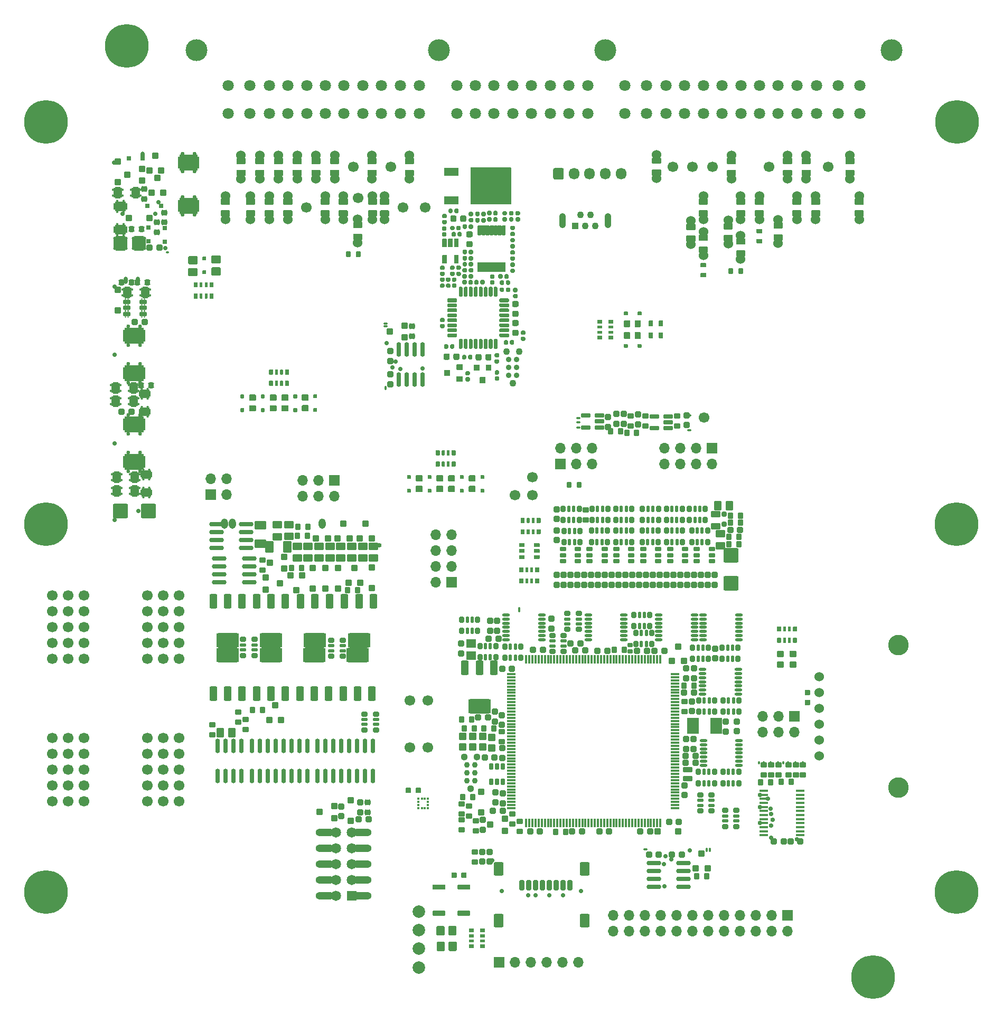
<source format=gts>
G75*
G70*
%OFA0B0*%
%FSLAX25Y25*%
%IPPOS*%
%LPD*%
%AMOC8*
5,1,8,0,0,1.08239X$1,22.5*
%
%AMM158*
21,1,0.033070,0.030710,-0.000000,0.000000,180.000000*
21,1,0.022050,0.041730,-0.000000,0.000000,180.000000*
1,1,0.011020,0.015350,0.011020*
1,1,0.011020,0.015350,-0.011020*
1,1,0.011020,-0.015350,-0.011020*
1,1,0.011020,-0.015350,0.011020*
%
%AMM160*
21,1,0.038980,0.026770,-0.000000,0.000000,270.000000*
21,1,0.026770,0.038980,-0.000000,0.000000,270.000000*
1,1,0.012210,-0.013390,0.013390*
1,1,0.012210,0.013390,0.013390*
1,1,0.012210,0.013390,-0.013390*
1,1,0.012210,-0.013390,-0.013390*
%
%AMM161*
21,1,0.033070,0.030710,-0.000000,0.000000,90.000000*
21,1,0.022050,0.041730,-0.000000,0.000000,90.000000*
1,1,0.011020,0.011020,-0.015350*
1,1,0.011020,-0.011020,-0.015350*
1,1,0.011020,-0.011020,0.015350*
1,1,0.011020,0.011020,0.015350*
%
%AMM164*
21,1,0.038980,0.026770,-0.000000,0.000000,0.000000*
21,1,0.026770,0.038980,-0.000000,0.000000,0.000000*
1,1,0.012210,-0.013390,-0.013390*
1,1,0.012210,-0.013390,0.013390*
1,1,0.012210,0.013390,0.013390*
1,1,0.012210,0.013390,-0.013390*
%
%AMM187*
21,1,0.033070,0.030710,-0.000000,-0.000000,270.000000*
21,1,0.022050,0.041730,-0.000000,-0.000000,270.000000*
1,1,0.011020,0.015350,0.011020*
1,1,0.011020,0.015350,-0.011020*
1,1,0.011020,-0.015350,-0.011020*
1,1,0.011020,-0.015350,0.011020*
%
%AMM188*
21,1,0.092130,0.073230,-0.000000,-0.000000,90.000000*
21,1,0.069290,0.096060,-0.000000,-0.000000,90.000000*
1,1,0.022840,-0.036610,-0.034650*
1,1,0.022840,-0.036610,0.034650*
1,1,0.022840,0.036610,0.034650*
1,1,0.022840,0.036610,-0.034650*
%
%AMM189*
21,1,0.038980,0.026770,-0.000000,-0.000000,0.000000*
21,1,0.026770,0.038980,-0.000000,-0.000000,0.000000*
1,1,0.012210,-0.013390,0.013390*
1,1,0.012210,0.013390,0.013390*
1,1,0.012210,0.013390,-0.013390*
1,1,0.012210,-0.013390,-0.013390*
%
%AMM190*
21,1,0.033070,0.030710,-0.000000,-0.000000,180.000000*
21,1,0.022050,0.041730,-0.000000,-0.000000,180.000000*
1,1,0.011020,0.011020,-0.015350*
1,1,0.011020,-0.011020,-0.015350*
1,1,0.011020,-0.011020,0.015350*
1,1,0.011020,0.011020,0.015350*
%
%AMM191*
21,1,0.044880,0.049210,-0.000000,-0.000000,270.000000*
21,1,0.031500,0.062600,-0.000000,-0.000000,270.000000*
1,1,0.013390,0.024610,0.015750*
1,1,0.013390,0.024610,-0.015750*
1,1,0.013390,-0.024610,-0.015750*
1,1,0.013390,-0.024610,0.015750*
%
%AMM192*
21,1,0.023230,0.027950,-0.000000,-0.000000,180.000000*
21,1,0.014170,0.037010,-0.000000,-0.000000,180.000000*
1,1,0.009060,0.007090,-0.013980*
1,1,0.009060,-0.007090,-0.013980*
1,1,0.009060,-0.007090,0.013980*
1,1,0.009060,0.007090,0.013980*
%
%AMM193*
21,1,0.038980,0.026770,-0.000000,-0.000000,90.000000*
21,1,0.026770,0.038980,-0.000000,-0.000000,90.000000*
1,1,0.012210,-0.013390,-0.013390*
1,1,0.012210,-0.013390,0.013390*
1,1,0.012210,0.013390,0.013390*
1,1,0.012210,0.013390,-0.013390*
%
%AMM194*
21,1,0.029130,0.030710,-0.000000,-0.000000,270.000000*
21,1,0.018900,0.040950,-0.000000,-0.000000,270.000000*
1,1,0.010240,0.015350,0.009450*
1,1,0.010240,0.015350,-0.009450*
1,1,0.010240,-0.015350,-0.009450*
1,1,0.010240,-0.015350,0.009450*
%
%AMM195*
21,1,0.031100,0.026380,-0.000000,-0.000000,180.000000*
21,1,0.020470,0.037010,-0.000000,-0.000000,180.000000*
1,1,0.010630,0.010240,-0.013190*
1,1,0.010630,-0.010240,-0.013190*
1,1,0.010630,-0.010240,0.013190*
1,1,0.010630,0.010240,0.013190*
%
%AMM196*
21,1,0.044880,0.049210,-0.000000,-0.000000,0.000000*
21,1,0.031500,0.062600,-0.000000,-0.000000,0.000000*
1,1,0.013390,-0.015750,0.024610*
1,1,0.013390,0.015750,0.024610*
1,1,0.013390,0.015750,-0.024610*
1,1,0.013390,-0.015750,-0.024610*
%
%AMM197*
21,1,0.040950,0.050000,-0.000000,-0.000000,90.000000*
21,1,0.028350,0.062600,-0.000000,-0.000000,90.000000*
1,1,0.012600,-0.025000,-0.014170*
1,1,0.012600,-0.025000,0.014170*
1,1,0.012600,0.025000,0.014170*
1,1,0.012600,0.025000,-0.014170*
%
%AMM206*
21,1,0.038980,0.026770,-0.000000,-0.000000,180.000000*
21,1,0.026770,0.038980,-0.000000,-0.000000,180.000000*
1,1,0.012210,0.013390,-0.013390*
1,1,0.012210,-0.013390,-0.013390*
1,1,0.012210,-0.013390,0.013390*
1,1,0.012210,0.013390,0.013390*
%
%AMM207*
21,1,0.033070,0.030710,-0.000000,-0.000000,90.000000*
21,1,0.022050,0.041730,-0.000000,-0.000000,90.000000*
1,1,0.011020,-0.015350,-0.011020*
1,1,0.011020,-0.015350,0.011020*
1,1,0.011020,0.015350,0.011020*
1,1,0.011020,0.015350,-0.011020*
%
%AMM235*
21,1,0.041340,0.026770,-0.000000,0.000000,270.000000*
21,1,0.029130,0.038980,-0.000000,0.000000,270.000000*
1,1,0.012210,-0.014570,0.013390*
1,1,0.012210,0.014570,0.013390*
1,1,0.012210,0.014570,-0.013390*
1,1,0.012210,-0.014570,-0.013390*
%
%AMM237*
21,1,0.040950,0.030320,-0.000000,0.000000,0.000000*
21,1,0.028350,0.042910,-0.000000,0.000000,0.000000*
1,1,0.012600,-0.015160,-0.014170*
1,1,0.012600,-0.015160,0.014170*
1,1,0.012600,0.015160,0.014170*
1,1,0.012600,0.015160,-0.014170*
%
%AMM277*
21,1,0.041340,0.026770,-0.000000,-0.000000,0.000000*
21,1,0.029130,0.038980,-0.000000,-0.000000,0.000000*
1,1,0.012210,-0.014570,0.013390*
1,1,0.012210,0.014570,0.013390*
1,1,0.012210,0.014570,-0.013390*
1,1,0.012210,-0.014570,-0.013390*
%
%AMM278*
21,1,0.040950,0.030320,-0.000000,-0.000000,0.000000*
21,1,0.028350,0.042910,-0.000000,-0.000000,0.000000*
1,1,0.012600,-0.014170,0.015160*
1,1,0.012600,0.014170,0.015160*
1,1,0.012600,0.014170,-0.015160*
1,1,0.012600,-0.014170,-0.015160*
%
%AMM279*
21,1,0.040950,0.030320,-0.000000,-0.000000,90.000000*
21,1,0.028350,0.042910,-0.000000,-0.000000,90.000000*
1,1,0.012600,-0.015160,-0.014170*
1,1,0.012600,-0.015160,0.014170*
1,1,0.012600,0.015160,0.014170*
1,1,0.012600,0.015160,-0.014170*
%
%AMM280*
21,1,0.044880,0.035430,-0.000000,-0.000000,90.000000*
21,1,0.031500,0.048820,-0.000000,-0.000000,90.000000*
1,1,0.013390,-0.017720,-0.015750*
1,1,0.013390,-0.017720,0.015750*
1,1,0.013390,0.017720,0.015750*
1,1,0.013390,0.017720,-0.015750*
%
%AMM281*
21,1,0.033070,0.030710,-0.000000,-0.000000,0.000000*
21,1,0.022050,0.041730,-0.000000,-0.000000,0.000000*
1,1,0.011020,-0.011020,0.015350*
1,1,0.011020,0.011020,0.015350*
1,1,0.011020,0.011020,-0.015350*
1,1,0.011020,-0.011020,-0.015350*
%
%AMM282*
21,1,0.029130,0.030710,-0.000000,-0.000000,0.000000*
21,1,0.018900,0.040950,-0.000000,-0.000000,0.000000*
1,1,0.010240,-0.009450,0.015350*
1,1,0.010240,0.009450,0.015350*
1,1,0.010240,0.009450,-0.015350*
1,1,0.010240,-0.009450,-0.015350*
%
%AMM283*
21,1,0.041340,0.026770,-0.000000,-0.000000,90.000000*
21,1,0.029130,0.038980,-0.000000,-0.000000,90.000000*
1,1,0.012210,-0.013390,-0.014570*
1,1,0.012210,-0.013390,0.014570*
1,1,0.012210,0.013390,0.014570*
1,1,0.012210,0.013390,-0.014570*
%
%AMM284*
21,1,0.033070,0.049610,-0.000000,-0.000000,90.000000*
21,1,0.022050,0.060630,-0.000000,-0.000000,90.000000*
1,1,0.011020,-0.024800,-0.011020*
1,1,0.011020,-0.024800,0.011020*
1,1,0.011020,0.024800,0.011020*
1,1,0.011020,0.024800,-0.011020*
%
%AMM285*
21,1,0.033070,0.018900,-0.000000,-0.000000,0.000000*
21,1,0.022840,0.029130,-0.000000,-0.000000,0.000000*
1,1,0.010240,-0.011420,0.009450*
1,1,0.010240,0.011420,0.009450*
1,1,0.010240,0.011420,-0.009450*
1,1,0.010240,-0.011420,-0.009450*
%
%AMM286*
21,1,0.023230,0.027950,-0.000000,-0.000000,90.000000*
21,1,0.014170,0.037010,-0.000000,-0.000000,90.000000*
1,1,0.009060,-0.013980,-0.007090*
1,1,0.009060,-0.013980,0.007090*
1,1,0.009060,0.013980,0.007090*
1,1,0.009060,0.013980,-0.007090*
%
%AMM287*
21,1,0.031100,0.026380,-0.000000,-0.000000,90.000000*
21,1,0.020470,0.037010,-0.000000,-0.000000,90.000000*
1,1,0.010630,-0.013190,-0.010240*
1,1,0.010630,-0.013190,0.010240*
1,1,0.010630,0.013190,0.010240*
1,1,0.010630,0.013190,-0.010240*
%
%AMM288*
21,1,0.048820,0.075990,-0.000000,-0.000000,180.000000*
21,1,0.034650,0.090160,-0.000000,-0.000000,180.000000*
1,1,0.014170,0.017320,-0.037990*
1,1,0.014170,-0.017320,-0.037990*
1,1,0.014170,-0.017320,0.037990*
1,1,0.014170,0.017320,0.037990*
%
%AMM289*
21,1,0.048820,0.075980,-0.000000,-0.000000,180.000000*
21,1,0.034650,0.090160,-0.000000,-0.000000,180.000000*
1,1,0.014170,0.017320,-0.037990*
1,1,0.014170,-0.017320,-0.037990*
1,1,0.014170,-0.017320,0.037990*
1,1,0.014170,0.017320,0.037990*
%
%AMM290*
21,1,0.143310,0.067720,-0.000000,-0.000000,180.000000*
21,1,0.120870,0.090160,-0.000000,-0.000000,180.000000*
1,1,0.022440,0.060430,-0.033860*
1,1,0.022440,-0.060430,-0.033860*
1,1,0.022440,-0.060430,0.033860*
1,1,0.022440,0.060430,0.033860*
%
%AMM291*
21,1,0.015350,0.017720,-0.000000,-0.000000,0.000000*
21,1,0.000000,0.033070,-0.000000,-0.000000,0.000000*
1,1,0.015350,0.000000,0.008860*
1,1,0.015350,0.000000,0.008860*
1,1,0.015350,0.000000,-0.008860*
1,1,0.015350,0.000000,-0.008860*
%
%AMM306*
21,1,0.076380,0.036220,-0.000000,0.000000,270.000000*
21,1,0.061810,0.050790,-0.000000,0.000000,270.000000*
1,1,0.014570,-0.030910,0.018110*
1,1,0.014570,0.030910,0.018110*
1,1,0.014570,0.030910,-0.018110*
1,1,0.014570,-0.030910,-0.018110*
%
%AMM308*
21,1,0.041340,0.026770,-0.000000,0.000000,180.000000*
21,1,0.029130,0.038980,-0.000000,0.000000,180.000000*
1,1,0.012210,0.013390,0.014570*
1,1,0.012210,0.013390,-0.014570*
1,1,0.012210,-0.013390,-0.014570*
1,1,0.012210,-0.013390,0.014570*
%
%AMM327*
21,1,0.040950,0.030320,-0.000000,-0.000000,270.000000*
21,1,0.028350,0.042910,-0.000000,-0.000000,270.000000*
1,1,0.012600,0.015160,0.014170*
1,1,0.012600,0.015160,-0.014170*
1,1,0.012600,-0.015160,-0.014170*
1,1,0.012600,-0.015160,0.014170*
%
%AMM328*
21,1,0.076380,0.036220,-0.000000,-0.000000,0.000000*
21,1,0.061810,0.050790,-0.000000,-0.000000,0.000000*
1,1,0.014570,-0.030910,0.018110*
1,1,0.014570,0.030910,0.018110*
1,1,0.014570,0.030910,-0.018110*
1,1,0.014570,-0.030910,-0.018110*
%
%AMM329*
21,1,0.076380,0.036220,-0.000000,-0.000000,90.000000*
21,1,0.061810,0.050790,-0.000000,-0.000000,90.000000*
1,1,0.014570,-0.018110,-0.030910*
1,1,0.014570,-0.018110,0.030910*
1,1,0.014570,0.018110,0.030910*
1,1,0.014570,0.018110,-0.030910*
%
%AMM330*
21,1,0.143310,0.067720,-0.000000,-0.000000,0.000000*
21,1,0.120870,0.090160,-0.000000,-0.000000,0.000000*
1,1,0.022440,-0.060430,0.033860*
1,1,0.022440,0.060430,0.033860*
1,1,0.022440,0.060430,-0.033860*
1,1,0.022440,-0.060430,-0.033860*
%
%AMM331*
21,1,0.041340,0.026770,-0.000000,-0.000000,270.000000*
21,1,0.029130,0.038980,-0.000000,-0.000000,270.000000*
1,1,0.012210,0.013390,0.014570*
1,1,0.012210,0.013390,-0.014570*
1,1,0.012210,-0.013390,-0.014570*
1,1,0.012210,-0.013390,0.014570*
%
%AMM332*
21,1,0.048820,0.075990,-0.000000,-0.000000,0.000000*
21,1,0.034650,0.090160,-0.000000,-0.000000,0.000000*
1,1,0.014170,-0.017320,0.037990*
1,1,0.014170,0.017320,0.037990*
1,1,0.014170,0.017320,-0.037990*
1,1,0.014170,-0.017320,-0.037990*
%
%AMM333*
21,1,0.048820,0.075980,-0.000000,-0.000000,0.000000*
21,1,0.034650,0.090160,-0.000000,-0.000000,0.000000*
1,1,0.014170,-0.017320,0.037990*
1,1,0.014170,0.017320,0.037990*
1,1,0.014170,0.017320,-0.037990*
1,1,0.014170,-0.017320,-0.037990*
%
%AMM334*
21,1,0.023230,0.027950,-0.000000,-0.000000,270.000000*
21,1,0.014170,0.037010,-0.000000,-0.000000,270.000000*
1,1,0.009060,0.013980,0.007090*
1,1,0.009060,0.013980,-0.007090*
1,1,0.009060,-0.013980,-0.007090*
1,1,0.009060,-0.013980,0.007090*
%
%AMM335*
21,1,0.031100,0.026380,-0.000000,-0.000000,270.000000*
21,1,0.020470,0.037010,-0.000000,-0.000000,270.000000*
1,1,0.010630,0.013190,0.010240*
1,1,0.010630,0.013190,-0.010240*
1,1,0.010630,-0.013190,-0.010240*
1,1,0.010630,-0.013190,0.010240*
%
%AMM34*
21,1,0.033070,0.030710,0.000000,0.000000,270.000000*
21,1,0.022050,0.041730,0.000000,0.000000,270.000000*
1,1,0.011020,-0.015350,-0.011020*
1,1,0.011020,-0.015350,0.011020*
1,1,0.011020,0.015350,0.011020*
1,1,0.011020,0.015350,-0.011020*
%
%AMM348*
21,1,0.040950,0.030320,-0.000000,0.000000,90.000000*
21,1,0.028350,0.042910,-0.000000,0.000000,90.000000*
1,1,0.012600,0.014170,-0.015160*
1,1,0.012600,-0.014170,-0.015160*
1,1,0.012600,-0.014170,0.015160*
1,1,0.012600,0.014170,0.015160*
%
%AMM349*
21,1,0.041340,0.026770,-0.000000,0.000000,90.000000*
21,1,0.029130,0.038980,-0.000000,0.000000,90.000000*
1,1,0.012210,0.014570,-0.013390*
1,1,0.012210,-0.014570,-0.013390*
1,1,0.012210,-0.014570,0.013390*
1,1,0.012210,0.014570,0.013390*
%
%AMM353*
21,1,0.040950,0.030320,0.000000,-0.000000,90.000000*
21,1,0.028350,0.042910,0.000000,-0.000000,90.000000*
1,1,0.012600,-0.014170,0.015160*
1,1,0.012600,0.014170,0.015160*
1,1,0.012600,0.014170,-0.015160*
1,1,0.012600,-0.014170,-0.015160*
%
%AMM354*
21,1,0.038980,0.026770,0.000000,-0.000000,270.000000*
21,1,0.026770,0.038980,0.000000,-0.000000,270.000000*
1,1,0.012210,0.013390,-0.013390*
1,1,0.012210,-0.013390,-0.013390*
1,1,0.012210,-0.013390,0.013390*
1,1,0.012210,0.013390,0.013390*
%
%AMM355*
21,1,0.033070,0.030710,0.000000,-0.000000,90.000000*
21,1,0.022050,0.041730,0.000000,-0.000000,90.000000*
1,1,0.011020,-0.011020,0.015350*
1,1,0.011020,0.011020,0.015350*
1,1,0.011020,0.011020,-0.015350*
1,1,0.011020,-0.011020,-0.015350*
%
%AMM359*
21,1,0.027170,0.052760,-0.000000,-0.000000,90.000000*
21,1,0.017320,0.062600,-0.000000,-0.000000,90.000000*
1,1,0.009840,-0.026380,-0.008660*
1,1,0.009840,-0.026380,0.008660*
1,1,0.009840,0.026380,0.008660*
1,1,0.009840,0.026380,-0.008660*
%
%AMM367*
21,1,0.029130,0.018900,-0.000000,0.000000,270.000000*
21,1,0.018900,0.029130,-0.000000,0.000000,270.000000*
1,1,0.010240,-0.009450,0.009450*
1,1,0.010240,0.009450,0.009450*
1,1,0.010240,0.009450,-0.009450*
1,1,0.010240,-0.009450,-0.009450*
%
%AMM368*
21,1,0.029130,0.018900,-0.000000,0.000000,0.000000*
21,1,0.018900,0.029130,-0.000000,0.000000,0.000000*
1,1,0.010240,-0.009450,-0.009450*
1,1,0.010240,-0.009450,0.009450*
1,1,0.010240,0.009450,0.009450*
1,1,0.010240,0.009450,-0.009450*
%
%AMM369*
21,1,0.100000,0.111020,-0.000000,0.000000,270.000000*
21,1,0.075590,0.135430,-0.000000,0.000000,270.000000*
1,1,0.024410,-0.037800,0.055510*
1,1,0.024410,0.037800,0.055510*
1,1,0.024410,0.037800,-0.055510*
1,1,0.024410,-0.037800,-0.055510*
%
%AMM370*
21,1,0.056690,0.068500,-0.000000,0.000000,270.000000*
21,1,0.040950,0.084250,-0.000000,0.000000,270.000000*
1,1,0.015750,-0.020470,0.034250*
1,1,0.015750,0.020470,0.034250*
1,1,0.015750,0.020470,-0.034250*
1,1,0.015750,-0.020470,-0.034250*
%
%AMM371*
21,1,0.084250,0.070870,-0.000000,0.000000,0.000000*
21,1,0.062990,0.092130,-0.000000,0.000000,0.000000*
1,1,0.021260,-0.035430,-0.031500*
1,1,0.021260,-0.035430,0.031500*
1,1,0.021260,0.035430,0.031500*
1,1,0.021260,0.035430,-0.031500*
%
%AMM372*
21,1,0.038980,0.026770,-0.000000,0.000000,180.000000*
21,1,0.026770,0.038980,-0.000000,0.000000,180.000000*
1,1,0.012210,0.013390,0.013390*
1,1,0.012210,0.013390,-0.013390*
1,1,0.012210,-0.013390,-0.013390*
1,1,0.012210,-0.013390,0.013390*
%
%AMM377*
21,1,0.098030,0.119290,-0.000000,0.000000,270.000000*
21,1,0.074020,0.143310,-0.000000,0.000000,270.000000*
1,1,0.024020,-0.037010,0.059650*
1,1,0.024020,0.037010,0.059650*
1,1,0.024020,0.037010,-0.059650*
1,1,0.024020,-0.037010,-0.059650*
%
%AMM378*
21,1,0.027170,0.038980,-0.000000,0.000000,90.000000*
21,1,0.017320,0.048820,-0.000000,0.000000,90.000000*
1,1,0.009840,0.008660,-0.019490*
1,1,0.009840,-0.008660,-0.019490*
1,1,0.009840,-0.008660,0.019490*
1,1,0.009840,0.008660,0.019490*
%
%AMM379*
21,1,0.092130,0.073230,-0.000000,0.000000,180.000000*
21,1,0.069290,0.096060,-0.000000,0.000000,180.000000*
1,1,0.022840,0.036610,0.034650*
1,1,0.022840,0.036610,-0.034650*
1,1,0.022840,-0.036610,-0.034650*
1,1,0.022840,-0.036610,0.034650*
%
%AMM380*
21,1,0.076380,0.036220,-0.000000,0.000000,180.000000*
21,1,0.061810,0.050790,-0.000000,0.000000,180.000000*
1,1,0.014570,0.018110,0.030910*
1,1,0.014570,0.018110,-0.030910*
1,1,0.014570,-0.018110,-0.030910*
1,1,0.014570,-0.018110,0.030910*
%
%AMM80*
21,1,0.084250,0.045670,0.000000,0.000000,270.000000*
21,1,0.067320,0.062600,0.000000,0.000000,270.000000*
1,1,0.016930,-0.022840,-0.033660*
1,1,0.016930,-0.022840,0.033660*
1,1,0.016930,0.022840,0.033660*
1,1,0.016930,0.022840,-0.033660*
%
%AMM81*
21,1,0.064570,0.020470,0.000000,0.000000,270.000000*
21,1,0.053940,0.031100,0.000000,0.000000,270.000000*
1,1,0.010630,-0.010240,-0.026970*
1,1,0.010630,-0.010240,0.026970*
1,1,0.010630,0.010240,0.026970*
1,1,0.010630,0.010240,-0.026970*
%
%AMM82*
21,1,0.038980,0.026770,0.000000,0.000000,90.000000*
21,1,0.026770,0.038980,0.000000,0.000000,90.000000*
1,1,0.012210,0.013390,0.013390*
1,1,0.012210,0.013390,-0.013390*
1,1,0.012210,-0.013390,-0.013390*
1,1,0.012210,-0.013390,0.013390*
%
%ADD109C,0.03651*%
%ADD110C,0.04451*%
%ADD113O,0.01969X0.00984*%
%ADD126C,0.07087*%
%ADD131O,0.04331X0.09449*%
%ADD135M82*%
%ADD141O,0.03937X0.05906*%
%ADD142C,0.02362*%
%ADD150C,0.13780*%
%ADD154R,0.01476X0.01378*%
%ADD156O,0.01969X0.00787*%
%ADD157O,0.06693X0.06693*%
%ADD163O,0.03701X0.02913*%
%ADD174O,0.02913X0.09213*%
%ADD183O,0.06693X0.07283*%
%ADD187O,0.01417X0.05669*%
%ADD191C,0.04286*%
%ADD200O,0.04488X0.06457*%
%ADD204C,0.13000*%
%ADD213O,0.00984X0.01969*%
%ADD22M81*%
%ADD220C,0.03701*%
%ADD228O,0.05669X0.01417*%
%ADD236R,0.01378X0.01476*%
%ADD239O,0.09213X0.02913*%
%ADD246R,0.06457X0.05669*%
%ADD248C,0.06457*%
%ADD253O,0.03150X0.02362*%
%ADD265C,0.06000*%
%ADD275C,0.27559*%
%ADD281O,0.02520X0.01535*%
%ADD283R,0.06457X0.06457*%
%ADD284R,0.04331X0.04331*%
%ADD290C,0.04331*%
%ADD304C,0.03486*%
%ADD314O,0.00787X0.01575*%
%ADD322M34*%
%ADD351M158*%
%ADD353M160*%
%ADD354M161*%
%ADD357M164*%
%ADD36O,0.02520X0.04488*%
%ADD380M187*%
%ADD381M188*%
%ADD382M189*%
%ADD383M190*%
%ADD384M191*%
%ADD385M192*%
%ADD386M193*%
%ADD387M194*%
%ADD388M195*%
%ADD389M196*%
%ADD390M197*%
%ADD403M206*%
%ADD404M207*%
%ADD43C,0.06693*%
%ADD435M235*%
%ADD437M237*%
%ADD45C,0.07874*%
%ADD480M277*%
%ADD481M278*%
%ADD482M279*%
%ADD483M280*%
%ADD484M281*%
%ADD485M282*%
%ADD486M283*%
%ADD487M284*%
%ADD488M285*%
%ADD489M286*%
%ADD49R,0.07244X0.10000*%
%ADD490M287*%
%ADD491M288*%
%ADD492M289*%
%ADD493M290*%
%ADD494M291*%
%ADD51R,0.06693X0.06693*%
%ADD52M80*%
%ADD524M306*%
%ADD526M308*%
%ADD545M327*%
%ADD546M328*%
%ADD547M329*%
%ADD548M330*%
%ADD549M331*%
%ADD550M332*%
%ADD551M333*%
%ADD552M334*%
%ADD553M335*%
%ADD567M348*%
%ADD568O,0.11772X0.04567*%
%ADD569M349*%
%ADD57O,0.01339X0.02126*%
%ADD573M353*%
%ADD574M354*%
%ADD575M355*%
%ADD579M359*%
%ADD590M367*%
%ADD591M368*%
%ADD592O,0.02520X0.01339*%
%ADD593M369*%
%ADD594M370*%
%ADD595M371*%
%ADD596M372*%
%ADD603M377*%
%ADD604M378*%
%ADD605M379*%
%ADD606M380*%
%ADD62O,0.04882X0.01732*%
%ADD68O,0.05512X0.01535*%
%ADD69O,0.01969X0.03937*%
%ADD73O,0.01535X0.02520*%
%ADD86O,0.04488X0.02520*%
%ADD93C,0.02913*%
X0000000Y0000000D02*
%LPD*%
G01*
G36*
G01*
X0205360Y0474059D02*
X0205360Y0477129D01*
G75*
G02*
X0205635Y0477405I0000276J0000000D01*
G01*
X0207840Y0477405D01*
G75*
G02*
X0208116Y0477129I0000000J-000276D01*
G01*
X0208116Y0474059D01*
G75*
G02*
X0207840Y0473783I-000276J0000000D01*
G01*
X0205635Y0473783D01*
G75*
G02*
X0205360Y0474059I0000000J0000276D01*
G01*
G37*
G36*
G01*
X0211659Y0474059D02*
X0211659Y0477129D01*
G75*
G02*
X0211934Y0477405I0000276J0000000D01*
G01*
X0214139Y0477405D01*
G75*
G02*
X0214415Y0477129I0000000J-000276D01*
G01*
X0214415Y0474059D01*
G75*
G02*
X0214139Y0473783I-000276J0000000D01*
G01*
X0211934Y0473783D01*
G75*
G02*
X0211659Y0474059I0000000J0000276D01*
G01*
G37*
G36*
G01*
X0446697Y0463406D02*
X0446697Y0466476D01*
G75*
G02*
X0446972Y0466752I0000276J0000000D01*
G01*
X0449177Y0466752D01*
G75*
G02*
X0449453Y0466476I0000000J-000276D01*
G01*
X0449453Y0463406D01*
G75*
G02*
X0449177Y0463130I-000276J0000000D01*
G01*
X0446972Y0463130D01*
G75*
G02*
X0446697Y0463406I0000000J0000276D01*
G01*
G37*
G36*
G01*
X0452996Y0463406D02*
X0452996Y0466476D01*
G75*
G02*
X0453271Y0466752I0000276J0000000D01*
G01*
X0455476Y0466752D01*
G75*
G02*
X0455752Y0466476I0000000J-000276D01*
G01*
X0455752Y0463406D01*
G75*
G02*
X0455476Y0463130I-000276J0000000D01*
G01*
X0453271Y0463130D01*
G75*
G02*
X0452996Y0463406I0000000J0000276D01*
G01*
G37*
G36*
G01*
X0432287Y0461024D02*
X0429216Y0461024D01*
G75*
G02*
X0428941Y0461299I0000000J0000276D01*
G01*
X0428941Y0463504D01*
G75*
G02*
X0429216Y0463780I0000276J0000000D01*
G01*
X0432287Y0463780D01*
G75*
G02*
X0432563Y0463504I0000000J-000276D01*
G01*
X0432563Y0461299D01*
G75*
G02*
X0432287Y0461024I-000276J0000000D01*
G01*
G37*
G36*
G01*
X0432287Y0467323D02*
X0429216Y0467323D01*
G75*
G02*
X0428941Y0467598I0000000J0000276D01*
G01*
X0428941Y0469803D01*
G75*
G02*
X0429216Y0470079I0000276J0000000D01*
G01*
X0432287Y0470079D01*
G75*
G02*
X0432563Y0469803I0000000J-000276D01*
G01*
X0432563Y0467598D01*
G75*
G02*
X0432287Y0467323I-000276J0000000D01*
G01*
G37*
D142*
X0297507Y0092873D03*
X0303708Y0073562D03*
X0353724Y0073597D03*
X0320342Y0070924D03*
X0324968Y0070924D03*
X0333531Y0070924D03*
X0342291Y0070924D03*
G36*
G01*
X0315497Y0299078D02*
X0315497Y0301716D01*
G75*
G02*
X0315753Y0301972I0000256J0000000D01*
G01*
X0317801Y0301972D01*
G75*
G02*
X0318057Y0301716I0000000J-000256D01*
G01*
X0318057Y0299078D01*
G75*
G02*
X0317801Y0298822I-000256J0000000D01*
G01*
X0315753Y0298822D01*
G75*
G02*
X0315497Y0299078I0000000J0000256D01*
G01*
G37*
G36*
G01*
X0319336Y0299000D02*
X0319336Y0301795D01*
G75*
G02*
X0319513Y0301972I0000177J0000000D01*
G01*
X0320931Y0301972D01*
G75*
G02*
X0321108Y0301795I0000000J-000177D01*
G01*
X0321108Y0299000D01*
G75*
G02*
X0320931Y0298822I-000177J0000000D01*
G01*
X0319513Y0298822D01*
G75*
G02*
X0319336Y0299000I0000000J0000177D01*
G01*
G37*
G36*
G01*
X0322486Y0299000D02*
X0322486Y0301795D01*
G75*
G02*
X0322663Y0301972I0000177J0000000D01*
G01*
X0324080Y0301972D01*
G75*
G02*
X0324257Y0301795I0000000J-000177D01*
G01*
X0324257Y0299000D01*
G75*
G02*
X0324080Y0298822I-000177J0000000D01*
G01*
X0322663Y0298822D01*
G75*
G02*
X0322486Y0299000I0000000J0000177D01*
G01*
G37*
G36*
G01*
X0325537Y0299078D02*
X0325537Y0301716D01*
G75*
G02*
X0325793Y0301972I0000256J0000000D01*
G01*
X0327840Y0301972D01*
G75*
G02*
X0328096Y0301716I0000000J-000256D01*
G01*
X0328096Y0299078D01*
G75*
G02*
X0327840Y0298822I-000256J0000000D01*
G01*
X0325793Y0298822D01*
G75*
G02*
X0325537Y0299078I0000000J0000256D01*
G01*
G37*
G36*
G01*
X0325537Y0306165D02*
X0325537Y0308803D01*
G75*
G02*
X0325793Y0309059I0000256J0000000D01*
G01*
X0327840Y0309059D01*
G75*
G02*
X0328096Y0308803I0000000J-000256D01*
G01*
X0328096Y0306165D01*
G75*
G02*
X0327840Y0305909I-000256J0000000D01*
G01*
X0325793Y0305909D01*
G75*
G02*
X0325537Y0306165I0000000J0000256D01*
G01*
G37*
G36*
G01*
X0322486Y0306086D02*
X0322486Y0308881D01*
G75*
G02*
X0322663Y0309059I0000177J0000000D01*
G01*
X0324080Y0309059D01*
G75*
G02*
X0324257Y0308881I0000000J-000177D01*
G01*
X0324257Y0306086D01*
G75*
G02*
X0324080Y0305909I-000177J0000000D01*
G01*
X0322663Y0305909D01*
G75*
G02*
X0322486Y0306086I0000000J0000177D01*
G01*
G37*
G36*
G01*
X0319336Y0306086D02*
X0319336Y0308881D01*
G75*
G02*
X0319513Y0309059I0000177J0000000D01*
G01*
X0320931Y0309059D01*
G75*
G02*
X0321108Y0308881I0000000J-000177D01*
G01*
X0321108Y0306086D01*
G75*
G02*
X0320931Y0305909I-000177J0000000D01*
G01*
X0319513Y0305909D01*
G75*
G02*
X0319336Y0306086I0000000J0000177D01*
G01*
G37*
G36*
G01*
X0315497Y0306165D02*
X0315497Y0308803D01*
G75*
G02*
X0315753Y0309059I0000256J0000000D01*
G01*
X0317801Y0309059D01*
G75*
G02*
X0318057Y0308803I0000000J-000256D01*
G01*
X0318057Y0306165D01*
G75*
G02*
X0317801Y0305909I-000256J0000000D01*
G01*
X0315753Y0305909D01*
G75*
G02*
X0315497Y0306165I0000000J0000256D01*
G01*
G37*
D113*
X0351810Y0365998D03*
X0351810Y0369443D03*
X0351810Y0372198D03*
X0421987Y0373970D03*
X0421987Y0364521D03*
G36*
G01*
X0206007Y0499409D02*
X0201085Y0499409D01*
G75*
G02*
X0200692Y0499803I0000000J0000394D01*
G01*
X0200692Y0502953D01*
G75*
G02*
X0201085Y0503346I0000394J0000000D01*
G01*
X0206007Y0503346D01*
G75*
G02*
X0206400Y0502953I0000000J-000394D01*
G01*
X0206400Y0499803D01*
G75*
G02*
X0206007Y0499409I-000394J0000000D01*
G01*
G37*
D265*
X0203546Y0497618D03*
G36*
G01*
X0206007Y0506890D02*
X0201085Y0506890D01*
G75*
G02*
X0200692Y0507284I0000000J0000394D01*
G01*
X0200692Y0510433D01*
G75*
G02*
X0201085Y0510827I0000394J0000000D01*
G01*
X0206007Y0510827D01*
G75*
G02*
X0206400Y0510433I0000000J-000394D01*
G01*
X0206400Y0507284D01*
G75*
G02*
X0206007Y0506890I-000394J0000000D01*
G01*
G37*
X0203546Y0512618D03*
D43*
X0256736Y0193720D03*
X0233508Y0530709D03*
G36*
G01*
X0292773Y0037322D02*
X0290135Y0037322D01*
G75*
G02*
X0289879Y0037578I0000000J0000256D01*
G01*
X0289879Y0039626D01*
G75*
G02*
X0290135Y0039881I0000256J0000000D01*
G01*
X0292773Y0039881D01*
G75*
G02*
X0293029Y0039626I0000000J-000256D01*
G01*
X0293029Y0037578D01*
G75*
G02*
X0292773Y0037322I-000256J0000000D01*
G01*
G37*
G36*
G01*
X0292852Y0041161D02*
X0290057Y0041161D01*
G75*
G02*
X0289879Y0041338I0000000J0000177D01*
G01*
X0289879Y0042755D01*
G75*
G02*
X0290057Y0042933I0000177J0000000D01*
G01*
X0292852Y0042933D01*
G75*
G02*
X0293029Y0042755I0000000J-000177D01*
G01*
X0293029Y0041338D01*
G75*
G02*
X0292852Y0041161I-000177J0000000D01*
G01*
G37*
G36*
G01*
X0292852Y0044311D02*
X0290057Y0044311D01*
G75*
G02*
X0289879Y0044488I0000000J0000177D01*
G01*
X0289879Y0045905D01*
G75*
G02*
X0290057Y0046082I0000177J0000000D01*
G01*
X0292852Y0046082D01*
G75*
G02*
X0293029Y0045905I0000000J-000177D01*
G01*
X0293029Y0044488D01*
G75*
G02*
X0292852Y0044311I-000177J0000000D01*
G01*
G37*
G36*
G01*
X0292773Y0047362D02*
X0290135Y0047362D01*
G75*
G02*
X0289879Y0047618I0000000J0000256D01*
G01*
X0289879Y0049665D01*
G75*
G02*
X0290135Y0049921I0000256J0000000D01*
G01*
X0292773Y0049921D01*
G75*
G02*
X0293029Y0049665I0000000J-000256D01*
G01*
X0293029Y0047618D01*
G75*
G02*
X0292773Y0047362I-000256J0000000D01*
G01*
G37*
G36*
G01*
X0285686Y0047362D02*
X0283049Y0047362D01*
G75*
G02*
X0282793Y0047618I0000000J0000256D01*
G01*
X0282793Y0049665D01*
G75*
G02*
X0283049Y0049921I0000256J0000000D01*
G01*
X0285686Y0049921D01*
G75*
G02*
X0285942Y0049665I0000000J-000256D01*
G01*
X0285942Y0047618D01*
G75*
G02*
X0285686Y0047362I-000256J0000000D01*
G01*
G37*
G36*
G01*
X0285765Y0044311D02*
X0282970Y0044311D01*
G75*
G02*
X0282793Y0044488I0000000J0000177D01*
G01*
X0282793Y0045905D01*
G75*
G02*
X0282970Y0046082I0000177J0000000D01*
G01*
X0285765Y0046082D01*
G75*
G02*
X0285942Y0045905I0000000J-000177D01*
G01*
X0285942Y0044488D01*
G75*
G02*
X0285765Y0044311I-000177J0000000D01*
G01*
G37*
G36*
G01*
X0285765Y0041161D02*
X0282970Y0041161D01*
G75*
G02*
X0282793Y0041338I0000000J0000177D01*
G01*
X0282793Y0042755D01*
G75*
G02*
X0282970Y0042933I0000177J0000000D01*
G01*
X0285765Y0042933D01*
G75*
G02*
X0285942Y0042755I0000000J-000177D01*
G01*
X0285942Y0041338D01*
G75*
G02*
X0285765Y0041161I-000177J0000000D01*
G01*
G37*
G36*
G01*
X0285686Y0037322D02*
X0283049Y0037322D01*
G75*
G02*
X0282793Y0037578I0000000J0000256D01*
G01*
X0282793Y0039626D01*
G75*
G02*
X0283049Y0039881I0000256J0000000D01*
G01*
X0285686Y0039881D01*
G75*
G02*
X0285942Y0039626I0000000J-000256D01*
G01*
X0285942Y0037578D01*
G75*
G02*
X0285686Y0037322I-000256J0000000D01*
G01*
G37*
G36*
G01*
X0464609Y0491563D02*
X0467680Y0491563D01*
G75*
G02*
X0467956Y0491288I0000000J-000276D01*
G01*
X0467956Y0489083D01*
G75*
G02*
X0467680Y0488807I-000276J0000000D01*
G01*
X0464609Y0488807D01*
G75*
G02*
X0464333Y0489083I0000000J0000276D01*
G01*
X0464333Y0491288D01*
G75*
G02*
X0464609Y0491563I0000276J0000000D01*
G01*
G37*
G36*
G01*
X0464609Y0485264D02*
X0467680Y0485264D01*
G75*
G02*
X0467956Y0484988I0000000J-000276D01*
G01*
X0467956Y0482784D01*
G75*
G02*
X0467680Y0482508I-000276J0000000D01*
G01*
X0464609Y0482508D01*
G75*
G02*
X0464333Y0482784I0000000J0000276D01*
G01*
X0464333Y0484988D01*
G75*
G02*
X0464609Y0485264I0000276J0000000D01*
G01*
G37*
D45*
X0251181Y0025197D03*
G36*
G01*
X0242937Y0135669D02*
X0242937Y0138346D01*
G75*
G02*
X0243271Y0138681I0000335J0000000D01*
G01*
X0245949Y0138681D01*
G75*
G02*
X0246283Y0138346I0000000J-000335D01*
G01*
X0246283Y0135669D01*
G75*
G02*
X0245949Y0135335I-000335J0000000D01*
G01*
X0243271Y0135335D01*
G75*
G02*
X0242937Y0135669I0000000J0000335D01*
G01*
G37*
G36*
G01*
X0249157Y0135669D02*
X0249157Y0138346D01*
G75*
G02*
X0249492Y0138681I0000335J0000000D01*
G01*
X0252169Y0138681D01*
G75*
G02*
X0252504Y0138346I0000000J-000335D01*
G01*
X0252504Y0135669D01*
G75*
G02*
X0252169Y0135335I-000335J0000000D01*
G01*
X0249492Y0135335D01*
G75*
G02*
X0249157Y0135669I0000000J0000335D01*
G01*
G37*
D51*
X0197844Y0332732D03*
D157*
X0197844Y0322732D03*
X0187844Y0332732D03*
X0187844Y0322732D03*
X0177844Y0332732D03*
X0177844Y0322732D03*
D43*
X0080000Y0220000D03*
X0080000Y0230000D03*
X0080000Y0240000D03*
X0080000Y0250000D03*
X0080000Y0260000D03*
X0090000Y0220000D03*
X0090000Y0230000D03*
X0090000Y0240000D03*
X0090000Y0250000D03*
X0090000Y0260000D03*
X0100000Y0220000D03*
X0100000Y0230000D03*
X0100000Y0240000D03*
X0100000Y0250000D03*
X0100000Y0260000D03*
D265*
X0454374Y0487382D03*
G36*
G01*
X0451913Y0485591D02*
X0456834Y0485591D01*
G75*
G02*
X0457228Y0485197I0000000J-000394D01*
G01*
X0457228Y0482047D01*
G75*
G02*
X0456834Y0481654I-000394J0000000D01*
G01*
X0451913Y0481654D01*
G75*
G02*
X0451520Y0482047I0000000J0000394D01*
G01*
X0451520Y0485197D01*
G75*
G02*
X0451913Y0485591I0000394J0000000D01*
G01*
G37*
X0454374Y0472382D03*
G36*
G01*
X0451913Y0478110D02*
X0456834Y0478110D01*
G75*
G02*
X0457228Y0477716I0000000J-000394D01*
G01*
X0457228Y0474567D01*
G75*
G02*
X0456834Y0474173I-000394J0000000D01*
G01*
X0451913Y0474173D01*
G75*
G02*
X0451520Y0474567I0000000J0000394D01*
G01*
X0451520Y0477716D01*
G75*
G02*
X0451913Y0478110I0000394J0000000D01*
G01*
G37*
G36*
G01*
X0147386Y0499409D02*
X0142464Y0499409D01*
G75*
G02*
X0142071Y0499803I0000000J0000394D01*
G01*
X0142071Y0502953D01*
G75*
G02*
X0142464Y0503346I0000394J0000000D01*
G01*
X0147386Y0503346D01*
G75*
G02*
X0147779Y0502953I0000000J-000394D01*
G01*
X0147779Y0499803D01*
G75*
G02*
X0147386Y0499409I-000394J0000000D01*
G01*
G37*
X0144925Y0497618D03*
X0144925Y0512618D03*
G36*
G01*
X0147386Y0506890D02*
X0142464Y0506890D01*
G75*
G02*
X0142071Y0507284I0000000J0000394D01*
G01*
X0142071Y0510433D01*
G75*
G02*
X0142464Y0510827I0000394J0000000D01*
G01*
X0147386Y0510827D01*
G75*
G02*
X0147779Y0510433I0000000J-000394D01*
G01*
X0147779Y0507284D01*
G75*
G02*
X0147386Y0506890I-000394J0000000D01*
G01*
G37*
D141*
X0128573Y0305562D03*
X0133517Y0305562D03*
X0190112Y0305562D03*
D253*
X0225761Y0291797D03*
G36*
G01*
X0165102Y0525000D02*
X0160181Y0525000D01*
G75*
G02*
X0159787Y0525394I0000000J0000394D01*
G01*
X0159787Y0528543D01*
G75*
G02*
X0160181Y0528937I0000394J0000000D01*
G01*
X0165102Y0528937D01*
G75*
G02*
X0165496Y0528543I0000000J-000394D01*
G01*
X0165496Y0525394D01*
G75*
G02*
X0165102Y0525000I-000394J0000000D01*
G01*
G37*
D265*
X0162642Y0523209D03*
X0162642Y0538209D03*
G36*
G01*
X0165102Y0532480D02*
X0160181Y0532480D01*
G75*
G02*
X0159787Y0532874I0000000J0000394D01*
G01*
X0159787Y0536024D01*
G75*
G02*
X0160181Y0536417I0000394J0000000D01*
G01*
X0165102Y0536417D01*
G75*
G02*
X0165496Y0536024I0000000J-000394D01*
G01*
X0165496Y0532874D01*
G75*
G02*
X0165102Y0532480I-000394J0000000D01*
G01*
G37*
G36*
G01*
X0267635Y0041043D02*
X0267635Y0036161D01*
G75*
G02*
X0267123Y0035649I-000512J0000000D01*
G01*
X0263029Y0035649D01*
G75*
G02*
X0262517Y0036161I0000000J0000512D01*
G01*
X0262517Y0041043D01*
G75*
G02*
X0263029Y0041555I0000512J0000000D01*
G01*
X0267123Y0041555D01*
G75*
G02*
X0267635Y0041043I0000000J-000512D01*
G01*
G37*
G36*
G01*
X0275116Y0041043D02*
X0275116Y0036161D01*
G75*
G02*
X0274604Y0035649I-000512J0000000D01*
G01*
X0270509Y0035649D01*
G75*
G02*
X0269997Y0036161I0000000J0000512D01*
G01*
X0269997Y0041043D01*
G75*
G02*
X0270509Y0041555I0000512J0000000D01*
G01*
X0274604Y0041555D01*
G75*
G02*
X0275116Y0041043I0000000J-000512D01*
G01*
G37*
D43*
X0256736Y0164192D03*
G36*
G01*
X0433212Y0499390D02*
X0428291Y0499390D01*
G75*
G02*
X0427897Y0499783I0000000J0000394D01*
G01*
X0427897Y0502933D01*
G75*
G02*
X0428291Y0503327I0000394J0000000D01*
G01*
X0433212Y0503327D01*
G75*
G02*
X0433606Y0502933I0000000J-000394D01*
G01*
X0433606Y0499783D01*
G75*
G02*
X0433212Y0499390I-000394J0000000D01*
G01*
G37*
D265*
X0430752Y0497598D03*
G36*
G01*
X0433212Y0506870D02*
X0428291Y0506870D01*
G75*
G02*
X0427897Y0507264I0000000J0000394D01*
G01*
X0427897Y0510413D01*
G75*
G02*
X0428291Y0510807I0000394J0000000D01*
G01*
X0433212Y0510807D01*
G75*
G02*
X0433606Y0510413I0000000J-000394D01*
G01*
X0433606Y0507264D01*
G75*
G02*
X0433212Y0506870I-000394J0000000D01*
G01*
G37*
X0430752Y0512598D03*
G36*
G01*
X0246103Y0335790D02*
X0246103Y0333901D01*
G75*
G02*
X0245867Y0333664I-000236J0000000D01*
G01*
X0243977Y0333664D01*
G75*
G02*
X0243741Y0333901I0000000J0000236D01*
G01*
X0243741Y0335790D01*
G75*
G02*
X0243977Y0336027I0000236J0000000D01*
G01*
X0245867Y0336027D01*
G75*
G02*
X0246103Y0335790I0000000J-000236D01*
G01*
G37*
G36*
G01*
X0246103Y0327129D02*
X0246103Y0325239D01*
G75*
G02*
X0245867Y0325003I-000236J0000000D01*
G01*
X0243977Y0325003D01*
G75*
G02*
X0243741Y0325239I0000000J0000236D01*
G01*
X0243741Y0327129D01*
G75*
G02*
X0243977Y0327365I0000236J0000000D01*
G01*
X0245867Y0327365D01*
G75*
G02*
X0246103Y0327129I0000000J-000236D01*
G01*
G37*
G36*
G01*
X0271749Y0082145D02*
X0271749Y0084822D01*
G75*
G02*
X0272084Y0085157I0000335J0000000D01*
G01*
X0274761Y0085157D01*
G75*
G02*
X0275096Y0084822I0000000J-000335D01*
G01*
X0275096Y0082145D01*
G75*
G02*
X0274761Y0081811I-000335J0000000D01*
G01*
X0272084Y0081811D01*
G75*
G02*
X0271749Y0082145I0000000J0000335D01*
G01*
G37*
G36*
G01*
X0277970Y0082145D02*
X0277970Y0084822D01*
G75*
G02*
X0278305Y0085157I0000335J0000000D01*
G01*
X0280982Y0085157D01*
G75*
G02*
X0281316Y0084822I0000000J-000335D01*
G01*
X0281316Y0082145D01*
G75*
G02*
X0280982Y0081811I-000335J0000000D01*
G01*
X0278305Y0081811D01*
G75*
G02*
X0277970Y0082145I0000000J0000335D01*
G01*
G37*
G36*
G01*
X0260273Y0077578D02*
X0267517Y0077578D01*
G75*
G02*
X0267832Y0077263I0000000J-000315D01*
G01*
X0267832Y0074744D01*
G75*
G02*
X0267517Y0074429I-000315J0000000D01*
G01*
X0260273Y0074429D01*
G75*
G02*
X0259958Y0074744I0000000J0000315D01*
G01*
X0259958Y0077263D01*
G75*
G02*
X0260273Y0077578I0000315J0000000D01*
G01*
G37*
G36*
G01*
X0260273Y0061043D02*
X0267517Y0061043D01*
G75*
G02*
X0267832Y0060728I0000000J-000315D01*
G01*
X0267832Y0058208D01*
G75*
G02*
X0267517Y0057893I-000315J0000000D01*
G01*
X0260273Y0057893D01*
G75*
G02*
X0259958Y0058208I0000000J0000315D01*
G01*
X0259958Y0060728D01*
G75*
G02*
X0260273Y0061043I0000315J0000000D01*
G01*
G37*
G36*
G01*
X0283111Y0336027D02*
X0286654Y0336027D01*
G75*
G02*
X0287048Y0335633I0000000J-000394D01*
G01*
X0287048Y0332483D01*
G75*
G02*
X0286654Y0332090I-000394J0000000D01*
G01*
X0283111Y0332090D01*
G75*
G02*
X0282717Y0332483I0000000J0000394D01*
G01*
X0282717Y0335633D01*
G75*
G02*
X0283111Y0336027I0000394J0000000D01*
G01*
G37*
G36*
G01*
X0283111Y0329334D02*
X0286654Y0329334D01*
G75*
G02*
X0287048Y0328940I0000000J-000394D01*
G01*
X0287048Y0325790D01*
G75*
G02*
X0286654Y0325397I-000394J0000000D01*
G01*
X0283111Y0325397D01*
G75*
G02*
X0282717Y0325790I0000000J0000394D01*
G01*
X0282717Y0328940D01*
G75*
G02*
X0283111Y0329334I0000394J0000000D01*
G01*
G37*
G36*
G01*
X0425338Y0483445D02*
X0420417Y0483445D01*
G75*
G02*
X0420023Y0483839I0000000J0000394D01*
G01*
X0420023Y0486988D01*
G75*
G02*
X0420417Y0487382I0000394J0000000D01*
G01*
X0425338Y0487382D01*
G75*
G02*
X0425732Y0486988I0000000J-000394D01*
G01*
X0425732Y0483839D01*
G75*
G02*
X0425338Y0483445I-000394J0000000D01*
G01*
G37*
X0422878Y0481654D03*
G36*
G01*
X0425338Y0490925D02*
X0420417Y0490925D01*
G75*
G02*
X0420023Y0491319I0000000J0000394D01*
G01*
X0420023Y0494469D01*
G75*
G02*
X0420417Y0494862I0000394J0000000D01*
G01*
X0425338Y0494862D01*
G75*
G02*
X0425732Y0494469I0000000J-000394D01*
G01*
X0425732Y0491319D01*
G75*
G02*
X0425338Y0490925I-000394J0000000D01*
G01*
G37*
X0422878Y0496654D03*
G36*
G01*
X0188724Y0525000D02*
X0183803Y0525000D01*
G75*
G02*
X0183409Y0525394I0000000J0000394D01*
G01*
X0183409Y0528543D01*
G75*
G02*
X0183803Y0528937I0000394J0000000D01*
G01*
X0188724Y0528937D01*
G75*
G02*
X0189118Y0528543I0000000J-000394D01*
G01*
X0189118Y0525394D01*
G75*
G02*
X0188724Y0525000I-000394J0000000D01*
G01*
G37*
X0186264Y0523209D03*
X0186264Y0538209D03*
G36*
G01*
X0188724Y0532480D02*
X0183803Y0532480D01*
G75*
G02*
X0183409Y0532874I0000000J0000394D01*
G01*
X0183409Y0536024D01*
G75*
G02*
X0183803Y0536417I0000394J0000000D01*
G01*
X0188724Y0536417D01*
G75*
G02*
X0189118Y0536024I0000000J-000394D01*
G01*
X0189118Y0532874D01*
G75*
G02*
X0188724Y0532480I-000394J0000000D01*
G01*
G37*
G36*
G01*
X0292511Y0335784D02*
X0292511Y0333895D01*
G75*
G02*
X0292274Y0333658I-000236J0000000D01*
G01*
X0290385Y0333658D01*
G75*
G02*
X0290148Y0333895I0000000J0000236D01*
G01*
X0290148Y0335784D01*
G75*
G02*
X0290385Y0336021I0000236J0000000D01*
G01*
X0292274Y0336021D01*
G75*
G02*
X0292511Y0335784I0000000J-000236D01*
G01*
G37*
G36*
G01*
X0292511Y0327123D02*
X0292511Y0325233D01*
G75*
G02*
X0292274Y0324997I-000236J0000000D01*
G01*
X0290385Y0324997D01*
G75*
G02*
X0290148Y0325233I0000000J0000236D01*
G01*
X0290148Y0327123D01*
G75*
G02*
X0290385Y0327359I0000236J0000000D01*
G01*
X0292274Y0327359D01*
G75*
G02*
X0292511Y0327123I0000000J-000236D01*
G01*
G37*
G36*
G01*
X0131638Y0499409D02*
X0126716Y0499409D01*
G75*
G02*
X0126323Y0499803I0000000J0000394D01*
G01*
X0126323Y0502953D01*
G75*
G02*
X0126716Y0503346I0000394J0000000D01*
G01*
X0131638Y0503346D01*
G75*
G02*
X0132031Y0502953I0000000J-000394D01*
G01*
X0132031Y0499803D01*
G75*
G02*
X0131638Y0499409I-000394J0000000D01*
G01*
G37*
X0129177Y0497618D03*
G36*
G01*
X0131638Y0506890D02*
X0126716Y0506890D01*
G75*
G02*
X0126323Y0507284I0000000J0000394D01*
G01*
X0126323Y0510433D01*
G75*
G02*
X0126716Y0510827I0000394J0000000D01*
G01*
X0131638Y0510827D01*
G75*
G02*
X0132031Y0510433I0000000J-000394D01*
G01*
X0132031Y0507284D01*
G75*
G02*
X0131638Y0506890I-000394J0000000D01*
G01*
G37*
X0129177Y0512618D03*
D150*
X0369009Y0604624D03*
X0549519Y0604624D03*
X0110939Y0604624D03*
X0263889Y0604624D03*
D126*
X0130829Y0564464D03*
X0144599Y0564464D03*
X0156809Y0564464D03*
X0168619Y0564464D03*
X0180429Y0564464D03*
X0192239Y0564464D03*
X0204049Y0564464D03*
X0215859Y0564464D03*
X0227669Y0564464D03*
X0239479Y0564464D03*
X0251689Y0564464D03*
X0130829Y0582184D03*
X0144599Y0582184D03*
X0156809Y0582184D03*
X0168619Y0582184D03*
X0180429Y0582184D03*
X0192239Y0582184D03*
X0204049Y0582184D03*
X0215859Y0582184D03*
X0227669Y0582184D03*
X0239479Y0582184D03*
X0251689Y0582184D03*
X0275109Y0564464D03*
X0286919Y0564464D03*
X0298729Y0564464D03*
X0310539Y0564464D03*
X0322359Y0564464D03*
X0334169Y0564464D03*
X0345979Y0564464D03*
X0357789Y0564464D03*
X0275109Y0582184D03*
X0286919Y0582184D03*
X0298729Y0582184D03*
X0310539Y0582184D03*
X0322359Y0582184D03*
X0334169Y0582184D03*
X0345979Y0582184D03*
X0357789Y0582184D03*
X0381199Y0564464D03*
X0394979Y0564464D03*
X0407199Y0564464D03*
X0419009Y0564464D03*
X0430819Y0564464D03*
X0442629Y0564464D03*
X0454439Y0564464D03*
X0466249Y0564464D03*
X0478059Y0564464D03*
X0489869Y0564464D03*
X0502079Y0564464D03*
X0515859Y0564464D03*
X0529639Y0564464D03*
X0381199Y0582184D03*
X0394979Y0582184D03*
X0407199Y0582184D03*
X0419009Y0582184D03*
X0430819Y0582184D03*
X0442629Y0582184D03*
X0454439Y0582184D03*
X0466249Y0582184D03*
X0478059Y0582184D03*
X0489869Y0582184D03*
X0502079Y0582184D03*
X0515859Y0582184D03*
X0529639Y0582184D03*
G36*
G01*
X0153888Y0386766D02*
X0153888Y0384876D01*
G75*
G02*
X0153652Y0384640I-000236J0000000D01*
G01*
X0151762Y0384640D01*
G75*
G02*
X0151526Y0384876I0000000J0000236D01*
G01*
X0151526Y0386766D01*
G75*
G02*
X0151762Y0387002I0000236J0000000D01*
G01*
X0153652Y0387002D01*
G75*
G02*
X0153888Y0386766I0000000J-000236D01*
G01*
G37*
G36*
G01*
X0153888Y0378104D02*
X0153888Y0376215D01*
G75*
G02*
X0153652Y0375978I-000236J0000000D01*
G01*
X0151762Y0375978D01*
G75*
G02*
X0151526Y0376215I0000000J0000236D01*
G01*
X0151526Y0378104D01*
G75*
G02*
X0151762Y0378341I0000236J0000000D01*
G01*
X0153652Y0378341D01*
G75*
G02*
X0153888Y0378104I0000000J-000236D01*
G01*
G37*
D43*
X0411460Y0530689D03*
D275*
X0015748Y0559055D03*
D43*
X0509492Y0530689D03*
G36*
G01*
X0125712Y0469685D02*
X0120831Y0469685D01*
G75*
G02*
X0120319Y0470197I0000000J0000512D01*
G01*
X0120319Y0474291D01*
G75*
G02*
X0120831Y0474803I0000512J0000000D01*
G01*
X0125712Y0474803D01*
G75*
G02*
X0126224Y0474291I0000000J-000512D01*
G01*
X0126224Y0470197D01*
G75*
G02*
X0125712Y0469685I-000512J0000000D01*
G01*
G37*
G36*
G01*
X0125712Y0462205D02*
X0120831Y0462205D01*
G75*
G02*
X0120319Y0462717I0000000J0000512D01*
G01*
X0120319Y0466811D01*
G75*
G02*
X0120831Y0467323I0000512J0000000D01*
G01*
X0125712Y0467323D01*
G75*
G02*
X0126224Y0466811I0000000J-000512D01*
G01*
X0126224Y0462717D01*
G75*
G02*
X0125712Y0462205I-000512J0000000D01*
G01*
G37*
G36*
G01*
X0274450Y0351519D02*
X0274450Y0348881D01*
G75*
G02*
X0274194Y0348625I-000256J0000000D01*
G01*
X0272146Y0348625D01*
G75*
G02*
X0271891Y0348881I0000000J0000256D01*
G01*
X0271891Y0351519D01*
G75*
G02*
X0272146Y0351775I0000256J0000000D01*
G01*
X0274194Y0351775D01*
G75*
G02*
X0274450Y0351519I0000000J-000256D01*
G01*
G37*
G36*
G01*
X0270611Y0351597D02*
X0270611Y0348802D01*
G75*
G02*
X0270434Y0348625I-000177J0000000D01*
G01*
X0269017Y0348625D01*
G75*
G02*
X0268839Y0348802I0000000J0000177D01*
G01*
X0268839Y0351597D01*
G75*
G02*
X0269017Y0351775I0000177J0000000D01*
G01*
X0270434Y0351775D01*
G75*
G02*
X0270611Y0351597I0000000J-000177D01*
G01*
G37*
G36*
G01*
X0267461Y0351597D02*
X0267461Y0348802D01*
G75*
G02*
X0267284Y0348625I-000177J0000000D01*
G01*
X0265867Y0348625D01*
G75*
G02*
X0265690Y0348802I0000000J0000177D01*
G01*
X0265690Y0351597D01*
G75*
G02*
X0265867Y0351775I0000177J0000000D01*
G01*
X0267284Y0351775D01*
G75*
G02*
X0267461Y0351597I0000000J-000177D01*
G01*
G37*
G36*
G01*
X0264410Y0351519D02*
X0264410Y0348881D01*
G75*
G02*
X0264154Y0348625I-000256J0000000D01*
G01*
X0262107Y0348625D01*
G75*
G02*
X0261851Y0348881I0000000J0000256D01*
G01*
X0261851Y0351519D01*
G75*
G02*
X0262107Y0351775I0000256J0000000D01*
G01*
X0264154Y0351775D01*
G75*
G02*
X0264410Y0351519I0000000J-000256D01*
G01*
G37*
G36*
G01*
X0264410Y0344432D02*
X0264410Y0341794D01*
G75*
G02*
X0264154Y0341538I-000256J0000000D01*
G01*
X0262107Y0341538D01*
G75*
G02*
X0261851Y0341794I0000000J0000256D01*
G01*
X0261851Y0344432D01*
G75*
G02*
X0262107Y0344688I0000256J0000000D01*
G01*
X0264154Y0344688D01*
G75*
G02*
X0264410Y0344432I0000000J-000256D01*
G01*
G37*
G36*
G01*
X0267461Y0344511D02*
X0267461Y0341716D01*
G75*
G02*
X0267284Y0341538I-000177J0000000D01*
G01*
X0265867Y0341538D01*
G75*
G02*
X0265690Y0341716I0000000J0000177D01*
G01*
X0265690Y0344511D01*
G75*
G02*
X0265867Y0344688I0000177J0000000D01*
G01*
X0267284Y0344688D01*
G75*
G02*
X0267461Y0344511I0000000J-000177D01*
G01*
G37*
G36*
G01*
X0270611Y0344511D02*
X0270611Y0341716D01*
G75*
G02*
X0270434Y0341538I-000177J0000000D01*
G01*
X0269017Y0341538D01*
G75*
G02*
X0268839Y0341716I0000000J0000177D01*
G01*
X0268839Y0344511D01*
G75*
G02*
X0269017Y0344688I0000177J0000000D01*
G01*
X0270434Y0344688D01*
G75*
G02*
X0270611Y0344511I0000000J-000177D01*
G01*
G37*
G36*
G01*
X0274450Y0344432D02*
X0274450Y0341794D01*
G75*
G02*
X0274194Y0341538I-000256J0000000D01*
G01*
X0272146Y0341538D01*
G75*
G02*
X0271891Y0341794I0000000J0000256D01*
G01*
X0271891Y0344432D01*
G75*
G02*
X0272146Y0344688I0000256J0000000D01*
G01*
X0274194Y0344688D01*
G75*
G02*
X0274450Y0344432I0000000J-000256D01*
G01*
G37*
X0311814Y0323626D03*
D45*
X0251181Y0037008D03*
D265*
X0483901Y0523189D03*
G36*
G01*
X0486362Y0524980D02*
X0481441Y0524980D01*
G75*
G02*
X0481047Y0525374I0000000J0000394D01*
G01*
X0481047Y0528524D01*
G75*
G02*
X0481441Y0528917I0000394J0000000D01*
G01*
X0486362Y0528917D01*
G75*
G02*
X0486756Y0528524I0000000J-000394D01*
G01*
X0486756Y0525374D01*
G75*
G02*
X0486362Y0524980I-000394J0000000D01*
G01*
G37*
G36*
G01*
X0486362Y0532461D02*
X0481441Y0532461D01*
G75*
G02*
X0481047Y0532854I0000000J0000394D01*
G01*
X0481047Y0536004D01*
G75*
G02*
X0481441Y0536398I0000394J0000000D01*
G01*
X0486362Y0536398D01*
G75*
G02*
X0486756Y0536004I0000000J-000394D01*
G01*
X0486756Y0532854D01*
G75*
G02*
X0486362Y0532461I-000394J0000000D01*
G01*
G37*
X0483901Y0538189D03*
D284*
X0350003Y0493501D03*
D290*
X0353152Y0500390D03*
X0356302Y0493501D03*
X0359452Y0500390D03*
X0362601Y0493501D03*
D131*
X0341932Y0496946D03*
X0370672Y0496946D03*
D51*
X0271769Y0268523D03*
D157*
X0261769Y0268523D03*
X0271769Y0278523D03*
X0261769Y0278523D03*
X0271769Y0288523D03*
X0261769Y0288523D03*
X0271769Y0298523D03*
X0261769Y0298523D03*
G36*
G01*
X0380948Y0418876D02*
X0382837Y0418876D01*
G75*
G02*
X0383074Y0418640I0000000J-000236D01*
G01*
X0383074Y0416750D01*
G75*
G02*
X0382837Y0416514I-000236J0000000D01*
G01*
X0380948Y0416514D01*
G75*
G02*
X0380711Y0416750I0000000J0000236D01*
G01*
X0380711Y0418640D01*
G75*
G02*
X0380948Y0418876I0000236J0000000D01*
G01*
G37*
G36*
G01*
X0389609Y0418876D02*
X0391499Y0418876D01*
G75*
G02*
X0391735Y0418640I0000000J-000236D01*
G01*
X0391735Y0416750D01*
G75*
G02*
X0391499Y0416514I-000236J0000000D01*
G01*
X0389609Y0416514D01*
G75*
G02*
X0389373Y0416750I0000000J0000236D01*
G01*
X0389373Y0418640D01*
G75*
G02*
X0389609Y0418876I0000236J0000000D01*
G01*
G37*
D51*
X0119990Y0323775D03*
D157*
X0119990Y0333775D03*
X0129990Y0323775D03*
X0129990Y0333775D03*
D265*
X0466185Y0497598D03*
G36*
G01*
X0468646Y0499390D02*
X0463724Y0499390D01*
G75*
G02*
X0463331Y0499783I0000000J0000394D01*
G01*
X0463331Y0502933D01*
G75*
G02*
X0463724Y0503327I0000394J0000000D01*
G01*
X0468646Y0503327D01*
G75*
G02*
X0469039Y0502933I0000000J-000394D01*
G01*
X0469039Y0499783D01*
G75*
G02*
X0468646Y0499390I-000394J0000000D01*
G01*
G37*
G36*
G01*
X0468646Y0506870D02*
X0463724Y0506870D01*
G75*
G02*
X0463331Y0507264I0000000J0000394D01*
G01*
X0463331Y0510413D01*
G75*
G02*
X0463724Y0510807I0000394J0000000D01*
G01*
X0468646Y0510807D01*
G75*
G02*
X0469039Y0510413I0000000J-000394D01*
G01*
X0469039Y0507264D01*
G75*
G02*
X0468646Y0506870I-000394J0000000D01*
G01*
G37*
X0466185Y0512598D03*
D213*
X0230147Y0391219D03*
D113*
X0230344Y0431967D03*
X0230344Y0429998D03*
D142*
X0234478Y0404211D03*
X0236545Y0407656D03*
X0239497Y0403030D03*
X0253474Y0403325D03*
D51*
X0340596Y0343311D03*
D157*
X0340596Y0353311D03*
X0350596Y0343311D03*
X0350596Y0353311D03*
X0360596Y0343311D03*
X0360596Y0353311D03*
D204*
X0553937Y0228681D03*
X0553937Y0138681D03*
D265*
X0503937Y0208681D03*
X0503937Y0198681D03*
X0503937Y0188681D03*
X0503937Y0178681D03*
X0503937Y0168681D03*
X0503937Y0158681D03*
G36*
G01*
X0498173Y0524980D02*
X0493252Y0524980D01*
G75*
G02*
X0492858Y0525374I0000000J0000394D01*
G01*
X0492858Y0528524D01*
G75*
G02*
X0493252Y0528917I0000394J0000000D01*
G01*
X0498173Y0528917D01*
G75*
G02*
X0498567Y0528524I0000000J-000394D01*
G01*
X0498567Y0525374D01*
G75*
G02*
X0498173Y0524980I-000394J0000000D01*
G01*
G37*
X0495712Y0523189D03*
G36*
G01*
X0498173Y0532461D02*
X0493252Y0532461D01*
G75*
G02*
X0492858Y0532854I0000000J0000394D01*
G01*
X0492858Y0536004D01*
G75*
G02*
X0493252Y0536398I0000394J0000000D01*
G01*
X0498173Y0536398D01*
G75*
G02*
X0498567Y0536004I0000000J-000394D01*
G01*
X0498567Y0532854D01*
G75*
G02*
X0498173Y0532461I-000394J0000000D01*
G01*
G37*
X0495712Y0538189D03*
D51*
X0436265Y0353311D03*
D157*
X0436265Y0343311D03*
X0426265Y0353311D03*
X0426265Y0343311D03*
X0416265Y0353311D03*
X0416265Y0343311D03*
X0406265Y0353311D03*
X0406265Y0343311D03*
D43*
X0020000Y0220000D03*
X0020000Y0230000D03*
X0020000Y0240000D03*
X0020000Y0250000D03*
X0020000Y0260000D03*
X0030000Y0220000D03*
X0030000Y0230000D03*
X0030000Y0240000D03*
X0030000Y0250000D03*
X0030000Y0260000D03*
X0040000Y0220000D03*
X0040000Y0230000D03*
X0040000Y0240000D03*
X0040000Y0250000D03*
X0040000Y0260000D03*
X0424057Y0530686D03*
D51*
X0301887Y0028366D03*
D157*
X0311887Y0028366D03*
X0321887Y0028366D03*
X0331887Y0028366D03*
X0341887Y0028366D03*
X0351887Y0028366D03*
G36*
G01*
X0276021Y0077578D02*
X0283265Y0077578D01*
G75*
G02*
X0283580Y0077263I0000000J-000315D01*
G01*
X0283580Y0074744D01*
G75*
G02*
X0283265Y0074429I-000315J0000000D01*
G01*
X0276021Y0074429D01*
G75*
G02*
X0275706Y0074744I0000000J0000315D01*
G01*
X0275706Y0077263D01*
G75*
G02*
X0276021Y0077578I0000315J0000000D01*
G01*
G37*
G36*
G01*
X0276021Y0061043D02*
X0283265Y0061043D01*
G75*
G02*
X0283580Y0060728I0000000J-000315D01*
G01*
X0283580Y0058208D01*
G75*
G02*
X0283265Y0057893I-000315J0000000D01*
G01*
X0276021Y0057893D01*
G75*
G02*
X0275706Y0058208I0000000J0000315D01*
G01*
X0275706Y0060728D01*
G75*
G02*
X0276021Y0061043I0000315J0000000D01*
G01*
G37*
D51*
X0488305Y0183877D03*
D157*
X0488305Y0173877D03*
X0478305Y0183877D03*
X0478305Y0173877D03*
X0468305Y0183877D03*
X0468305Y0173877D03*
G36*
G01*
X0224157Y0525000D02*
X0219236Y0525000D01*
G75*
G02*
X0218842Y0525394I0000000J0000394D01*
G01*
X0218842Y0528543D01*
G75*
G02*
X0219236Y0528937I0000394J0000000D01*
G01*
X0224157Y0528937D01*
G75*
G02*
X0224551Y0528543I0000000J-000394D01*
G01*
X0224551Y0525394D01*
G75*
G02*
X0224157Y0525000I-000394J0000000D01*
G01*
G37*
D265*
X0221697Y0523209D03*
X0221697Y0538209D03*
G36*
G01*
X0224157Y0532480D02*
X0219236Y0532480D01*
G75*
G02*
X0218842Y0532874I0000000J0000394D01*
G01*
X0218842Y0536024D01*
G75*
G02*
X0219236Y0536417I0000394J0000000D01*
G01*
X0224157Y0536417D01*
G75*
G02*
X0224551Y0536024I0000000J-000394D01*
G01*
X0224551Y0532874D01*
G75*
G02*
X0224157Y0532480I-000394J0000000D01*
G01*
G37*
D43*
X0212838Y0511027D03*
D265*
X0139020Y0523209D03*
G36*
G01*
X0141480Y0525000D02*
X0136559Y0525000D01*
G75*
G02*
X0136165Y0525394I0000000J0000394D01*
G01*
X0136165Y0528543D01*
G75*
G02*
X0136559Y0528937I0000394J0000000D01*
G01*
X0141480Y0528937D01*
G75*
G02*
X0141874Y0528543I0000000J-000394D01*
G01*
X0141874Y0525394D01*
G75*
G02*
X0141480Y0525000I-000394J0000000D01*
G01*
G37*
G36*
G01*
X0141480Y0532480D02*
X0136559Y0532480D01*
G75*
G02*
X0136165Y0532874I0000000J0000394D01*
G01*
X0136165Y0536024D01*
G75*
G02*
X0136559Y0536417I0000394J0000000D01*
G01*
X0141480Y0536417D01*
G75*
G02*
X0141874Y0536024I0000000J-000394D01*
G01*
X0141874Y0532874D01*
G75*
G02*
X0141480Y0532480I-000394J0000000D01*
G01*
G37*
X0139020Y0538209D03*
G36*
G01*
X0140945Y0386772D02*
X0140945Y0384882D01*
G75*
G02*
X0140709Y0384646I-000236J0000000D01*
G01*
X0138819Y0384646D01*
G75*
G02*
X0138583Y0384882I0000000J0000236D01*
G01*
X0138583Y0386772D01*
G75*
G02*
X0138819Y0387008I0000236J0000000D01*
G01*
X0140709Y0387008D01*
G75*
G02*
X0140945Y0386772I0000000J-000236D01*
G01*
G37*
G36*
G01*
X0140945Y0378110D02*
X0140945Y0376220D01*
G75*
G02*
X0140709Y0375984I-000236J0000000D01*
G01*
X0138819Y0375984D01*
G75*
G02*
X0138583Y0376220I0000000J0000236D01*
G01*
X0138583Y0378110D01*
G75*
G02*
X0138819Y0378346I0000236J0000000D01*
G01*
X0140709Y0378346D01*
G75*
G02*
X0140945Y0378110I0000000J-000236D01*
G01*
G37*
G36*
G01*
X0380711Y0429949D02*
X0380711Y0433492D01*
G75*
G02*
X0381105Y0433886I0000394J0000000D01*
G01*
X0384255Y0433886D01*
G75*
G02*
X0384648Y0433492I0000000J-000394D01*
G01*
X0384648Y0429949D01*
G75*
G02*
X0384255Y0429555I-000394J0000000D01*
G01*
X0381105Y0429555D01*
G75*
G02*
X0380711Y0429949I0000000J0000394D01*
G01*
G37*
G36*
G01*
X0387404Y0429949D02*
X0387404Y0433492D01*
G75*
G02*
X0387798Y0433886I0000394J0000000D01*
G01*
X0390948Y0433886D01*
G75*
G02*
X0391341Y0433492I0000000J-000394D01*
G01*
X0391341Y0429949D01*
G75*
G02*
X0390948Y0429555I-000394J0000000D01*
G01*
X0387798Y0429555D01*
G75*
G02*
X0387404Y0429949I0000000J0000394D01*
G01*
G37*
D275*
X0015748Y0072835D03*
G36*
G01*
X0364038Y0434280D02*
X0366676Y0434280D01*
G75*
G02*
X0366932Y0434024I0000000J-000256D01*
G01*
X0366932Y0431977D01*
G75*
G02*
X0366676Y0431721I-000256J0000000D01*
G01*
X0364038Y0431721D01*
G75*
G02*
X0363782Y0431977I0000000J0000256D01*
G01*
X0363782Y0434024D01*
G75*
G02*
X0364038Y0434280I0000256J0000000D01*
G01*
G37*
G36*
G01*
X0363959Y0430441D02*
X0366755Y0430441D01*
G75*
G02*
X0366932Y0430264I0000000J-000177D01*
G01*
X0366932Y0428847D01*
G75*
G02*
X0366755Y0428670I-000177J0000000D01*
G01*
X0363959Y0428670D01*
G75*
G02*
X0363782Y0428847I0000000J0000177D01*
G01*
X0363782Y0430264D01*
G75*
G02*
X0363959Y0430441I0000177J0000000D01*
G01*
G37*
G36*
G01*
X0363959Y0427292D02*
X0366755Y0427292D01*
G75*
G02*
X0366932Y0427114I0000000J-000177D01*
G01*
X0366932Y0425697D01*
G75*
G02*
X0366755Y0425520I-000177J0000000D01*
G01*
X0363959Y0425520D01*
G75*
G02*
X0363782Y0425697I0000000J0000177D01*
G01*
X0363782Y0427114D01*
G75*
G02*
X0363959Y0427292I0000177J0000000D01*
G01*
G37*
G36*
G01*
X0364038Y0424240D02*
X0366676Y0424240D01*
G75*
G02*
X0366932Y0423984I0000000J-000256D01*
G01*
X0366932Y0421937D01*
G75*
G02*
X0366676Y0421681I-000256J0000000D01*
G01*
X0364038Y0421681D01*
G75*
G02*
X0363782Y0421937I0000000J0000256D01*
G01*
X0363782Y0423984D01*
G75*
G02*
X0364038Y0424240I0000256J0000000D01*
G01*
G37*
G36*
G01*
X0371125Y0424240D02*
X0373763Y0424240D01*
G75*
G02*
X0374019Y0423984I0000000J-000256D01*
G01*
X0374019Y0421937D01*
G75*
G02*
X0373763Y0421681I-000256J0000000D01*
G01*
X0371125Y0421681D01*
G75*
G02*
X0370869Y0421937I0000000J0000256D01*
G01*
X0370869Y0423984D01*
G75*
G02*
X0371125Y0424240I0000256J0000000D01*
G01*
G37*
G36*
G01*
X0371046Y0427292D02*
X0373841Y0427292D01*
G75*
G02*
X0374019Y0427114I0000000J-000177D01*
G01*
X0374019Y0425697D01*
G75*
G02*
X0373841Y0425520I-000177J0000000D01*
G01*
X0371046Y0425520D01*
G75*
G02*
X0370869Y0425697I0000000J0000177D01*
G01*
X0370869Y0427114D01*
G75*
G02*
X0371046Y0427292I0000177J0000000D01*
G01*
G37*
G36*
G01*
X0371046Y0430441D02*
X0373841Y0430441D01*
G75*
G02*
X0374019Y0430264I0000000J-000177D01*
G01*
X0374019Y0428847D01*
G75*
G02*
X0373841Y0428670I-000177J0000000D01*
G01*
X0371046Y0428670D01*
G75*
G02*
X0370869Y0428847I0000000J0000177D01*
G01*
X0370869Y0430264D01*
G75*
G02*
X0371046Y0430441I0000177J0000000D01*
G01*
G37*
G36*
G01*
X0371125Y0434280D02*
X0373763Y0434280D01*
G75*
G02*
X0374019Y0434024I0000000J-000256D01*
G01*
X0374019Y0431977D01*
G75*
G02*
X0373763Y0431721I-000256J0000000D01*
G01*
X0371125Y0431721D01*
G75*
G02*
X0370869Y0431977I0000000J0000256D01*
G01*
X0370869Y0434024D01*
G75*
G02*
X0371125Y0434280I0000256J0000000D01*
G01*
G37*
G36*
G01*
X0314612Y0267976D02*
X0314612Y0270614D01*
G75*
G02*
X0314868Y0270870I0000256J0000000D01*
G01*
X0316915Y0270870D01*
G75*
G02*
X0317171Y0270614I0000000J-000256D01*
G01*
X0317171Y0267976D01*
G75*
G02*
X0316915Y0267720I-000256J0000000D01*
G01*
X0314868Y0267720D01*
G75*
G02*
X0314612Y0267976I0000000J0000256D01*
G01*
G37*
G36*
G01*
X0318450Y0267897D02*
X0318450Y0270692D01*
G75*
G02*
X0318627Y0270870I0000177J0000000D01*
G01*
X0320045Y0270870D01*
G75*
G02*
X0320222Y0270692I0000000J-000177D01*
G01*
X0320222Y0267897D01*
G75*
G02*
X0320045Y0267720I-000177J0000000D01*
G01*
X0318627Y0267720D01*
G75*
G02*
X0318450Y0267897I0000000J0000177D01*
G01*
G37*
G36*
G01*
X0321600Y0267897D02*
X0321600Y0270692D01*
G75*
G02*
X0321777Y0270870I0000177J0000000D01*
G01*
X0323194Y0270870D01*
G75*
G02*
X0323371Y0270692I0000000J-000177D01*
G01*
X0323371Y0267897D01*
G75*
G02*
X0323194Y0267720I-000177J0000000D01*
G01*
X0321777Y0267720D01*
G75*
G02*
X0321600Y0267897I0000000J0000177D01*
G01*
G37*
G36*
G01*
X0324651Y0267976D02*
X0324651Y0270614D01*
G75*
G02*
X0324907Y0270870I0000256J0000000D01*
G01*
X0326954Y0270870D01*
G75*
G02*
X0327210Y0270614I0000000J-000256D01*
G01*
X0327210Y0267976D01*
G75*
G02*
X0326954Y0267720I-000256J0000000D01*
G01*
X0324907Y0267720D01*
G75*
G02*
X0324651Y0267976I0000000J0000256D01*
G01*
G37*
G36*
G01*
X0324651Y0275063D02*
X0324651Y0277700D01*
G75*
G02*
X0324907Y0277956I0000256J0000000D01*
G01*
X0326954Y0277956D01*
G75*
G02*
X0327210Y0277700I0000000J-000256D01*
G01*
X0327210Y0275063D01*
G75*
G02*
X0326954Y0274807I-000256J0000000D01*
G01*
X0324907Y0274807D01*
G75*
G02*
X0324651Y0275063I0000000J0000256D01*
G01*
G37*
G36*
G01*
X0321600Y0274984D02*
X0321600Y0277779D01*
G75*
G02*
X0321777Y0277956I0000177J0000000D01*
G01*
X0323194Y0277956D01*
G75*
G02*
X0323371Y0277779I0000000J-000177D01*
G01*
X0323371Y0274984D01*
G75*
G02*
X0323194Y0274807I-000177J0000000D01*
G01*
X0321777Y0274807D01*
G75*
G02*
X0321600Y0274984I0000000J0000177D01*
G01*
G37*
G36*
G01*
X0318450Y0274984D02*
X0318450Y0277779D01*
G75*
G02*
X0318627Y0277956I0000177J0000000D01*
G01*
X0320045Y0277956D01*
G75*
G02*
X0320222Y0277779I0000000J-000177D01*
G01*
X0320222Y0274984D01*
G75*
G02*
X0320045Y0274807I-000177J0000000D01*
G01*
X0318627Y0274807D01*
G75*
G02*
X0318450Y0274984I0000000J0000177D01*
G01*
G37*
G36*
G01*
X0314612Y0275063D02*
X0314612Y0277700D01*
G75*
G02*
X0314868Y0277956I0000256J0000000D01*
G01*
X0316915Y0277956D01*
G75*
G02*
X0317171Y0277700I0000000J-000256D01*
G01*
X0317171Y0275063D01*
G75*
G02*
X0316915Y0274807I-000256J0000000D01*
G01*
X0314868Y0274807D01*
G75*
G02*
X0314612Y0275063I0000000J0000256D01*
G01*
G37*
G36*
G01*
X0249647Y0336027D02*
X0253190Y0336027D01*
G75*
G02*
X0253584Y0335633I0000000J-000394D01*
G01*
X0253584Y0332483D01*
G75*
G02*
X0253190Y0332090I-000394J0000000D01*
G01*
X0249647Y0332090D01*
G75*
G02*
X0249253Y0332483I0000000J0000394D01*
G01*
X0249253Y0335633D01*
G75*
G02*
X0249647Y0336027I0000394J0000000D01*
G01*
G37*
G36*
G01*
X0249647Y0329334D02*
X0253190Y0329334D01*
G75*
G02*
X0253584Y0328940I0000000J-000394D01*
G01*
X0253584Y0325790D01*
G75*
G02*
X0253190Y0325397I-000394J0000000D01*
G01*
X0249647Y0325397D01*
G75*
G02*
X0249253Y0325790I0000000J0000394D01*
G01*
X0249253Y0328940D01*
G75*
G02*
X0249647Y0329334I0000394J0000000D01*
G01*
G37*
D43*
X0322879Y0323626D03*
D275*
X0015748Y0305118D03*
G36*
G01*
X0262639Y0336027D02*
X0266182Y0336027D01*
G75*
G02*
X0266576Y0335633I0000000J-000394D01*
G01*
X0266576Y0332483D01*
G75*
G02*
X0266182Y0332090I-000394J0000000D01*
G01*
X0262639Y0332090D01*
G75*
G02*
X0262245Y0332483I0000000J0000394D01*
G01*
X0262245Y0335633D01*
G75*
G02*
X0262639Y0336027I0000394J0000000D01*
G01*
G37*
G36*
G01*
X0262639Y0329334D02*
X0266182Y0329334D01*
G75*
G02*
X0266576Y0328940I0000000J-000394D01*
G01*
X0266576Y0325790D01*
G75*
G02*
X0266182Y0325397I-000394J0000000D01*
G01*
X0262639Y0325397D01*
G75*
G02*
X0262245Y0325790I0000000J0000394D01*
G01*
X0262245Y0328940D01*
G75*
G02*
X0262639Y0329334I0000394J0000000D01*
G01*
G37*
D43*
X0436657Y0530689D03*
G36*
G01*
X0259095Y0335790D02*
X0259095Y0333901D01*
G75*
G02*
X0258859Y0333664I-000236J0000000D01*
G01*
X0256969Y0333664D01*
G75*
G02*
X0256733Y0333901I0000000J0000236D01*
G01*
X0256733Y0335790D01*
G75*
G02*
X0256969Y0336027I0000236J0000000D01*
G01*
X0258859Y0336027D01*
G75*
G02*
X0259095Y0335790I0000000J-000236D01*
G01*
G37*
G36*
G01*
X0259095Y0327129D02*
X0259095Y0325239D01*
G75*
G02*
X0258859Y0325003I-000236J0000000D01*
G01*
X0256969Y0325003D01*
G75*
G02*
X0256733Y0325239I0000000J0000236D01*
G01*
X0256733Y0327129D01*
G75*
G02*
X0256969Y0327365I0000236J0000000D01*
G01*
X0258859Y0327365D01*
G75*
G02*
X0259095Y0327129I0000000J-000236D01*
G01*
G37*
D45*
X0251181Y0060630D03*
G36*
G01*
X0380948Y0439398D02*
X0382837Y0439398D01*
G75*
G02*
X0383074Y0439162I0000000J-000236D01*
G01*
X0383074Y0437272D01*
G75*
G02*
X0382837Y0437036I-000236J0000000D01*
G01*
X0380948Y0437036D01*
G75*
G02*
X0380711Y0437272I0000000J0000236D01*
G01*
X0380711Y0439162D01*
G75*
G02*
X0380948Y0439398I0000236J0000000D01*
G01*
G37*
G36*
G01*
X0389609Y0439398D02*
X0391499Y0439398D01*
G75*
G02*
X0391735Y0439162I0000000J-000236D01*
G01*
X0391735Y0437272D01*
G75*
G02*
X0391499Y0437036I-000236J0000000D01*
G01*
X0389609Y0437036D01*
G75*
G02*
X0389373Y0437272I0000000J0000236D01*
G01*
X0389373Y0439162D01*
G75*
G02*
X0389609Y0439398I0000236J0000000D01*
G01*
G37*
G36*
G01*
X0153291Y0525000D02*
X0148370Y0525000D01*
G75*
G02*
X0147976Y0525394I0000000J0000394D01*
G01*
X0147976Y0528543D01*
G75*
G02*
X0148370Y0528937I0000394J0000000D01*
G01*
X0153291Y0528937D01*
G75*
G02*
X0153685Y0528543I0000000J-000394D01*
G01*
X0153685Y0525394D01*
G75*
G02*
X0153291Y0525000I-000394J0000000D01*
G01*
G37*
D265*
X0150831Y0523209D03*
G36*
G01*
X0153291Y0532480D02*
X0148370Y0532480D01*
G75*
G02*
X0147976Y0532874I0000000J0000394D01*
G01*
X0147976Y0536024D01*
G75*
G02*
X0148370Y0536417I0000394J0000000D01*
G01*
X0153291Y0536417D01*
G75*
G02*
X0153685Y0536024I0000000J-000394D01*
G01*
X0153685Y0532874D01*
G75*
G02*
X0153291Y0532480I-000394J0000000D01*
G01*
G37*
X0150831Y0538209D03*
G36*
G01*
X0480413Y0484252D02*
X0475492Y0484252D01*
G75*
G02*
X0475098Y0484646I0000000J0000394D01*
G01*
X0475098Y0487795D01*
G75*
G02*
X0475492Y0488189I0000394J0000000D01*
G01*
X0480413Y0488189D01*
G75*
G02*
X0480807Y0487795I0000000J-000394D01*
G01*
X0480807Y0484646D01*
G75*
G02*
X0480413Y0484252I-000394J0000000D01*
G01*
G37*
X0477953Y0482461D03*
X0477953Y0497461D03*
G36*
G01*
X0480413Y0491732D02*
X0475492Y0491732D01*
G75*
G02*
X0475098Y0492126I0000000J0000394D01*
G01*
X0475098Y0495276D01*
G75*
G02*
X0475492Y0495669I0000394J0000000D01*
G01*
X0480413Y0495669D01*
G75*
G02*
X0480807Y0495276I0000000J-000394D01*
G01*
X0480807Y0492126D01*
G75*
G02*
X0480413Y0491732I-000394J0000000D01*
G01*
G37*
X0489807Y0497598D03*
G36*
G01*
X0492268Y0499390D02*
X0487346Y0499390D01*
G75*
G02*
X0486953Y0499783I0000000J0000394D01*
G01*
X0486953Y0502933D01*
G75*
G02*
X0487346Y0503327I0000394J0000000D01*
G01*
X0492268Y0503327D01*
G75*
G02*
X0492661Y0502933I0000000J-000394D01*
G01*
X0492661Y0499783D01*
G75*
G02*
X0492268Y0499390I-000394J0000000D01*
G01*
G37*
X0489807Y0512598D03*
G36*
G01*
X0492268Y0506870D02*
X0487346Y0506870D01*
G75*
G02*
X0486953Y0507264I0000000J0000394D01*
G01*
X0486953Y0510413D01*
G75*
G02*
X0487346Y0510807I0000394J0000000D01*
G01*
X0492268Y0510807D01*
G75*
G02*
X0492661Y0510413I0000000J-000394D01*
G01*
X0492661Y0507264D01*
G75*
G02*
X0492268Y0506870I-000394J0000000D01*
G01*
G37*
G36*
G01*
X0177756Y0387036D02*
X0181299Y0387036D01*
G75*
G02*
X0181693Y0386642I0000000J-000394D01*
G01*
X0181693Y0383492D01*
G75*
G02*
X0181299Y0383099I-000394J0000000D01*
G01*
X0177756Y0383099D01*
G75*
G02*
X0177362Y0383492I0000000J0000394D01*
G01*
X0177362Y0386642D01*
G75*
G02*
X0177756Y0387036I0000394J0000000D01*
G01*
G37*
G36*
G01*
X0177756Y0380343D02*
X0181299Y0380343D01*
G75*
G02*
X0181693Y0379949I0000000J-000394D01*
G01*
X0181693Y0376799D01*
G75*
G02*
X0181299Y0376406I-000394J0000000D01*
G01*
X0177756Y0376406D01*
G75*
G02*
X0177362Y0376799I0000000J0000394D01*
G01*
X0177362Y0379949D01*
G75*
G02*
X0177756Y0380343I0000394J0000000D01*
G01*
G37*
G36*
G01*
X0313925Y0250329D02*
X0313925Y0252100D01*
G75*
G02*
X0314417Y0252593I0000492J0000000D01*
G01*
X0314417Y0252593D01*
G75*
G02*
X0314909Y0252100I0000000J-000492D01*
G01*
X0314909Y0250329D01*
G75*
G02*
X0314417Y0249837I-000492J0000000D01*
G01*
X0314417Y0249837D01*
G75*
G02*
X0313925Y0250329I0000000J0000492D01*
G01*
G37*
G36*
G01*
X0344688Y0328414D02*
X0344688Y0331484D01*
G75*
G02*
X0344963Y0331760I0000276J0000000D01*
G01*
X0347168Y0331760D01*
G75*
G02*
X0347444Y0331484I0000000J-000276D01*
G01*
X0347444Y0328414D01*
G75*
G02*
X0347168Y0328138I-000276J0000000D01*
G01*
X0344963Y0328138D01*
G75*
G02*
X0344688Y0328414I0000000J0000276D01*
G01*
G37*
G36*
G01*
X0350987Y0328414D02*
X0350987Y0331484D01*
G75*
G02*
X0351263Y0331760I0000276J0000000D01*
G01*
X0353467Y0331760D01*
G75*
G02*
X0353743Y0331484I0000000J-000276D01*
G01*
X0353743Y0328414D01*
G75*
G02*
X0353467Y0328138I-000276J0000000D01*
G01*
X0351263Y0328138D01*
G75*
G02*
X0350987Y0328414I0000000J0000276D01*
G01*
G37*
G36*
G01*
X0144488Y0387008D02*
X0148032Y0387008D01*
G75*
G02*
X0148425Y0386614I0000000J-000394D01*
G01*
X0148425Y0383465D01*
G75*
G02*
X0148032Y0383071I-000394J0000000D01*
G01*
X0144488Y0383071D01*
G75*
G02*
X0144094Y0383465I0000000J0000394D01*
G01*
X0144094Y0386614D01*
G75*
G02*
X0144488Y0387008I0000394J0000000D01*
G01*
G37*
G36*
G01*
X0144488Y0380315D02*
X0148032Y0380315D01*
G75*
G02*
X0148425Y0379921I0000000J-000394D01*
G01*
X0148425Y0376772D01*
G75*
G02*
X0148032Y0376378I-000394J0000000D01*
G01*
X0144488Y0376378D01*
G75*
G02*
X0144094Y0376772I0000000J0000394D01*
G01*
X0144094Y0379921D01*
G75*
G02*
X0144488Y0380315I0000394J0000000D01*
G01*
G37*
G36*
G01*
X0232031Y0499409D02*
X0227110Y0499409D01*
G75*
G02*
X0226716Y0499803I0000000J0000394D01*
G01*
X0226716Y0502953D01*
G75*
G02*
X0227110Y0503346I0000394J0000000D01*
G01*
X0232031Y0503346D01*
G75*
G02*
X0232425Y0502953I0000000J-000394D01*
G01*
X0232425Y0499803D01*
G75*
G02*
X0232031Y0499409I-000394J0000000D01*
G01*
G37*
X0229571Y0497618D03*
G36*
G01*
X0232031Y0506890D02*
X0227110Y0506890D01*
G75*
G02*
X0226716Y0507284I0000000J0000394D01*
G01*
X0226716Y0510433D01*
G75*
G02*
X0227110Y0510827I0000394J0000000D01*
G01*
X0232031Y0510827D01*
G75*
G02*
X0232425Y0510433I0000000J-000394D01*
G01*
X0232425Y0507284D01*
G75*
G02*
X0232031Y0506890I-000394J0000000D01*
G01*
G37*
X0229571Y0512618D03*
G36*
G01*
X0174409Y0386772D02*
X0174409Y0384882D01*
G75*
G02*
X0174173Y0384646I-000236J0000000D01*
G01*
X0172283Y0384646D01*
G75*
G02*
X0172047Y0384882I0000000J0000236D01*
G01*
X0172047Y0386772D01*
G75*
G02*
X0172283Y0387008I0000236J0000000D01*
G01*
X0174173Y0387008D01*
G75*
G02*
X0174409Y0386772I0000000J-000236D01*
G01*
G37*
G36*
G01*
X0174409Y0378110D02*
X0174409Y0376220D01*
G75*
G02*
X0174173Y0375984I-000236J0000000D01*
G01*
X0172283Y0375984D01*
G75*
G02*
X0172047Y0376220I0000000J0000236D01*
G01*
X0172047Y0378110D01*
G75*
G02*
X0172283Y0378346I0000236J0000000D01*
G01*
X0174173Y0378346D01*
G75*
G02*
X0174409Y0378110I0000000J-000236D01*
G01*
G37*
D43*
X0241382Y0505118D03*
G36*
G01*
X0200535Y0525000D02*
X0195614Y0525000D01*
G75*
G02*
X0195220Y0525394I0000000J0000394D01*
G01*
X0195220Y0528543D01*
G75*
G02*
X0195614Y0528937I0000394J0000000D01*
G01*
X0200535Y0528937D01*
G75*
G02*
X0200929Y0528543I0000000J-000394D01*
G01*
X0200929Y0525394D01*
G75*
G02*
X0200535Y0525000I-000394J0000000D01*
G01*
G37*
D265*
X0198075Y0523209D03*
G36*
G01*
X0200535Y0532480D02*
X0195614Y0532480D01*
G75*
G02*
X0195220Y0532874I0000000J0000394D01*
G01*
X0195220Y0536024D01*
G75*
G02*
X0195614Y0536417I0000394J0000000D01*
G01*
X0200535Y0536417D01*
G75*
G02*
X0200929Y0536024I0000000J-000394D01*
G01*
X0200929Y0532874D01*
G75*
G02*
X0200535Y0532480I-000394J0000000D01*
G01*
G37*
X0198075Y0538209D03*
D275*
X0590988Y0559055D03*
D154*
X0257055Y0125807D03*
X0257055Y0127775D03*
X0257055Y0129744D03*
X0257055Y0131712D03*
D236*
X0255037Y0131761D03*
X0253068Y0131761D03*
D154*
X0251051Y0131712D03*
X0251051Y0129744D03*
X0251051Y0127775D03*
X0251051Y0125807D03*
D236*
X0253068Y0125757D03*
X0255037Y0125757D03*
G36*
G01*
X0109098Y0447894D02*
X0109098Y0450531D01*
G75*
G02*
X0109354Y0450787I0000256J0000000D01*
G01*
X0111401Y0450787D01*
G75*
G02*
X0111657Y0450531I0000000J-000256D01*
G01*
X0111657Y0447894D01*
G75*
G02*
X0111401Y0447638I-000256J0000000D01*
G01*
X0109354Y0447638D01*
G75*
G02*
X0109098Y0447894I0000000J0000256D01*
G01*
G37*
G36*
G01*
X0112937Y0447815D02*
X0112937Y0450610D01*
G75*
G02*
X0113114Y0450787I0000177J0000000D01*
G01*
X0114531Y0450787D01*
G75*
G02*
X0114709Y0450610I0000000J-000177D01*
G01*
X0114709Y0447815D01*
G75*
G02*
X0114531Y0447638I-000177J0000000D01*
G01*
X0113114Y0447638D01*
G75*
G02*
X0112937Y0447815I0000000J0000177D01*
G01*
G37*
G36*
G01*
X0116086Y0447815D02*
X0116086Y0450610D01*
G75*
G02*
X0116264Y0450787I0000177J0000000D01*
G01*
X0117681Y0450787D01*
G75*
G02*
X0117858Y0450610I0000000J-000177D01*
G01*
X0117858Y0447815D01*
G75*
G02*
X0117681Y0447638I-000177J0000000D01*
G01*
X0116264Y0447638D01*
G75*
G02*
X0116086Y0447815I0000000J0000177D01*
G01*
G37*
G36*
G01*
X0119138Y0447894D02*
X0119138Y0450531D01*
G75*
G02*
X0119394Y0450787I0000256J0000000D01*
G01*
X0121441Y0450787D01*
G75*
G02*
X0121697Y0450531I0000000J-000256D01*
G01*
X0121697Y0447894D01*
G75*
G02*
X0121441Y0447638I-000256J0000000D01*
G01*
X0119394Y0447638D01*
G75*
G02*
X0119138Y0447894I0000000J0000256D01*
G01*
G37*
G36*
G01*
X0119138Y0454980D02*
X0119138Y0457618D01*
G75*
G02*
X0119394Y0457874I0000256J0000000D01*
G01*
X0121441Y0457874D01*
G75*
G02*
X0121697Y0457618I0000000J-000256D01*
G01*
X0121697Y0454980D01*
G75*
G02*
X0121441Y0454724I-000256J0000000D01*
G01*
X0119394Y0454724D01*
G75*
G02*
X0119138Y0454980I0000000J0000256D01*
G01*
G37*
G36*
G01*
X0116086Y0454902D02*
X0116086Y0457697D01*
G75*
G02*
X0116264Y0457874I0000177J0000000D01*
G01*
X0117681Y0457874D01*
G75*
G02*
X0117858Y0457697I0000000J-000177D01*
G01*
X0117858Y0454902D01*
G75*
G02*
X0117681Y0454724I-000177J0000000D01*
G01*
X0116264Y0454724D01*
G75*
G02*
X0116086Y0454902I0000000J0000177D01*
G01*
G37*
G36*
G01*
X0112937Y0454902D02*
X0112937Y0457697D01*
G75*
G02*
X0113114Y0457874I0000177J0000000D01*
G01*
X0114531Y0457874D01*
G75*
G02*
X0114709Y0457697I0000000J-000177D01*
G01*
X0114709Y0454902D01*
G75*
G02*
X0114531Y0454724I-000177J0000000D01*
G01*
X0113114Y0454724D01*
G75*
G02*
X0112937Y0454902I0000000J0000177D01*
G01*
G37*
G36*
G01*
X0109098Y0454980D02*
X0109098Y0457618D01*
G75*
G02*
X0109354Y0457874I0000256J0000000D01*
G01*
X0111401Y0457874D01*
G75*
G02*
X0111657Y0457618I0000000J-000256D01*
G01*
X0111657Y0454980D01*
G75*
G02*
X0111401Y0454724I-000256J0000000D01*
G01*
X0109354Y0454724D01*
G75*
G02*
X0109098Y0454980I0000000J0000256D01*
G01*
G37*
D275*
X0590551Y0072835D03*
G36*
G01*
X0267438Y0050885D02*
X0267438Y0046003D01*
G75*
G02*
X0266927Y0045492I-000512J0000000D01*
G01*
X0262832Y0045492D01*
G75*
G02*
X0262320Y0046003I0000000J0000512D01*
G01*
X0262320Y0050885D01*
G75*
G02*
X0262832Y0051397I0000512J0000000D01*
G01*
X0266927Y0051397D01*
G75*
G02*
X0267438Y0050885I0000000J-000512D01*
G01*
G37*
G36*
G01*
X0274919Y0050885D02*
X0274919Y0046003D01*
G75*
G02*
X0274407Y0045492I-000512J0000000D01*
G01*
X0270312Y0045492D01*
G75*
G02*
X0269801Y0046003I0000000J0000512D01*
G01*
X0269801Y0050885D01*
G75*
G02*
X0270312Y0051397I0000512J0000000D01*
G01*
X0274407Y0051397D01*
G75*
G02*
X0274919Y0050885I0000000J-000512D01*
G01*
G37*
X0537798Y0019319D03*
D43*
X0255161Y0505118D03*
G36*
G01*
X0111105Y0469291D02*
X0106223Y0469291D01*
G75*
G02*
X0105711Y0469803I0000000J0000512D01*
G01*
X0105711Y0473898D01*
G75*
G02*
X0106223Y0474410I0000512J0000000D01*
G01*
X0111105Y0474410D01*
G75*
G02*
X0111617Y0473898I0000000J-000512D01*
G01*
X0111617Y0469803D01*
G75*
G02*
X0111105Y0469291I-000512J0000000D01*
G01*
G37*
G36*
G01*
X0111105Y0461811D02*
X0106223Y0461811D01*
G75*
G02*
X0105711Y0462323I0000000J0000512D01*
G01*
X0105711Y0466417D01*
G75*
G02*
X0106223Y0466929I0000512J0000000D01*
G01*
X0111105Y0466929D01*
G75*
G02*
X0111617Y0466417I0000000J-000512D01*
G01*
X0111617Y0462323D01*
G75*
G02*
X0111105Y0461811I-000512J0000000D01*
G01*
G37*
X0245672Y0164192D03*
D69*
X0076778Y0538007D03*
D156*
X0092723Y0476885D03*
D142*
X0059062Y0533381D03*
X0064278Y0500999D03*
X0084879Y0501068D03*
X0086818Y0508480D03*
X0091247Y0479543D03*
G36*
G01*
X0164961Y0387008D02*
X0168504Y0387008D01*
G75*
G02*
X0168898Y0386614I0000000J-000394D01*
G01*
X0168898Y0383465D01*
G75*
G02*
X0168504Y0383071I-000394J0000000D01*
G01*
X0164961Y0383071D01*
G75*
G02*
X0164567Y0383465I0000000J0000394D01*
G01*
X0164567Y0386614D01*
G75*
G02*
X0164961Y0387008I0000394J0000000D01*
G01*
G37*
G36*
G01*
X0164961Y0380315D02*
X0168504Y0380315D01*
G75*
G02*
X0168898Y0379921I0000000J-000394D01*
G01*
X0168898Y0376772D01*
G75*
G02*
X0168504Y0376378I-000394J0000000D01*
G01*
X0164961Y0376378D01*
G75*
G02*
X0164567Y0376772I0000000J0000394D01*
G01*
X0164567Y0379921D01*
G75*
G02*
X0164961Y0380315I0000394J0000000D01*
G01*
G37*
G36*
G01*
X0489091Y0214510D02*
X0485548Y0214510D01*
G75*
G02*
X0485154Y0214904I0000000J0000394D01*
G01*
X0485154Y0218053D01*
G75*
G02*
X0485548Y0218447I0000394J0000000D01*
G01*
X0489091Y0218447D01*
G75*
G02*
X0489485Y0218053I0000000J-000394D01*
G01*
X0489485Y0214904D01*
G75*
G02*
X0489091Y0214510I-000394J0000000D01*
G01*
G37*
G36*
G01*
X0489091Y0221203D02*
X0485548Y0221203D01*
G75*
G02*
X0485154Y0221596I0000000J0000394D01*
G01*
X0485154Y0224746D01*
G75*
G02*
X0485548Y0225140I0000394J0000000D01*
G01*
X0489091Y0225140D01*
G75*
G02*
X0489485Y0224746I0000000J-000394D01*
G01*
X0489485Y0221596D01*
G75*
G02*
X0489091Y0221203I-000394J0000000D01*
G01*
G37*
D43*
X0080000Y0130000D03*
X0080000Y0140000D03*
X0080000Y0150000D03*
X0080000Y0160000D03*
X0080000Y0170000D03*
X0090000Y0130000D03*
X0090000Y0140000D03*
X0090000Y0150000D03*
X0090000Y0160000D03*
X0090000Y0170000D03*
X0100000Y0130000D03*
X0100000Y0140000D03*
X0100000Y0150000D03*
X0100000Y0160000D03*
X0100000Y0170000D03*
D275*
X0590551Y0305118D03*
G36*
G01*
X0456834Y0499390D02*
X0451913Y0499390D01*
G75*
G02*
X0451520Y0499783I0000000J0000394D01*
G01*
X0451520Y0502933D01*
G75*
G02*
X0451913Y0503327I0000394J0000000D01*
G01*
X0456834Y0503327D01*
G75*
G02*
X0457228Y0502933I0000000J-000394D01*
G01*
X0457228Y0499783D01*
G75*
G02*
X0456834Y0499390I-000394J0000000D01*
G01*
G37*
D265*
X0454374Y0497598D03*
G36*
G01*
X0456834Y0506870D02*
X0451913Y0506870D01*
G75*
G02*
X0451520Y0507264I0000000J0000394D01*
G01*
X0451520Y0510413D01*
G75*
G02*
X0451913Y0510807I0000394J0000000D01*
G01*
X0456834Y0510807D01*
G75*
G02*
X0457228Y0510413I0000000J-000394D01*
G01*
X0457228Y0507264D01*
G75*
G02*
X0456834Y0506870I-000394J0000000D01*
G01*
G37*
X0454374Y0512598D03*
G36*
G01*
X0405318Y0433453D02*
X0405318Y0430382D01*
G75*
G02*
X0405042Y0430107I-000276J0000000D01*
G01*
X0402837Y0430107D01*
G75*
G02*
X0402562Y0430382I0000000J0000276D01*
G01*
X0402562Y0433453D01*
G75*
G02*
X0402837Y0433729I0000276J0000000D01*
G01*
X0405042Y0433729D01*
G75*
G02*
X0405318Y0433453I0000000J-000276D01*
G01*
G37*
G36*
G01*
X0399019Y0433453D02*
X0399019Y0430382D01*
G75*
G02*
X0398743Y0430107I-000276J0000000D01*
G01*
X0396538Y0430107D01*
G75*
G02*
X0396263Y0430382I0000000J0000276D01*
G01*
X0396263Y0433453D01*
G75*
G02*
X0396538Y0433729I0000276J0000000D01*
G01*
X0398743Y0433729D01*
G75*
G02*
X0399019Y0433453I0000000J-000276D01*
G01*
G37*
G36*
G01*
X0116972Y0473780D02*
X0116972Y0471890D01*
G75*
G02*
X0116736Y0471654I-000236J0000000D01*
G01*
X0114846Y0471654D01*
G75*
G02*
X0114610Y0471890I0000000J0000236D01*
G01*
X0114610Y0473780D01*
G75*
G02*
X0114846Y0474016I0000236J0000000D01*
G01*
X0116736Y0474016D01*
G75*
G02*
X0116972Y0473780I0000000J-000236D01*
G01*
G37*
G36*
G01*
X0116972Y0465118D02*
X0116972Y0463228D01*
G75*
G02*
X0116736Y0462992I-000236J0000000D01*
G01*
X0114846Y0462992D01*
G75*
G02*
X0114610Y0463228I0000000J0000236D01*
G01*
X0114610Y0465118D01*
G75*
G02*
X0114846Y0465354I0000236J0000000D01*
G01*
X0116736Y0465354D01*
G75*
G02*
X0116972Y0465118I0000000J-000236D01*
G01*
G37*
D43*
X0020000Y0130000D03*
X0020000Y0140000D03*
X0020000Y0150000D03*
X0020000Y0160000D03*
X0020000Y0170000D03*
X0030000Y0130000D03*
X0030000Y0140000D03*
X0030000Y0150000D03*
X0030000Y0160000D03*
X0030000Y0170000D03*
X0040000Y0130000D03*
X0040000Y0140000D03*
X0040000Y0150000D03*
X0040000Y0160000D03*
X0040000Y0170000D03*
G36*
G01*
X0194630Y0499409D02*
X0189709Y0499409D01*
G75*
G02*
X0189315Y0499803I0000000J0000394D01*
G01*
X0189315Y0502953D01*
G75*
G02*
X0189709Y0503346I0000394J0000000D01*
G01*
X0194630Y0503346D01*
G75*
G02*
X0195023Y0502953I0000000J-000394D01*
G01*
X0195023Y0499803D01*
G75*
G02*
X0194630Y0499409I-000394J0000000D01*
G01*
G37*
D265*
X0192169Y0497618D03*
G36*
G01*
X0194630Y0506890D02*
X0189709Y0506890D01*
G75*
G02*
X0189315Y0507284I0000000J0000394D01*
G01*
X0189315Y0510433D01*
G75*
G02*
X0189709Y0510827I0000394J0000000D01*
G01*
X0194630Y0510827D01*
G75*
G02*
X0195023Y0510433I0000000J-000394D01*
G01*
X0195023Y0507284D01*
G75*
G02*
X0194630Y0506890I-000394J0000000D01*
G01*
G37*
X0192169Y0512618D03*
G36*
G01*
X0176913Y0525000D02*
X0171992Y0525000D01*
G75*
G02*
X0171598Y0525394I0000000J0000394D01*
G01*
X0171598Y0528543D01*
G75*
G02*
X0171992Y0528937I0000394J0000000D01*
G01*
X0176913Y0528937D01*
G75*
G02*
X0177307Y0528543I0000000J-000394D01*
G01*
X0177307Y0525394D01*
G75*
G02*
X0176913Y0525000I-000394J0000000D01*
G01*
G37*
X0174453Y0523209D03*
X0174453Y0538209D03*
G36*
G01*
X0176913Y0532480D02*
X0171992Y0532480D01*
G75*
G02*
X0171598Y0532874I0000000J0000394D01*
G01*
X0171598Y0536024D01*
G75*
G02*
X0171992Y0536417I0000394J0000000D01*
G01*
X0176913Y0536417D01*
G75*
G02*
X0177307Y0536024I0000000J-000394D01*
G01*
X0177307Y0532874D01*
G75*
G02*
X0176913Y0532480I-000394J0000000D01*
G01*
G37*
G36*
G01*
X0157480Y0387008D02*
X0161024Y0387008D01*
G75*
G02*
X0161417Y0386614I0000000J-000394D01*
G01*
X0161417Y0383465D01*
G75*
G02*
X0161024Y0383071I-000394J0000000D01*
G01*
X0157480Y0383071D01*
G75*
G02*
X0157087Y0383465I0000000J0000394D01*
G01*
X0157087Y0386614D01*
G75*
G02*
X0157480Y0387008I0000394J0000000D01*
G01*
G37*
G36*
G01*
X0157480Y0380315D02*
X0161024Y0380315D01*
G75*
G02*
X0161417Y0379921I0000000J-000394D01*
G01*
X0161417Y0376772D01*
G75*
G02*
X0161024Y0376378I-000394J0000000D01*
G01*
X0157480Y0376378D01*
G75*
G02*
X0157087Y0376772I0000000J0000394D01*
G01*
X0157087Y0379921D01*
G75*
G02*
X0157480Y0380315I0000394J0000000D01*
G01*
G37*
G36*
G01*
X0187008Y0386794D02*
X0187008Y0384904D01*
G75*
G02*
X0186772Y0384668I-000236J0000000D01*
G01*
X0184882Y0384668D01*
G75*
G02*
X0184646Y0384904I0000000J0000236D01*
G01*
X0184646Y0386794D01*
G75*
G02*
X0184882Y0387030I0000236J0000000D01*
G01*
X0186772Y0387030D01*
G75*
G02*
X0187008Y0386794I0000000J-000236D01*
G01*
G37*
G36*
G01*
X0187008Y0378132D02*
X0187008Y0376242D01*
G75*
G02*
X0186772Y0376006I-000236J0000000D01*
G01*
X0184882Y0376006D01*
G75*
G02*
X0184646Y0376242I0000000J0000236D01*
G01*
X0184646Y0378132D01*
G75*
G02*
X0184882Y0378368I0000236J0000000D01*
G01*
X0186772Y0378368D01*
G75*
G02*
X0187008Y0378132I0000000J-000236D01*
G01*
G37*
G36*
G01*
X0380711Y0422469D02*
X0380711Y0426012D01*
G75*
G02*
X0381105Y0426406I0000394J0000000D01*
G01*
X0384255Y0426406D01*
G75*
G02*
X0384648Y0426012I0000000J-000394D01*
G01*
X0384648Y0422469D01*
G75*
G02*
X0384255Y0422075I-000394J0000000D01*
G01*
X0381105Y0422075D01*
G75*
G02*
X0380711Y0422469I0000000J0000394D01*
G01*
G37*
G36*
G01*
X0387404Y0422469D02*
X0387404Y0426012D01*
G75*
G02*
X0387798Y0426406I0000394J0000000D01*
G01*
X0390948Y0426406D01*
G75*
G02*
X0391341Y0426012I0000000J-000394D01*
G01*
X0391341Y0422469D01*
G75*
G02*
X0390948Y0422075I-000394J0000000D01*
G01*
X0387798Y0422075D01*
G75*
G02*
X0387404Y0422469I0000000J0000394D01*
G01*
G37*
G36*
G01*
X0171008Y0499409D02*
X0166086Y0499409D01*
G75*
G02*
X0165693Y0499803I0000000J0000394D01*
G01*
X0165693Y0502953D01*
G75*
G02*
X0166086Y0503346I0000394J0000000D01*
G01*
X0171008Y0503346D01*
G75*
G02*
X0171401Y0502953I0000000J-000394D01*
G01*
X0171401Y0499803D01*
G75*
G02*
X0171008Y0499409I-000394J0000000D01*
G01*
G37*
X0168547Y0497618D03*
G36*
G01*
X0171008Y0506890D02*
X0166086Y0506890D01*
G75*
G02*
X0165693Y0507284I0000000J0000394D01*
G01*
X0165693Y0510433D01*
G75*
G02*
X0166086Y0510827I0000394J0000000D01*
G01*
X0171008Y0510827D01*
G75*
G02*
X0171401Y0510433I0000000J-000394D01*
G01*
X0171401Y0507284D01*
G75*
G02*
X0171008Y0506890I-000394J0000000D01*
G01*
G37*
X0168547Y0512618D03*
D275*
X0066929Y0607087D03*
G36*
G01*
X0247779Y0525000D02*
X0242858Y0525000D01*
G75*
G02*
X0242464Y0525394I0000000J0000394D01*
G01*
X0242464Y0528543D01*
G75*
G02*
X0242858Y0528937I0000394J0000000D01*
G01*
X0247779Y0528937D01*
G75*
G02*
X0248173Y0528543I0000000J-000394D01*
G01*
X0248173Y0525394D01*
G75*
G02*
X0247779Y0525000I-000394J0000000D01*
G01*
G37*
D265*
X0245319Y0523209D03*
G36*
G01*
X0247779Y0532480D02*
X0242858Y0532480D01*
G75*
G02*
X0242464Y0532874I0000000J0000394D01*
G01*
X0242464Y0536024D01*
G75*
G02*
X0242858Y0536417I0000394J0000000D01*
G01*
X0247779Y0536417D01*
G75*
G02*
X0248173Y0536024I0000000J-000394D01*
G01*
X0248173Y0532874D01*
G75*
G02*
X0247779Y0532480I-000394J0000000D01*
G01*
G37*
X0245319Y0538209D03*
G36*
G01*
X0531638Y0499390D02*
X0526716Y0499390D01*
G75*
G02*
X0526323Y0499783I0000000J0000394D01*
G01*
X0526323Y0502933D01*
G75*
G02*
X0526716Y0503327I0000394J0000000D01*
G01*
X0531638Y0503327D01*
G75*
G02*
X0532031Y0502933I0000000J-000394D01*
G01*
X0532031Y0499783D01*
G75*
G02*
X0531638Y0499390I-000394J0000000D01*
G01*
G37*
X0529177Y0497598D03*
G36*
G01*
X0531638Y0506870D02*
X0526716Y0506870D01*
G75*
G02*
X0526323Y0507264I0000000J0000394D01*
G01*
X0526323Y0510413D01*
G75*
G02*
X0526716Y0510807I0000394J0000000D01*
G01*
X0531638Y0510807D01*
G75*
G02*
X0532031Y0510413I0000000J-000394D01*
G01*
X0532031Y0507264D01*
G75*
G02*
X0531638Y0506870I-000394J0000000D01*
G01*
G37*
X0529177Y0512598D03*
G36*
G01*
X0327171Y0283271D02*
X0324100Y0283271D01*
G75*
G02*
X0323864Y0283507I0000000J0000236D01*
G01*
X0323864Y0285397D01*
G75*
G02*
X0324100Y0285633I0000236J0000000D01*
G01*
X0327171Y0285633D01*
G75*
G02*
X0327407Y0285397I0000000J-000236D01*
G01*
X0327407Y0283507D01*
G75*
G02*
X0327171Y0283271I-000236J0000000D01*
G01*
G37*
G36*
G01*
X0327171Y0287011D02*
X0324100Y0287011D01*
G75*
G02*
X0323864Y0287248I0000000J0000236D01*
G01*
X0323864Y0289137D01*
G75*
G02*
X0324100Y0289374I0000236J0000000D01*
G01*
X0327171Y0289374D01*
G75*
G02*
X0327407Y0289137I0000000J-000236D01*
G01*
X0327407Y0287248D01*
G75*
G02*
X0327171Y0287011I-000236J0000000D01*
G01*
G37*
G36*
G01*
X0327171Y0290751D02*
X0324100Y0290751D01*
G75*
G02*
X0323864Y0290988I0000000J0000236D01*
G01*
X0323864Y0292877D01*
G75*
G02*
X0324100Y0293114I0000236J0000000D01*
G01*
X0327171Y0293114D01*
G75*
G02*
X0327407Y0292877I0000000J-000236D01*
G01*
X0327407Y0290988D01*
G75*
G02*
X0327171Y0290751I-000236J0000000D01*
G01*
G37*
G36*
G01*
X0317722Y0290751D02*
X0314651Y0290751D01*
G75*
G02*
X0314415Y0290988I0000000J0000236D01*
G01*
X0314415Y0292877D01*
G75*
G02*
X0314651Y0293114I0000236J0000000D01*
G01*
X0317722Y0293114D01*
G75*
G02*
X0317958Y0292877I0000000J-000236D01*
G01*
X0317958Y0290988D01*
G75*
G02*
X0317722Y0290751I-000236J0000000D01*
G01*
G37*
G36*
G01*
X0317722Y0287011D02*
X0314651Y0287011D01*
G75*
G02*
X0314415Y0287248I0000000J0000236D01*
G01*
X0314415Y0289137D01*
G75*
G02*
X0314651Y0289374I0000236J0000000D01*
G01*
X0317722Y0289374D01*
G75*
G02*
X0317958Y0289137I0000000J-000236D01*
G01*
X0317958Y0287248D01*
G75*
G02*
X0317722Y0287011I-000236J0000000D01*
G01*
G37*
G36*
G01*
X0317722Y0283271D02*
X0314651Y0283271D01*
G75*
G02*
X0314415Y0283507I0000000J0000236D01*
G01*
X0314415Y0285397D01*
G75*
G02*
X0314651Y0285633I0000236J0000000D01*
G01*
X0317722Y0285633D01*
G75*
G02*
X0317958Y0285397I0000000J-000236D01*
G01*
X0317958Y0283507D01*
G75*
G02*
X0317722Y0283271I-000236J0000000D01*
G01*
G37*
G36*
G01*
X0525732Y0525000D02*
X0520811Y0525000D01*
G75*
G02*
X0520417Y0525394I0000000J0000394D01*
G01*
X0520417Y0528543D01*
G75*
G02*
X0520811Y0528937I0000394J0000000D01*
G01*
X0525732Y0528937D01*
G75*
G02*
X0526126Y0528543I0000000J-000394D01*
G01*
X0526126Y0525394D01*
G75*
G02*
X0525732Y0525000I-000394J0000000D01*
G01*
G37*
X0523271Y0523209D03*
X0523271Y0538209D03*
G36*
G01*
X0525732Y0532480D02*
X0520811Y0532480D01*
G75*
G02*
X0520417Y0532874I0000000J0000394D01*
G01*
X0520417Y0536024D01*
G75*
G02*
X0520811Y0536417I0000394J0000000D01*
G01*
X0525732Y0536417D01*
G75*
G02*
X0526126Y0536024I0000000J-000394D01*
G01*
X0526126Y0532874D01*
G75*
G02*
X0525732Y0532480I-000394J0000000D01*
G01*
G37*
G36*
G01*
X0428291Y0487972D02*
X0433212Y0487972D01*
G75*
G02*
X0433606Y0487579I0000000J-000394D01*
G01*
X0433606Y0484429D01*
G75*
G02*
X0433212Y0484035I-000394J0000000D01*
G01*
X0428291Y0484035D01*
G75*
G02*
X0427897Y0484429I0000000J0000394D01*
G01*
X0427897Y0487579D01*
G75*
G02*
X0428291Y0487972I0000394J0000000D01*
G01*
G37*
X0430752Y0489764D03*
G36*
G01*
X0428291Y0480492D02*
X0433212Y0480492D01*
G75*
G02*
X0433606Y0480098I0000000J-000394D01*
G01*
X0433606Y0476949D01*
G75*
G02*
X0433212Y0476555I-000394J0000000D01*
G01*
X0428291Y0476555D01*
G75*
G02*
X0427897Y0476949I0000000J0000394D01*
G01*
X0427897Y0480098D01*
G75*
G02*
X0428291Y0480492I0000394J0000000D01*
G01*
G37*
X0430752Y0474764D03*
D113*
X0394062Y0099796D03*
D213*
X0434810Y0099599D03*
X0432842Y0099599D03*
D142*
X0407055Y0095465D03*
X0410499Y0093398D03*
X0405873Y0090446D03*
X0406169Y0076469D03*
D43*
X0472090Y0530689D03*
D51*
X0483946Y0058204D03*
D157*
X0483946Y0048204D03*
X0473946Y0058204D03*
X0473946Y0048204D03*
X0463946Y0058204D03*
X0463946Y0048204D03*
X0453946Y0058204D03*
X0453946Y0048204D03*
X0443946Y0058204D03*
X0443946Y0048204D03*
X0433946Y0058204D03*
X0433946Y0048204D03*
X0423946Y0058204D03*
X0423946Y0048204D03*
X0413946Y0058204D03*
X0413946Y0048204D03*
X0403946Y0058204D03*
X0403946Y0048204D03*
X0393946Y0058204D03*
X0393946Y0048204D03*
X0383946Y0058204D03*
X0383946Y0048204D03*
X0373946Y0058204D03*
X0373946Y0048204D03*
G36*
G01*
X0405318Y0425973D02*
X0405318Y0422902D01*
G75*
G02*
X0405042Y0422626I-000276J0000000D01*
G01*
X0402837Y0422626D01*
G75*
G02*
X0402562Y0422902I0000000J0000276D01*
G01*
X0402562Y0425973D01*
G75*
G02*
X0402837Y0426248I0000276J0000000D01*
G01*
X0405042Y0426248D01*
G75*
G02*
X0405318Y0425973I0000000J-000276D01*
G01*
G37*
G36*
G01*
X0399019Y0425973D02*
X0399019Y0422902D01*
G75*
G02*
X0398743Y0422626I-000276J0000000D01*
G01*
X0396538Y0422626D01*
G75*
G02*
X0396263Y0422902I0000000J0000276D01*
G01*
X0396263Y0425973D01*
G75*
G02*
X0396538Y0426248I0000276J0000000D01*
G01*
X0398743Y0426248D01*
G75*
G02*
X0399019Y0425973I0000000J-000276D01*
G01*
G37*
D265*
X0222050Y0497646D03*
G36*
G01*
X0224511Y0499437D02*
X0219589Y0499437D01*
G75*
G02*
X0219196Y0499831I0000000J0000394D01*
G01*
X0219196Y0502981D01*
G75*
G02*
X0219589Y0503374I0000394J0000000D01*
G01*
X0224511Y0503374D01*
G75*
G02*
X0224904Y0502981I0000000J-000394D01*
G01*
X0224904Y0499831D01*
G75*
G02*
X0224511Y0499437I-000394J0000000D01*
G01*
G37*
G36*
G01*
X0224511Y0506918D02*
X0219589Y0506918D01*
G75*
G02*
X0219196Y0507311I0000000J0000394D01*
G01*
X0219196Y0510461D01*
G75*
G02*
X0219589Y0510855I0000394J0000000D01*
G01*
X0224511Y0510855D01*
G75*
G02*
X0224904Y0510461I0000000J-000394D01*
G01*
X0224904Y0507311D01*
G75*
G02*
X0224511Y0506918I-000394J0000000D01*
G01*
G37*
X0222050Y0512646D03*
G36*
G01*
X0159197Y0499409D02*
X0154275Y0499409D01*
G75*
G02*
X0153882Y0499803I0000000J0000394D01*
G01*
X0153882Y0502953D01*
G75*
G02*
X0154275Y0503346I0000394J0000000D01*
G01*
X0159197Y0503346D01*
G75*
G02*
X0159590Y0502953I0000000J-000394D01*
G01*
X0159590Y0499803D01*
G75*
G02*
X0159197Y0499409I-000394J0000000D01*
G01*
G37*
X0156736Y0497618D03*
X0156736Y0512618D03*
G36*
G01*
X0159197Y0506890D02*
X0154275Y0506890D01*
G75*
G02*
X0153882Y0507284I0000000J0000394D01*
G01*
X0153882Y0510433D01*
G75*
G02*
X0154275Y0510827I0000394J0000000D01*
G01*
X0159197Y0510827D01*
G75*
G02*
X0159590Y0510433I0000000J-000394D01*
G01*
X0159590Y0507284D01*
G75*
G02*
X0159197Y0506890I-000394J0000000D01*
G01*
G37*
G36*
G01*
X0403685Y0525174D02*
X0398764Y0525174D01*
G75*
G02*
X0398370Y0525567I0000000J0000394D01*
G01*
X0398370Y0528717D01*
G75*
G02*
X0398764Y0529111I0000394J0000000D01*
G01*
X0403685Y0529111D01*
G75*
G02*
X0404079Y0528717I0000000J-000394D01*
G01*
X0404079Y0525567D01*
G75*
G02*
X0403685Y0525174I-000394J0000000D01*
G01*
G37*
X0401224Y0523382D03*
G36*
G01*
X0403685Y0532654D02*
X0398764Y0532654D01*
G75*
G02*
X0398370Y0533048I0000000J0000394D01*
G01*
X0398370Y0536197D01*
G75*
G02*
X0398764Y0536591I0000394J0000000D01*
G01*
X0403685Y0536591D01*
G75*
G02*
X0404079Y0536197I0000000J-000394D01*
G01*
X0404079Y0533048D01*
G75*
G02*
X0403685Y0532654I-000394J0000000D01*
G01*
G37*
X0401224Y0538382D03*
G36*
G01*
X0481217Y0214510D02*
X0477674Y0214510D01*
G75*
G02*
X0477280Y0214904I0000000J0000394D01*
G01*
X0477280Y0218053D01*
G75*
G02*
X0477674Y0218447I0000394J0000000D01*
G01*
X0481217Y0218447D01*
G75*
G02*
X0481611Y0218053I0000000J-000394D01*
G01*
X0481611Y0214904D01*
G75*
G02*
X0481217Y0214510I-000394J0000000D01*
G01*
G37*
G36*
G01*
X0481217Y0221203D02*
X0477674Y0221203D01*
G75*
G02*
X0477280Y0221596I0000000J0000394D01*
G01*
X0477280Y0224746D01*
G75*
G02*
X0477674Y0225140I0000394J0000000D01*
G01*
X0481217Y0225140D01*
G75*
G02*
X0481611Y0224746I0000000J-000394D01*
G01*
X0481611Y0221596D01*
G75*
G02*
X0481217Y0221203I-000394J0000000D01*
G01*
G37*
G36*
G01*
X0270119Y0336027D02*
X0273662Y0336027D01*
G75*
G02*
X0274056Y0335633I0000000J-000394D01*
G01*
X0274056Y0332483D01*
G75*
G02*
X0273662Y0332090I-000394J0000000D01*
G01*
X0270119Y0332090D01*
G75*
G02*
X0269725Y0332483I0000000J0000394D01*
G01*
X0269725Y0335633D01*
G75*
G02*
X0270119Y0336027I0000394J0000000D01*
G01*
G37*
G36*
G01*
X0270119Y0329334D02*
X0273662Y0329334D01*
G75*
G02*
X0274056Y0328940I0000000J-000394D01*
G01*
X0274056Y0325790D01*
G75*
G02*
X0273662Y0325397I-000394J0000000D01*
G01*
X0270119Y0325397D01*
G75*
G02*
X0269725Y0325790I0000000J0000394D01*
G01*
X0269725Y0328940D01*
G75*
G02*
X0270119Y0329334I0000394J0000000D01*
G01*
G37*
D45*
X0251181Y0048819D03*
G36*
G01*
X0489879Y0240238D02*
X0489879Y0237600D01*
G75*
G02*
X0489623Y0237345I-000256J0000000D01*
G01*
X0487575Y0237345D01*
G75*
G02*
X0487319Y0237600I0000000J0000256D01*
G01*
X0487319Y0240238D01*
G75*
G02*
X0487575Y0240494I0000256J0000000D01*
G01*
X0489623Y0240494D01*
G75*
G02*
X0489879Y0240238I0000000J-000256D01*
G01*
G37*
G36*
G01*
X0486040Y0240317D02*
X0486040Y0237522D01*
G75*
G02*
X0485863Y0237345I-000177J0000000D01*
G01*
X0484445Y0237345D01*
G75*
G02*
X0484268Y0237522I0000000J0000177D01*
G01*
X0484268Y0240317D01*
G75*
G02*
X0484445Y0240494I0000177J0000000D01*
G01*
X0485863Y0240494D01*
G75*
G02*
X0486040Y0240317I0000000J-000177D01*
G01*
G37*
G36*
G01*
X0482890Y0240317D02*
X0482890Y0237522D01*
G75*
G02*
X0482713Y0237345I-000177J0000000D01*
G01*
X0481296Y0237345D01*
G75*
G02*
X0481119Y0237522I0000000J0000177D01*
G01*
X0481119Y0240317D01*
G75*
G02*
X0481296Y0240494I0000177J0000000D01*
G01*
X0482713Y0240494D01*
G75*
G02*
X0482890Y0240317I0000000J-000177D01*
G01*
G37*
G36*
G01*
X0479839Y0240238D02*
X0479839Y0237600D01*
G75*
G02*
X0479583Y0237345I-000256J0000000D01*
G01*
X0477536Y0237345D01*
G75*
G02*
X0477280Y0237600I0000000J0000256D01*
G01*
X0477280Y0240238D01*
G75*
G02*
X0477536Y0240494I0000256J0000000D01*
G01*
X0479583Y0240494D01*
G75*
G02*
X0479839Y0240238I0000000J-000256D01*
G01*
G37*
G36*
G01*
X0479839Y0233152D02*
X0479839Y0230514D01*
G75*
G02*
X0479583Y0230258I-000256J0000000D01*
G01*
X0477536Y0230258D01*
G75*
G02*
X0477280Y0230514I0000000J0000256D01*
G01*
X0477280Y0233152D01*
G75*
G02*
X0477536Y0233408I0000256J0000000D01*
G01*
X0479583Y0233408D01*
G75*
G02*
X0479839Y0233152I0000000J-000256D01*
G01*
G37*
G36*
G01*
X0482890Y0233230D02*
X0482890Y0230435D01*
G75*
G02*
X0482713Y0230258I-000177J0000000D01*
G01*
X0481296Y0230258D01*
G75*
G02*
X0481119Y0230435I0000000J0000177D01*
G01*
X0481119Y0233230D01*
G75*
G02*
X0481296Y0233408I0000177J0000000D01*
G01*
X0482713Y0233408D01*
G75*
G02*
X0482890Y0233230I0000000J-000177D01*
G01*
G37*
G36*
G01*
X0486040Y0233230D02*
X0486040Y0230435D01*
G75*
G02*
X0485863Y0230258I-000177J0000000D01*
G01*
X0484445Y0230258D01*
G75*
G02*
X0484268Y0230435I0000000J0000177D01*
G01*
X0484268Y0233230D01*
G75*
G02*
X0484445Y0233408I0000177J0000000D01*
G01*
X0485863Y0233408D01*
G75*
G02*
X0486040Y0233230I0000000J-000177D01*
G01*
G37*
G36*
G01*
X0489879Y0233152D02*
X0489879Y0230514D01*
G75*
G02*
X0489623Y0230258I-000256J0000000D01*
G01*
X0487575Y0230258D01*
G75*
G02*
X0487319Y0230514I0000000J0000256D01*
G01*
X0487319Y0233152D01*
G75*
G02*
X0487575Y0233408I0000256J0000000D01*
G01*
X0489623Y0233408D01*
G75*
G02*
X0489879Y0233152I0000000J-000256D01*
G01*
G37*
G36*
G01*
X0169291Y0402500D02*
X0169291Y0399862D01*
G75*
G02*
X0169035Y0399606I-000256J0000000D01*
G01*
X0166988Y0399606D01*
G75*
G02*
X0166732Y0399862I0000000J0000256D01*
G01*
X0166732Y0402500D01*
G75*
G02*
X0166988Y0402756I0000256J0000000D01*
G01*
X0169035Y0402756D01*
G75*
G02*
X0169291Y0402500I0000000J-000256D01*
G01*
G37*
G36*
G01*
X0165453Y0402579D02*
X0165453Y0399783D01*
G75*
G02*
X0165276Y0399606I-000177J0000000D01*
G01*
X0163858Y0399606D01*
G75*
G02*
X0163681Y0399783I0000000J0000177D01*
G01*
X0163681Y0402579D01*
G75*
G02*
X0163858Y0402756I0000177J0000000D01*
G01*
X0165276Y0402756D01*
G75*
G02*
X0165453Y0402579I0000000J-000177D01*
G01*
G37*
G36*
G01*
X0162303Y0402579D02*
X0162303Y0399783D01*
G75*
G02*
X0162126Y0399606I-000177J0000000D01*
G01*
X0160709Y0399606D01*
G75*
G02*
X0160531Y0399783I0000000J0000177D01*
G01*
X0160531Y0402579D01*
G75*
G02*
X0160709Y0402756I0000177J0000000D01*
G01*
X0162126Y0402756D01*
G75*
G02*
X0162303Y0402579I0000000J-000177D01*
G01*
G37*
G36*
G01*
X0159252Y0402500D02*
X0159252Y0399862D01*
G75*
G02*
X0158996Y0399606I-000256J0000000D01*
G01*
X0156949Y0399606D01*
G75*
G02*
X0156693Y0399862I0000000J0000256D01*
G01*
X0156693Y0402500D01*
G75*
G02*
X0156949Y0402756I0000256J0000000D01*
G01*
X0158996Y0402756D01*
G75*
G02*
X0159252Y0402500I0000000J-000256D01*
G01*
G37*
G36*
G01*
X0159252Y0395413D02*
X0159252Y0392776D01*
G75*
G02*
X0158996Y0392520I-000256J0000000D01*
G01*
X0156949Y0392520D01*
G75*
G02*
X0156693Y0392776I0000000J0000256D01*
G01*
X0156693Y0395413D01*
G75*
G02*
X0156949Y0395669I0000256J0000000D01*
G01*
X0158996Y0395669D01*
G75*
G02*
X0159252Y0395413I0000000J-000256D01*
G01*
G37*
G36*
G01*
X0162303Y0395492D02*
X0162303Y0392697D01*
G75*
G02*
X0162126Y0392520I-000177J0000000D01*
G01*
X0160709Y0392520D01*
G75*
G02*
X0160531Y0392697I0000000J0000177D01*
G01*
X0160531Y0395492D01*
G75*
G02*
X0160709Y0395669I0000177J0000000D01*
G01*
X0162126Y0395669D01*
G75*
G02*
X0162303Y0395492I0000000J-000177D01*
G01*
G37*
G36*
G01*
X0165453Y0395492D02*
X0165453Y0392697D01*
G75*
G02*
X0165276Y0392520I-000177J0000000D01*
G01*
X0163858Y0392520D01*
G75*
G02*
X0163681Y0392697I0000000J0000177D01*
G01*
X0163681Y0395492D01*
G75*
G02*
X0163858Y0395669I0000177J0000000D01*
G01*
X0165276Y0395669D01*
G75*
G02*
X0165453Y0395492I0000000J-000177D01*
G01*
G37*
G36*
G01*
X0169291Y0395413D02*
X0169291Y0392776D01*
G75*
G02*
X0169035Y0392520I-000256J0000000D01*
G01*
X0166988Y0392520D01*
G75*
G02*
X0166732Y0392776I0000000J0000256D01*
G01*
X0166732Y0395413D01*
G75*
G02*
X0166988Y0395669I0000256J0000000D01*
G01*
X0169035Y0395669D01*
G75*
G02*
X0169291Y0395413I0000000J-000256D01*
G01*
G37*
D43*
X0322879Y0334673D03*
D265*
X0212643Y0482779D03*
G36*
G01*
X0215104Y0484570D02*
X0210183Y0484570D01*
G75*
G02*
X0209789Y0484964I0000000J0000394D01*
G01*
X0209789Y0488114D01*
G75*
G02*
X0210183Y0488507I0000394J0000000D01*
G01*
X0215104Y0488507D01*
G75*
G02*
X0215497Y0488114I0000000J-000394D01*
G01*
X0215497Y0484964D01*
G75*
G02*
X0215104Y0484570I-000394J0000000D01*
G01*
G37*
G36*
G01*
X0215104Y0492051D02*
X0210183Y0492051D01*
G75*
G02*
X0209789Y0492444I0000000J0000394D01*
G01*
X0209789Y0495594D01*
G75*
G02*
X0210183Y0495988I0000394J0000000D01*
G01*
X0215104Y0495988D01*
G75*
G02*
X0215497Y0495594I0000000J-000394D01*
G01*
X0215497Y0492444D01*
G75*
G02*
X0215104Y0492051I-000394J0000000D01*
G01*
G37*
X0212643Y0497779D03*
D43*
X0431100Y0372441D03*
D265*
X0448468Y0523189D03*
G36*
G01*
X0450929Y0524980D02*
X0446008Y0524980D01*
G75*
G02*
X0445614Y0525374I0000000J0000394D01*
G01*
X0445614Y0528524D01*
G75*
G02*
X0446008Y0528917I0000394J0000000D01*
G01*
X0450929Y0528917D01*
G75*
G02*
X0451323Y0528524I0000000J-000394D01*
G01*
X0451323Y0525374D01*
G75*
G02*
X0450929Y0524980I-000394J0000000D01*
G01*
G37*
X0448468Y0538189D03*
G36*
G01*
X0450929Y0532461D02*
X0446008Y0532461D01*
G75*
G02*
X0445614Y0532854I0000000J0000394D01*
G01*
X0445614Y0536004D01*
G75*
G02*
X0446008Y0536398I0000394J0000000D01*
G01*
X0450929Y0536398D01*
G75*
G02*
X0451323Y0536004I0000000J-000394D01*
G01*
X0451323Y0532854D01*
G75*
G02*
X0450929Y0532461I-000394J0000000D01*
G01*
G37*
D43*
X0209886Y0530709D03*
G36*
G01*
X0495121Y0200481D02*
X0497798Y0200481D01*
G75*
G02*
X0498133Y0200146I0000000J-000335D01*
G01*
X0498133Y0197469D01*
G75*
G02*
X0497798Y0197134I-000335J0000000D01*
G01*
X0495121Y0197134D01*
G75*
G02*
X0494786Y0197469I0000000J0000335D01*
G01*
X0494786Y0200146D01*
G75*
G02*
X0495121Y0200481I0000335J0000000D01*
G01*
G37*
G36*
G01*
X0495121Y0194260D02*
X0497798Y0194260D01*
G75*
G02*
X0498133Y0193925I0000000J-000335D01*
G01*
X0498133Y0191248D01*
G75*
G02*
X0497798Y0190914I-000335J0000000D01*
G01*
X0495121Y0190914D01*
G75*
G02*
X0494786Y0191248I0000000J0000335D01*
G01*
X0494786Y0193925D01*
G75*
G02*
X0495121Y0194260I0000335J0000000D01*
G01*
G37*
D314*
X0465451Y0154494D03*
X0468443Y0154494D03*
X0473069Y0154494D03*
X0477695Y0154494D03*
X0481002Y0154494D03*
X0483955Y0154494D03*
X0488581Y0154494D03*
X0493207Y0154494D03*
D142*
X0473364Y0114731D03*
X0466140Y0116405D03*
X0474211Y0118570D03*
X0473364Y0122015D03*
X0473069Y0125361D03*
X0466140Y0126641D03*
X0471297Y0131759D03*
X0466140Y0134318D03*
X0489466Y0106070D03*
X0473423Y0107251D03*
G36*
G01*
X0504079Y0499390D02*
X0499157Y0499390D01*
G75*
G02*
X0498764Y0499783I0000000J0000394D01*
G01*
X0498764Y0502933D01*
G75*
G02*
X0499157Y0503327I0000394J0000000D01*
G01*
X0504079Y0503327D01*
G75*
G02*
X0504472Y0502933I0000000J-000394D01*
G01*
X0504472Y0499783D01*
G75*
G02*
X0504079Y0499390I-000394J0000000D01*
G01*
G37*
D265*
X0501618Y0497598D03*
G36*
G01*
X0504079Y0506870D02*
X0499157Y0506870D01*
G75*
G02*
X0498764Y0507264I0000000J0000394D01*
G01*
X0498764Y0510413D01*
G75*
G02*
X0499157Y0510807I0000394J0000000D01*
G01*
X0504079Y0510807D01*
G75*
G02*
X0504472Y0510413I0000000J-000394D01*
G01*
X0504472Y0507264D01*
G75*
G02*
X0504079Y0506870I-000394J0000000D01*
G01*
G37*
X0501618Y0512598D03*
X0446500Y0482047D03*
G36*
G01*
X0448960Y0483838D02*
X0444039Y0483838D01*
G75*
G02*
X0443646Y0484232I0000000J0000394D01*
G01*
X0443646Y0487382D01*
G75*
G02*
X0444039Y0487776I0000394J0000000D01*
G01*
X0448960Y0487776D01*
G75*
G02*
X0449354Y0487382I0000000J-000394D01*
G01*
X0449354Y0484232D01*
G75*
G02*
X0448960Y0483838I-000394J0000000D01*
G01*
G37*
X0446500Y0497047D03*
G36*
G01*
X0448960Y0491319D02*
X0444039Y0491319D01*
G75*
G02*
X0443646Y0491713I0000000J0000394D01*
G01*
X0443646Y0494862D01*
G75*
G02*
X0444039Y0495256I0000394J0000000D01*
G01*
X0448960Y0495256D01*
G75*
G02*
X0449354Y0494862I0000000J-000394D01*
G01*
X0449354Y0491713D01*
G75*
G02*
X0448960Y0491319I-000394J0000000D01*
G01*
G37*
D43*
X0245672Y0193729D03*
G36*
G01*
X0279519Y0335784D02*
X0279519Y0333895D01*
G75*
G02*
X0279282Y0333658I-000236J0000000D01*
G01*
X0277393Y0333658D01*
G75*
G02*
X0277156Y0333895I0000000J0000236D01*
G01*
X0277156Y0335784D01*
G75*
G02*
X0277393Y0336021I0000236J0000000D01*
G01*
X0279282Y0336021D01*
G75*
G02*
X0279519Y0335784I0000000J-000236D01*
G01*
G37*
G36*
G01*
X0279519Y0327123D02*
X0279519Y0325233D01*
G75*
G02*
X0279282Y0324997I-000236J0000000D01*
G01*
X0277393Y0324997D01*
G75*
G02*
X0277156Y0325233I0000000J0000236D01*
G01*
X0277156Y0327123D01*
G75*
G02*
X0277393Y0327359I0000236J0000000D01*
G01*
X0279282Y0327359D01*
G75*
G02*
X0279519Y0327123I0000000J-000236D01*
G01*
G37*
D142*
X0059147Y0356250D03*
X0059147Y0412156D03*
X0059147Y0307969D03*
D69*
X0073813Y0459085D03*
D142*
X0059147Y0455069D03*
D69*
X0066332Y0459085D03*
D142*
X0074108Y0313435D03*
D43*
X0180358Y0505118D03*
G36*
G01*
X0336026Y0523748D02*
X0336026Y0529063D01*
G75*
G02*
X0337011Y0530047I0000984J0000000D01*
G01*
X0341735Y0530047D01*
G75*
G02*
X0342719Y0529063I0000000J-000984D01*
G01*
X0342719Y0523748D01*
G75*
G02*
X0341735Y0522764I-000984J0000000D01*
G01*
X0337011Y0522764D01*
G75*
G02*
X0336026Y0523748I0000000J0000984D01*
G01*
G37*
D183*
X0349215Y0526406D03*
X0359058Y0526406D03*
X0368900Y0526406D03*
X0378743Y0526406D03*
X0456834Y0320392D02*
G01*
G75*
D390*
X0438527Y0303857D02*
D03*
X0438527Y0311337D02*
D03*
D381*
X0448173Y0267734D02*
D03*
X0448173Y0285451D02*
D03*
D380*
X0356539Y0314093D02*
D03*
X0356539Y0307794D02*
D03*
D389*
X0439806Y0316849D02*
D03*
X0447287Y0316849D02*
D03*
D220*
X0444039Y0305038D02*
D03*
X0444039Y0311337D02*
D03*
D387*
X0342070Y0289388D02*
D03*
X0342070Y0285648D02*
D03*
X0342070Y0281908D02*
D03*
X0351519Y0281908D02*
D03*
X0351519Y0285648D02*
D03*
X0351519Y0289388D02*
D03*
X0419236Y0289388D02*
D03*
X0419236Y0285648D02*
D03*
X0419236Y0281908D02*
D03*
X0409787Y0281908D02*
D03*
X0409787Y0285648D02*
D03*
X0409787Y0289388D02*
D03*
X0426716Y0289388D02*
D03*
X0426716Y0285648D02*
D03*
X0426716Y0281908D02*
D03*
X0436165Y0281908D02*
D03*
X0436165Y0285648D02*
D03*
X0436165Y0289388D02*
D03*
X0402306Y0289388D02*
D03*
X0402306Y0285648D02*
D03*
X0402306Y0281908D02*
D03*
X0392858Y0281908D02*
D03*
X0392858Y0285648D02*
D03*
X0392858Y0289388D02*
D03*
X0375929Y0289388D02*
D03*
X0375929Y0285648D02*
D03*
X0375929Y0281908D02*
D03*
X0385377Y0281908D02*
D03*
X0385377Y0285648D02*
D03*
X0385377Y0289388D02*
D03*
X0368448Y0289388D02*
D03*
X0368448Y0285648D02*
D03*
X0368448Y0281908D02*
D03*
X0358999Y0281908D02*
D03*
X0358999Y0285648D02*
D03*
X0358999Y0289388D02*
D03*
D388*
X0342365Y0314782D02*
D03*
X0342365Y0307695D02*
D03*
X0352405Y0307695D02*
D03*
X0352405Y0314782D02*
D03*
X0417464Y0314782D02*
D03*
X0417464Y0307695D02*
D03*
X0407425Y0307695D02*
D03*
X0407425Y0314782D02*
D03*
X0421991Y0314782D02*
D03*
X0421991Y0307695D02*
D03*
X0432031Y0307695D02*
D03*
X0432031Y0314782D02*
D03*
X0402405Y0314782D02*
D03*
X0402405Y0307695D02*
D03*
X0392366Y0307695D02*
D03*
X0392366Y0314782D02*
D03*
X0375535Y0314782D02*
D03*
X0375535Y0307695D02*
D03*
X0385574Y0307695D02*
D03*
X0385574Y0314782D02*
D03*
X0370613Y0314782D02*
D03*
X0370613Y0307695D02*
D03*
X0360574Y0307695D02*
D03*
X0360574Y0314782D02*
D03*
X0407523Y0301002D02*
D03*
X0407523Y0293916D02*
D03*
X0417562Y0293916D02*
D03*
X0417562Y0301002D02*
D03*
X0433507Y0301002D02*
D03*
X0433507Y0293916D02*
D03*
X0423468Y0293916D02*
D03*
X0423468Y0301002D02*
D03*
X0392267Y0301002D02*
D03*
X0392267Y0293916D02*
D03*
X0402306Y0293916D02*
D03*
X0402306Y0301002D02*
D03*
X0385574Y0301002D02*
D03*
X0385574Y0293916D02*
D03*
X0375535Y0293916D02*
D03*
X0375535Y0301002D02*
D03*
X0360279Y0301002D02*
D03*
X0360279Y0293916D02*
D03*
X0370318Y0293916D02*
D03*
X0370318Y0301002D02*
D03*
X0352897Y0300904D02*
D03*
X0352897Y0293817D02*
D03*
X0342858Y0293817D02*
D03*
X0342858Y0300904D02*
D03*
D385*
X0348960Y0307695D02*
D03*
X0345810Y0307695D02*
D03*
X0345810Y0314782D02*
D03*
X0348960Y0314782D02*
D03*
X0414019Y0314782D02*
D03*
X0410869Y0314782D02*
D03*
X0410869Y0307695D02*
D03*
X0414019Y0307695D02*
D03*
X0428586Y0307695D02*
D03*
X0425436Y0307695D02*
D03*
X0425436Y0314782D02*
D03*
X0428586Y0314782D02*
D03*
X0398960Y0314782D02*
D03*
X0395810Y0314782D02*
D03*
X0395810Y0307695D02*
D03*
X0398960Y0307695D02*
D03*
X0382129Y0307695D02*
D03*
X0378980Y0307695D02*
D03*
X0378980Y0314782D02*
D03*
X0382129Y0314782D02*
D03*
X0367169Y0314782D02*
D03*
X0364019Y0314782D02*
D03*
X0364019Y0307695D02*
D03*
X0367169Y0307695D02*
D03*
X0414117Y0293916D02*
D03*
X0410968Y0293916D02*
D03*
X0410968Y0301002D02*
D03*
X0414117Y0301002D02*
D03*
X0430062Y0301002D02*
D03*
X0426913Y0301002D02*
D03*
X0426913Y0293916D02*
D03*
X0430062Y0293916D02*
D03*
X0398861Y0293916D02*
D03*
X0395712Y0293916D02*
D03*
X0395712Y0301002D02*
D03*
X0398861Y0301002D02*
D03*
X0382129Y0301002D02*
D03*
X0378980Y0301002D02*
D03*
X0378980Y0293916D02*
D03*
X0382129Y0293916D02*
D03*
X0366873Y0293916D02*
D03*
X0363724Y0293916D02*
D03*
X0363724Y0301002D02*
D03*
X0366873Y0301002D02*
D03*
X0349452Y0300904D02*
D03*
X0346303Y0300904D02*
D03*
X0346303Y0293817D02*
D03*
X0349452Y0293817D02*
D03*
D386*
X0338330Y0314644D02*
D03*
X0338330Y0308423D02*
D03*
X0372877Y0273207D02*
D03*
X0372877Y0266986D02*
D03*
X0377208Y0266986D02*
D03*
X0377208Y0273207D02*
D03*
X0381539Y0273207D02*
D03*
X0381539Y0266986D02*
D03*
X0385869Y0266986D02*
D03*
X0385869Y0273207D02*
D03*
X0368547Y0273207D02*
D03*
X0368547Y0266986D02*
D03*
X0364216Y0266986D02*
D03*
X0364216Y0273207D02*
D03*
X0359885Y0273207D02*
D03*
X0359885Y0266986D02*
D03*
X0355555Y0266986D02*
D03*
X0355555Y0273207D02*
D03*
X0403192Y0273207D02*
D03*
X0403192Y0266986D02*
D03*
X0398861Y0266986D02*
D03*
X0398861Y0273207D02*
D03*
X0394531Y0273207D02*
D03*
X0394531Y0266986D02*
D03*
X0390200Y0266986D02*
D03*
X0390200Y0273207D02*
D03*
X0437838Y0273207D02*
D03*
X0437838Y0266986D02*
D03*
X0433507Y0266986D02*
D03*
X0433507Y0273207D02*
D03*
X0429177Y0273207D02*
D03*
X0429177Y0266986D02*
D03*
X0424846Y0266986D02*
D03*
X0424846Y0273207D02*
D03*
X0420515Y0273207D02*
D03*
X0420515Y0266986D02*
D03*
X0416184Y0266986D02*
D03*
X0416184Y0273207D02*
D03*
X0411854Y0273207D02*
D03*
X0411854Y0266986D02*
D03*
X0407523Y0266986D02*
D03*
X0407523Y0273207D02*
D03*
X0338330Y0301258D02*
D03*
X0338330Y0295038D02*
D03*
X0351224Y0273207D02*
D03*
X0351224Y0266986D02*
D03*
X0346893Y0266986D02*
D03*
X0346893Y0273207D02*
D03*
X0342562Y0273207D02*
D03*
X0342562Y0266986D02*
D03*
X0338232Y0266986D02*
D03*
X0338232Y0273207D02*
D03*
D383*
X0454275Y0306120D02*
D03*
X0447976Y0306120D02*
D03*
X0447976Y0310648D02*
D03*
X0454275Y0310648D02*
D03*
X0446991Y0297164D02*
D03*
X0453291Y0297164D02*
D03*
X0446991Y0292538D02*
D03*
X0453291Y0292538D02*
D03*
D384*
X0441677Y0291652D02*
D03*
X0441677Y0299132D02*
D03*
D382*
X0454039Y0301593D02*
D03*
X0447818Y0301593D02*
D03*
X0496061Y0155578D02*
G01*
G75*
D57*
X0493502Y0154494D02*
D03*
X0488876Y0154494D02*
D03*
X0465746Y0154494D02*
D03*
X0468738Y0154494D02*
D03*
X0473364Y0154494D02*
D03*
X0484250Y0154494D02*
D03*
X0477990Y0154494D02*
D03*
X0481297Y0154494D02*
D03*
D68*
X0469013Y0136877D02*
D03*
X0469013Y0134318D02*
D03*
X0469013Y0131759D02*
D03*
X0469013Y0129200D02*
D03*
X0469013Y0126641D02*
D03*
X0469013Y0124082D02*
D03*
X0469013Y0121523D02*
D03*
X0469013Y0118964D02*
D03*
X0469013Y0116405D02*
D03*
X0469013Y0113846D02*
D03*
X0469013Y0111287D02*
D03*
X0469013Y0108728D02*
D03*
X0492006Y0136877D02*
D03*
X0492006Y0134318D02*
D03*
X0492006Y0131759D02*
D03*
X0492006Y0129200D02*
D03*
X0492006Y0126641D02*
D03*
X0492006Y0124082D02*
D03*
X0492006Y0121523D02*
D03*
X0492006Y0118964D02*
D03*
X0492006Y0116405D02*
D03*
X0492006Y0113846D02*
D03*
X0492006Y0111287D02*
D03*
X0492006Y0108728D02*
D03*
D403*
X0491986Y0104791D02*
D03*
X0485765Y0104791D02*
D03*
X0475234Y0104791D02*
D03*
X0481455Y0104791D02*
D03*
D383*
X0473226Y0141995D02*
D03*
X0466927Y0141995D02*
D03*
X0486218Y0142389D02*
D03*
X0479919Y0142389D02*
D03*
D404*
X0478143Y0153019D02*
D03*
X0478143Y0146720D02*
D03*
X0484466Y0146720D02*
D03*
X0484466Y0153019D02*
D03*
X0489092Y0153019D02*
D03*
X0489092Y0146720D02*
D03*
X0468915Y0146818D02*
D03*
X0468915Y0153117D02*
D03*
X0493718Y0146720D02*
D03*
X0493718Y0153019D02*
D03*
X0473521Y0146720D02*
D03*
X0473521Y0153019D02*
D03*
D93*
X0489762Y0106070D02*
D03*
X0473718Y0107251D02*
D03*
X0466435Y0134318D02*
D03*
X0471592Y0131759D02*
D03*
X0473364Y0125361D02*
D03*
X0466435Y0126641D02*
D03*
X0473659Y0122015D02*
D03*
X0474506Y0118570D02*
D03*
X0466435Y0116405D02*
D03*
X0473659Y0114732D02*
D03*
X0457350Y0252986D02*
G01*
G75*
D488*
X0384515Y0228773D02*
D03*
X0384515Y0224836D02*
D03*
D494*
X0314417Y0251214D02*
D03*
D493*
X0289437Y0189994D02*
D03*
D492*
X0280381Y0214403D02*
D03*
X0298492Y0214403D02*
D03*
D491*
X0289437Y0214403D02*
D03*
D62*
X0306366Y0247671D02*
D03*
X0306366Y0245112D02*
D03*
X0306366Y0242553D02*
D03*
X0306366Y0239994D02*
D03*
X0306366Y0237435D02*
D03*
X0306366Y0234876D02*
D03*
X0306366Y0232317D02*
D03*
X0328807Y0247671D02*
D03*
X0328807Y0245112D02*
D03*
X0328807Y0242553D02*
D03*
X0328807Y0239994D02*
D03*
X0328807Y0237435D02*
D03*
X0328807Y0234876D02*
D03*
X0328807Y0232317D02*
D03*
X0430381Y0213321D02*
D03*
X0430381Y0210762D02*
D03*
X0430381Y0208203D02*
D03*
X0430381Y0205643D02*
D03*
X0430381Y0203084D02*
D03*
X0430381Y0200525D02*
D03*
X0430381Y0197966D02*
D03*
X0452823Y0213321D02*
D03*
X0452823Y0210762D02*
D03*
X0452823Y0208203D02*
D03*
X0452823Y0205643D02*
D03*
X0452823Y0203084D02*
D03*
X0452823Y0200525D02*
D03*
X0452823Y0197966D02*
D03*
X0430874Y0168340D02*
D03*
X0430874Y0165781D02*
D03*
X0430874Y0163222D02*
D03*
X0430874Y0160663D02*
D03*
X0430874Y0158104D02*
D03*
X0430874Y0155545D02*
D03*
X0430874Y0152986D02*
D03*
X0453315Y0168340D02*
D03*
X0453315Y0165781D02*
D03*
X0453315Y0163222D02*
D03*
X0453315Y0160663D02*
D03*
X0453315Y0158104D02*
D03*
X0453315Y0155545D02*
D03*
X0453315Y0152986D02*
D03*
X0425066Y0232317D02*
D03*
X0425066Y0234876D02*
D03*
X0425066Y0237435D02*
D03*
X0425066Y0239994D02*
D03*
X0425066Y0242553D02*
D03*
X0425066Y0245112D02*
D03*
X0425066Y0247671D02*
D03*
X0402626Y0232317D02*
D03*
X0402626Y0234876D02*
D03*
X0402626Y0237435D02*
D03*
X0402626Y0239994D02*
D03*
X0402626Y0242553D02*
D03*
X0402626Y0245112D02*
D03*
X0402626Y0247671D02*
D03*
X0380677Y0232317D02*
D03*
X0380677Y0234876D02*
D03*
X0380677Y0237435D02*
D03*
X0380677Y0239994D02*
D03*
X0380677Y0242553D02*
D03*
X0380677Y0245112D02*
D03*
X0380677Y0247671D02*
D03*
X0358236Y0232317D02*
D03*
X0358236Y0234876D02*
D03*
X0358236Y0237435D02*
D03*
X0358236Y0239994D02*
D03*
X0358236Y0242553D02*
D03*
X0358236Y0245112D02*
D03*
X0358236Y0247671D02*
D03*
X0430677Y0247671D02*
D03*
X0430677Y0245112D02*
D03*
X0430677Y0242553D02*
D03*
X0430677Y0239994D02*
D03*
X0430677Y0237435D02*
D03*
X0430677Y0234876D02*
D03*
X0430677Y0232317D02*
D03*
X0453118Y0247671D02*
D03*
X0453118Y0245112D02*
D03*
X0453118Y0242553D02*
D03*
X0453118Y0239994D02*
D03*
X0453118Y0237435D02*
D03*
X0453118Y0234876D02*
D03*
X0453118Y0232317D02*
D03*
D187*
X0403610Y0116372D02*
D03*
X0401641Y0116372D02*
D03*
X0399673Y0116372D02*
D03*
X0397704Y0116372D02*
D03*
X0395736Y0116372D02*
D03*
X0393767Y0116372D02*
D03*
X0391799Y0116372D02*
D03*
X0389830Y0116372D02*
D03*
X0387862Y0116372D02*
D03*
X0385893Y0116372D02*
D03*
X0383925Y0116372D02*
D03*
X0381956Y0116372D02*
D03*
X0379988Y0116372D02*
D03*
X0378019Y0116372D02*
D03*
X0376051Y0116372D02*
D03*
X0374082Y0116372D02*
D03*
X0372114Y0116372D02*
D03*
X0370145Y0116372D02*
D03*
X0368177Y0116372D02*
D03*
X0366208Y0116372D02*
D03*
X0364240Y0116372D02*
D03*
X0362271Y0116372D02*
D03*
X0360303Y0116372D02*
D03*
X0358334Y0116372D02*
D03*
X0356366Y0116372D02*
D03*
X0354397Y0116372D02*
D03*
X0352429Y0116372D02*
D03*
X0350460Y0116372D02*
D03*
X0348492Y0116372D02*
D03*
X0346523Y0116372D02*
D03*
X0344555Y0116372D02*
D03*
X0342586Y0116372D02*
D03*
X0340618Y0116372D02*
D03*
X0338649Y0116372D02*
D03*
X0336681Y0116372D02*
D03*
X0334712Y0116372D02*
D03*
X0332744Y0116372D02*
D03*
X0330775Y0116372D02*
D03*
X0328807Y0116372D02*
D03*
X0326838Y0116372D02*
D03*
X0324870Y0116372D02*
D03*
X0322901Y0116372D02*
D03*
X0320933Y0116372D02*
D03*
X0318964Y0116372D02*
D03*
X0318964Y0219915D02*
D03*
X0320933Y0219915D02*
D03*
X0322901Y0219915D02*
D03*
X0324870Y0219915D02*
D03*
X0326838Y0219915D02*
D03*
X0328807Y0219915D02*
D03*
X0330775Y0219915D02*
D03*
X0332744Y0219915D02*
D03*
X0334712Y0219915D02*
D03*
X0336681Y0219915D02*
D03*
X0338649Y0219915D02*
D03*
X0340618Y0219915D02*
D03*
X0342586Y0219915D02*
D03*
X0344555Y0219915D02*
D03*
X0346523Y0219915D02*
D03*
X0348492Y0219915D02*
D03*
X0350460Y0219915D02*
D03*
X0352429Y0219915D02*
D03*
X0354397Y0219915D02*
D03*
X0356366Y0219915D02*
D03*
X0358334Y0219915D02*
D03*
X0360303Y0219915D02*
D03*
X0362271Y0219915D02*
D03*
X0364240Y0219915D02*
D03*
X0366208Y0219915D02*
D03*
X0368177Y0219915D02*
D03*
X0370145Y0219915D02*
D03*
X0372114Y0219915D02*
D03*
X0374082Y0219915D02*
D03*
X0376051Y0219915D02*
D03*
X0378019Y0219915D02*
D03*
X0379988Y0219915D02*
D03*
X0381956Y0219915D02*
D03*
X0383925Y0219915D02*
D03*
X0385893Y0219915D02*
D03*
X0387862Y0219915D02*
D03*
X0389830Y0219915D02*
D03*
X0391799Y0219915D02*
D03*
X0393767Y0219915D02*
D03*
X0395736Y0219915D02*
D03*
X0397704Y0219915D02*
D03*
X0399673Y0219915D02*
D03*
X0401641Y0219915D02*
D03*
X0403610Y0219915D02*
D03*
D228*
X0309515Y0125821D02*
D03*
X0309515Y0127789D02*
D03*
X0309515Y0129758D02*
D03*
X0309515Y0131726D02*
D03*
X0309515Y0133695D02*
D03*
X0309515Y0135663D02*
D03*
X0309515Y0137632D02*
D03*
X0309515Y0139600D02*
D03*
X0309515Y0141569D02*
D03*
X0309515Y0143537D02*
D03*
X0309515Y0145506D02*
D03*
X0309515Y0147474D02*
D03*
X0309515Y0149443D02*
D03*
X0309515Y0151411D02*
D03*
X0309515Y0153380D02*
D03*
X0309515Y0155348D02*
D03*
X0309515Y0157317D02*
D03*
X0309515Y0159285D02*
D03*
X0309515Y0161254D02*
D03*
X0309515Y0163222D02*
D03*
X0309515Y0165191D02*
D03*
X0309515Y0167159D02*
D03*
X0309515Y0169128D02*
D03*
X0309515Y0171096D02*
D03*
X0309515Y0173065D02*
D03*
X0309515Y0175033D02*
D03*
X0309515Y0177002D02*
D03*
X0309515Y0178970D02*
D03*
X0309515Y0180939D02*
D03*
X0309515Y0182907D02*
D03*
X0309515Y0184876D02*
D03*
X0309515Y0186844D02*
D03*
X0309515Y0188813D02*
D03*
X0309515Y0190781D02*
D03*
X0309515Y0192750D02*
D03*
X0309515Y0194718D02*
D03*
X0309515Y0196687D02*
D03*
X0309515Y0198655D02*
D03*
X0309515Y0200624D02*
D03*
X0309515Y0202592D02*
D03*
X0309515Y0204561D02*
D03*
X0309515Y0206529D02*
D03*
X0309515Y0208498D02*
D03*
X0309515Y0210466D02*
D03*
X0413059Y0210466D02*
D03*
X0413059Y0208498D02*
D03*
X0413059Y0206529D02*
D03*
X0413059Y0204561D02*
D03*
X0413059Y0202592D02*
D03*
X0413059Y0200624D02*
D03*
X0413059Y0198655D02*
D03*
X0413059Y0196687D02*
D03*
X0413059Y0194718D02*
D03*
X0413059Y0192750D02*
D03*
X0413059Y0190781D02*
D03*
X0413059Y0188813D02*
D03*
X0413059Y0186844D02*
D03*
X0413059Y0184876D02*
D03*
X0413059Y0182907D02*
D03*
X0413059Y0180939D02*
D03*
X0413059Y0178970D02*
D03*
X0413059Y0177002D02*
D03*
X0413059Y0175033D02*
D03*
X0413059Y0173065D02*
D03*
X0413059Y0171096D02*
D03*
X0413059Y0169128D02*
D03*
X0413059Y0167159D02*
D03*
X0413059Y0165191D02*
D03*
X0413059Y0163222D02*
D03*
X0413059Y0161254D02*
D03*
X0413059Y0159285D02*
D03*
X0413059Y0157317D02*
D03*
X0413059Y0155348D02*
D03*
X0413059Y0153380D02*
D03*
X0413059Y0151411D02*
D03*
X0413059Y0149443D02*
D03*
X0413059Y0147474D02*
D03*
X0413059Y0145506D02*
D03*
X0413059Y0143537D02*
D03*
X0413059Y0141569D02*
D03*
X0413059Y0139600D02*
D03*
X0413059Y0137632D02*
D03*
X0413059Y0135663D02*
D03*
X0413059Y0133695D02*
D03*
X0413059Y0131726D02*
D03*
X0413059Y0129758D02*
D03*
X0413059Y0127789D02*
D03*
X0413059Y0125821D02*
D03*
D382*
X0295185Y0232907D02*
D03*
X0301405Y0232907D02*
D03*
X0297941Y0124246D02*
D03*
X0304161Y0124246D02*
D03*
X0288590Y0183104D02*
D03*
X0294811Y0183104D02*
D03*
X0388964Y0225132D02*
D03*
X0395185Y0225132D02*
D03*
X0327626Y0111175D02*
D03*
X0321405Y0111175D02*
D03*
X0323236Y0225821D02*
D03*
X0329456Y0225821D02*
D03*
X0409063Y0117159D02*
D03*
X0415283Y0117159D02*
D03*
X0292823Y0157809D02*
D03*
X0299043Y0157809D02*
D03*
X0399909Y0225230D02*
D03*
X0406130Y0225230D02*
D03*
X0346956Y0229955D02*
D03*
X0353177Y0229955D02*
D03*
X0425814Y0158793D02*
D03*
X0419594Y0158793D02*
D03*
X0397074Y0111057D02*
D03*
X0390854Y0111057D02*
D03*
X0365165Y0111155D02*
D03*
X0371385Y0111155D02*
D03*
X0348039Y0111155D02*
D03*
X0354259Y0111155D02*
D03*
X0309968Y0213714D02*
D03*
X0303748Y0213714D02*
D03*
X0363885Y0225230D02*
D03*
X0370106Y0225230D02*
D03*
X0356129Y0225525D02*
D03*
X0349909Y0225525D02*
D03*
X0425913Y0154463D02*
D03*
X0419693Y0154463D02*
D03*
X0418511Y0198754D02*
D03*
X0424732Y0198754D02*
D03*
D386*
X0291700Y0118498D02*
D03*
X0291700Y0112277D02*
D03*
X0277921Y0223498D02*
D03*
X0277921Y0229718D02*
D03*
X0304102Y0128813D02*
D03*
X0304102Y0135033D02*
D03*
X0420047Y0163163D02*
D03*
X0420047Y0169384D02*
D03*
X0299574Y0129600D02*
D03*
X0299574Y0135821D02*
D03*
X0335007Y0239246D02*
D03*
X0335007Y0245466D02*
D03*
X0300559Y0237769D02*
D03*
X0300559Y0243990D02*
D03*
X0296129Y0243990D02*
D03*
X0296129Y0237770D02*
D03*
X0444850Y0180506D02*
D03*
X0444850Y0174285D02*
D03*
X0424574Y0163163D02*
D03*
X0424574Y0169384D02*
D03*
X0419948Y0207848D02*
D03*
X0419948Y0214069D02*
D03*
X0299181Y0186805D02*
D03*
X0299181Y0180584D02*
D03*
X0424771Y0207947D02*
D03*
X0424771Y0214167D02*
D03*
X0438354Y0220348D02*
D03*
X0438354Y0226569D02*
D03*
X0451937Y0174384D02*
D03*
X0451937Y0180604D02*
D03*
X0303807Y0157455D02*
D03*
X0303807Y0163675D02*
D03*
X0303708Y0184639D02*
D03*
X0303708Y0178419D02*
D03*
X0423590Y0187081D02*
D03*
X0423590Y0193301D02*
D03*
X0418866Y0140250D02*
D03*
X0418866Y0134029D02*
D03*
D483*
X0278905Y0171293D02*
D03*
X0278905Y0164600D02*
D03*
X0291405Y0164502D02*
D03*
X0291405Y0171195D02*
D03*
X0285204Y0171293D02*
D03*
X0285204Y0164600D02*
D03*
X0297330Y0163911D02*
D03*
X0297330Y0170604D02*
D03*
D246*
X0284122Y0222179D02*
D03*
X0284122Y0229659D02*
D03*
D484*
X0374476Y0225722D02*
D03*
X0380775Y0225722D02*
D03*
X0292193Y0176018D02*
D03*
X0298492Y0176018D02*
D03*
X0343866Y0110958D02*
D03*
X0337566Y0110958D02*
D03*
X0286287Y0176214D02*
D03*
X0279988Y0176214D02*
D03*
X0284417Y0181726D02*
D03*
X0278118Y0181726D02*
D03*
X0418472Y0203281D02*
D03*
X0424771Y0203281D02*
D03*
X0278807Y0132809D02*
D03*
X0285106Y0132809D02*
D03*
D380*
X0310106Y0115880D02*
D03*
X0310106Y0122179D02*
D03*
X0314830Y0111057D02*
D03*
X0314830Y0117356D02*
D03*
X0303708Y0174147D02*
D03*
X0303708Y0167848D02*
D03*
X0287173Y0117750D02*
D03*
X0287173Y0111451D02*
D03*
X0278118Y0128577D02*
D03*
X0278118Y0122277D02*
D03*
X0278118Y0118439D02*
D03*
X0278118Y0112140D02*
D03*
X0282744Y0127002D02*
D03*
X0282744Y0120703D02*
D03*
X0418767Y0186943D02*
D03*
X0418767Y0193242D02*
D03*
D482*
X0305500Y0111647D02*
D03*
X0296248Y0115387D02*
D03*
D482*
X0305500Y0119128D02*
D03*
D49*
X0424181Y0177887D02*
D03*
X0438748Y0177887D02*
D03*
D485*
X0296819Y0142553D02*
D03*
X0300559Y0142553D02*
D03*
X0304299Y0142553D02*
D03*
X0304299Y0152002D02*
D03*
X0300559Y0152002D02*
D03*
X0296819Y0152002D02*
D03*
D388*
X0288354Y0244817D02*
D03*
X0288354Y0237730D02*
D03*
X0278315Y0237730D02*
D03*
X0278315Y0244817D02*
D03*
X0289732Y0228281D02*
D03*
X0289732Y0221195D02*
D03*
X0299771Y0221195D02*
D03*
X0299771Y0228281D02*
D03*
X0437960Y0193833D02*
D03*
X0437960Y0186746D02*
D03*
X0427921Y0186746D02*
D03*
X0427921Y0193833D02*
D03*
X0443177Y0193832D02*
D03*
X0443177Y0186746D02*
D03*
X0453216Y0186746D02*
D03*
X0453216Y0193832D02*
D03*
X0434023Y0227199D02*
D03*
X0434023Y0220112D02*
D03*
X0423984Y0220112D02*
D03*
X0423984Y0227199D02*
D03*
X0442685Y0227199D02*
D03*
X0442685Y0220112D02*
D03*
X0452724Y0220112D02*
D03*
X0452724Y0227199D02*
D03*
X0437763Y0148655D02*
D03*
X0437763Y0141569D02*
D03*
X0427724Y0141569D02*
D03*
X0427724Y0148655D02*
D03*
X0305578Y0227986D02*
D03*
X0305578Y0220899D02*
D03*
X0315618Y0220899D02*
D03*
X0315618Y0227986D02*
D03*
X0453118Y0148655D02*
D03*
X0453118Y0141569D02*
D03*
X0443078Y0141569D02*
D03*
X0443078Y0148655D02*
D03*
X0398197Y0229462D02*
D03*
X0398197Y0236549D02*
D03*
X0388157Y0236549D02*
D03*
X0388157Y0229462D02*
D03*
X0386976Y0247769D02*
D03*
X0386976Y0240683D02*
D03*
X0397015Y0240683D02*
D03*
X0397015Y0247769D02*
D03*
D385*
X0284909Y0244817D02*
D03*
X0281759Y0244817D02*
D03*
X0281759Y0237730D02*
D03*
X0284909Y0237730D02*
D03*
X0296326Y0221195D02*
D03*
X0293177Y0221195D02*
D03*
X0293177Y0228281D02*
D03*
X0296326Y0228281D02*
D03*
X0434515Y0193833D02*
D03*
X0431366Y0193833D02*
D03*
X0431366Y0186746D02*
D03*
X0434515Y0186746D02*
D03*
X0449771Y0186746D02*
D03*
X0446622Y0186746D02*
D03*
X0446622Y0193832D02*
D03*
X0449771Y0193832D02*
D03*
X0430578Y0227199D02*
D03*
X0427429Y0227199D02*
D03*
X0427429Y0220112D02*
D03*
X0430578Y0220112D02*
D03*
X0449279Y0220112D02*
D03*
X0446129Y0220112D02*
D03*
X0446129Y0227199D02*
D03*
X0449279Y0227199D02*
D03*
X0434318Y0148655D02*
D03*
X0431169Y0148655D02*
D03*
X0431169Y0141569D02*
D03*
X0434318Y0141569D02*
D03*
X0312173Y0220899D02*
D03*
X0309023Y0220899D02*
D03*
X0309023Y0227986D02*
D03*
X0312173Y0227986D02*
D03*
X0449673Y0148655D02*
D03*
X0446523Y0148655D02*
D03*
X0446523Y0141569D02*
D03*
X0449673Y0141569D02*
D03*
X0391602Y0236549D02*
D03*
X0394752Y0236549D02*
D03*
X0394752Y0229462D02*
D03*
X0391602Y0229462D02*
D03*
X0393570Y0240683D02*
D03*
X0390421Y0240683D02*
D03*
X0390421Y0247769D02*
D03*
X0393570Y0247769D02*
D03*
D486*
X0290618Y0123065D02*
D03*
X0290618Y0136057D02*
D03*
D481*
X0414732Y0227907D02*
D03*
X0410992Y0218655D02*
D03*
D481*
X0418472Y0218655D02*
D03*
D490*
X0352133Y0248754D02*
D03*
X0345047Y0248754D02*
D03*
X0345047Y0238714D02*
D03*
X0352133Y0238714D02*
D03*
X0342488Y0234876D02*
D03*
X0335401Y0234876D02*
D03*
X0335401Y0224836D02*
D03*
X0342488Y0224836D02*
D03*
X0428846Y0134109D02*
D03*
X0435933Y0134109D02*
D03*
X0435933Y0124069D02*
D03*
X0428846Y0124069D02*
D03*
X0444456Y0124344D02*
D03*
X0451543Y0124344D02*
D03*
X0451543Y0114305D02*
D03*
X0444456Y0114305D02*
D03*
D489*
X0345047Y0242159D02*
D03*
X0345047Y0245309D02*
D03*
X0352133Y0245309D02*
D03*
X0352133Y0242159D02*
D03*
X0335401Y0228281D02*
D03*
X0335401Y0231431D02*
D03*
X0342488Y0231431D02*
D03*
X0342488Y0228281D02*
D03*
X0428846Y0130664D02*
D03*
X0428846Y0127514D02*
D03*
X0435933Y0127514D02*
D03*
X0435933Y0130664D02*
D03*
X0444456Y0120899D02*
D03*
X0444456Y0117750D02*
D03*
X0451543Y0117750D02*
D03*
X0451543Y0120899D02*
D03*
D109*
X0286425Y0143065D02*
D03*
X0281425Y0143065D02*
D03*
X0286425Y0148065D02*
D03*
X0281425Y0148065D02*
D03*
X0286425Y0153065D02*
D03*
X0281425Y0153065D02*
D03*
D487*
X0420736Y0150230D02*
D03*
X0420736Y0144325D02*
D03*
D480*
X0415027Y0111155D02*
D03*
X0402035Y0111155D02*
D03*
D110*
X0283925Y0138065D02*
D03*
X0279925Y0158065D02*
D03*
X0287925Y0158065D02*
D03*
X0284023Y0039428D02*
G01*
G75*
D52*
X0301641Y0087459D02*
D03*
X0301641Y0054782D02*
D03*
X0355775Y0054782D02*
D03*
X0355775Y0087459D02*
D03*
D22*
X0346405Y0077223D02*
D03*
X0342074Y0077223D02*
D03*
X0337743Y0077223D02*
D03*
X0333413Y0077223D02*
D03*
X0329082Y0077223D02*
D03*
X0324751Y0077223D02*
D03*
X0320421Y0077223D02*
D03*
X0316090Y0077223D02*
D03*
D135*
X0295736Y0092026D02*
D03*
X0295736Y0098247D02*
D03*
X0291110Y0092026D02*
D03*
X0291110Y0098247D02*
D03*
D322*
X0286582Y0098286D02*
D03*
X0286582Y0091987D02*
D03*
D93*
X0297507Y0092873D02*
D03*
X0324968Y0070924D02*
D03*
X0342291Y0070924D02*
D03*
X0333531Y0070924D02*
D03*
X0303708Y0073562D02*
D03*
X0320342Y0070924D02*
D03*
X0353724Y0073598D02*
D03*
X0227618Y0308864D02*
G01*
G75*
D481*
X0156850Y0181580D02*
D03*
X0160591Y0190832D02*
D03*
X0199961Y0296187D02*
D03*
X0203701Y0305439D02*
D03*
X0217677Y0305439D02*
D03*
X0213937Y0296187D02*
D03*
X0190118Y0305439D02*
D03*
X0186378Y0296187D02*
D03*
X0177618Y0272702D02*
D03*
X0173878Y0263450D02*
D03*
X0210590Y0277486D02*
D03*
X0206850Y0268234D02*
D03*
D481*
X0164331Y0181580D02*
D03*
X0207441Y0296187D02*
D03*
X0221417Y0296187D02*
D03*
X0193858Y0296187D02*
D03*
X0170138Y0272702D02*
D03*
X0214331Y0268234D02*
D03*
D200*
X0190112Y0305562D02*
D03*
X0133517Y0305562D02*
D03*
X0128573Y0305562D02*
D03*
D163*
X0225762Y0291797D02*
D03*
D546*
X0151240Y0304336D02*
D03*
X0151240Y0292919D02*
D03*
D547*
X0156949Y0290951D02*
D03*
X0168366Y0290951D02*
D03*
D545*
X0154468Y0271462D02*
D03*
X0163720Y0267722D02*
D03*
X0157067Y0280813D02*
D03*
X0166319Y0277073D02*
D03*
D545*
X0154468Y0263982D02*
D03*
X0166319Y0284553D02*
D03*
D380*
X0152421Y0282486D02*
D03*
X0152421Y0276187D02*
D03*
X0120827Y0178391D02*
D03*
X0120827Y0172092D02*
D03*
X0141791Y0175399D02*
D03*
X0141791Y0181699D02*
D03*
X0137165Y0186521D02*
D03*
X0137165Y0180222D02*
D03*
D551*
X0148878Y0198077D02*
D03*
X0166988Y0198077D02*
D03*
X0148878Y0256344D02*
D03*
X0166988Y0256344D02*
D03*
X0139626Y0256344D02*
D03*
X0121516Y0256344D02*
D03*
X0139626Y0198077D02*
D03*
X0121516Y0198077D02*
D03*
X0176240Y0198077D02*
D03*
X0194350Y0198077D02*
D03*
X0221712Y0198077D02*
D03*
X0203602Y0198077D02*
D03*
X0194744Y0256344D02*
D03*
X0176634Y0256344D02*
D03*
X0204390Y0256344D02*
D03*
X0222500Y0256344D02*
D03*
D550*
X0157933Y0198077D02*
D03*
X0157933Y0256344D02*
D03*
X0130571Y0256344D02*
D03*
X0130571Y0198077D02*
D03*
X0185295Y0198077D02*
D03*
X0212657Y0198077D02*
D03*
X0185689Y0256344D02*
D03*
X0213445Y0256344D02*
D03*
D548*
X0157933Y0222486D02*
D03*
X0157933Y0231935D02*
D03*
X0130571Y0231935D02*
D03*
X0130571Y0222486D02*
D03*
X0185295Y0222486D02*
D03*
X0212657Y0222486D02*
D03*
X0185689Y0231935D02*
D03*
X0213445Y0231935D02*
D03*
D553*
X0196024Y0231836D02*
D03*
X0203110Y0231836D02*
D03*
X0203110Y0221797D02*
D03*
X0196024Y0221797D02*
D03*
X0216988Y0185281D02*
D03*
X0224075Y0185281D02*
D03*
X0224075Y0175242D02*
D03*
X0216988Y0175242D02*
D03*
X0140315Y0222289D02*
D03*
X0147402Y0222289D02*
D03*
X0147402Y0232329D02*
D03*
X0140315Y0232329D02*
D03*
D552*
X0196024Y0228392D02*
D03*
X0196024Y0225242D02*
D03*
X0203110Y0225242D02*
D03*
X0203110Y0228392D02*
D03*
X0216988Y0181836D02*
D03*
X0216988Y0178687D02*
D03*
X0224075Y0178687D02*
D03*
X0224075Y0181836D02*
D03*
X0147402Y0228884D02*
D03*
X0147402Y0225734D02*
D03*
X0140315Y0225734D02*
D03*
X0140315Y0228884D02*
D03*
D174*
X0222185Y0165203D02*
D03*
X0217185Y0165203D02*
D03*
X0212185Y0165203D02*
D03*
X0207185Y0165203D02*
D03*
X0202185Y0165203D02*
D03*
X0197185Y0165203D02*
D03*
X0192185Y0165203D02*
D03*
X0187185Y0165203D02*
D03*
X0222185Y0146305D02*
D03*
X0217185Y0146305D02*
D03*
X0212185Y0146305D02*
D03*
X0207185Y0146305D02*
D03*
X0202185Y0146305D02*
D03*
X0197185Y0146305D02*
D03*
X0192185Y0146305D02*
D03*
X0187185Y0146305D02*
D03*
X0145748Y0146108D02*
D03*
X0150748Y0146108D02*
D03*
X0155748Y0146108D02*
D03*
X0160748Y0146108D02*
D03*
X0165748Y0146108D02*
D03*
X0170748Y0146108D02*
D03*
X0175748Y0146108D02*
D03*
X0180748Y0146108D02*
D03*
X0145748Y0165006D02*
D03*
X0150748Y0165006D02*
D03*
X0155748Y0165006D02*
D03*
X0160748Y0165006D02*
D03*
X0165748Y0165006D02*
D03*
X0170748Y0165006D02*
D03*
X0175748Y0165006D02*
D03*
X0180748Y0165006D02*
D03*
X0139153Y0165006D02*
D03*
X0134153Y0165006D02*
D03*
X0129153Y0165006D02*
D03*
X0124153Y0165006D02*
D03*
X0139153Y0146108D02*
D03*
X0134153Y0146108D02*
D03*
X0129153Y0146108D02*
D03*
X0124153Y0146108D02*
D03*
D239*
X0142381Y0290183D02*
D03*
X0142381Y0295183D02*
D03*
X0142381Y0300183D02*
D03*
X0142381Y0305183D02*
D03*
X0123484Y0290183D02*
D03*
X0123484Y0295183D02*
D03*
X0123484Y0300183D02*
D03*
X0123484Y0305183D02*
D03*
X0125255Y0283332D02*
D03*
X0125255Y0278333D02*
D03*
X0125255Y0273333D02*
D03*
X0125255Y0268332D02*
D03*
X0144153Y0283332D02*
D03*
X0144153Y0278333D02*
D03*
X0144153Y0273333D02*
D03*
X0144153Y0268332D02*
D03*
D384*
X0222697Y0283805D02*
D03*
X0222697Y0291285D02*
D03*
X0215807Y0291285D02*
D03*
X0215807Y0283805D02*
D03*
X0208917Y0283805D02*
D03*
X0208917Y0291285D02*
D03*
X0202027Y0291285D02*
D03*
X0202027Y0283805D02*
D03*
X0195138Y0283805D02*
D03*
X0195138Y0291285D02*
D03*
X0188248Y0291285D02*
D03*
X0188248Y0283805D02*
D03*
X0181358Y0283805D02*
D03*
X0181358Y0291285D02*
D03*
X0174468Y0291285D02*
D03*
X0174468Y0283805D02*
D03*
X0161968Y0304770D02*
D03*
X0161968Y0297289D02*
D03*
X0169153Y0297486D02*
D03*
X0169153Y0304966D02*
D03*
D549*
X0184212Y0277506D02*
D03*
X0184212Y0264514D02*
D03*
X0221417Y0264907D02*
D03*
X0221417Y0277899D02*
D03*
X0200256Y0277506D02*
D03*
X0200256Y0264514D02*
D03*
X0192087Y0264514D02*
D03*
X0192087Y0277506D02*
D03*
D484*
X0174665Y0297880D02*
D03*
X0180964Y0297880D02*
D03*
X0181063Y0303490D02*
D03*
X0174764Y0303490D02*
D03*
X0177126Y0277407D02*
D03*
X0170827Y0277407D02*
D03*
X0146251Y0187844D02*
D03*
X0152550Y0187844D02*
D03*
X0206260Y0263529D02*
D03*
X0212559Y0263529D02*
D03*
D389*
X0133228Y0173372D02*
D03*
X0125748Y0173372D02*
D03*
X0437370Y0100879D02*
G01*
G75*
D281*
X0394063Y0099796D02*
D03*
D73*
X0434811Y0099599D02*
D03*
X0432842Y0099599D02*
D03*
D481*
X0425953Y0087867D02*
D03*
X0429693Y0097119D02*
D03*
D481*
X0433433Y0087867D02*
D03*
D239*
X0418394Y0076253D02*
D03*
X0418394Y0081253D02*
D03*
X0418394Y0086253D02*
D03*
X0418394Y0091253D02*
D03*
X0399496Y0076253D02*
D03*
X0399496Y0081253D02*
D03*
X0399496Y0086253D02*
D03*
X0399496Y0091253D02*
D03*
D403*
X0402685Y0096548D02*
D03*
X0396465Y0096548D02*
D03*
X0411031Y0096548D02*
D03*
X0417252Y0096548D02*
D03*
D484*
X0432843Y0082966D02*
D03*
X0426543Y0082966D02*
D03*
D93*
X0422213Y0099009D02*
D03*
X0406169Y0076470D02*
D03*
X0405874Y0090446D02*
D03*
X0407055Y0095466D02*
D03*
X0410500Y0093399D02*
D03*
X0226092Y0062948D02*
G01*
G75*
D568*
X0215462Y0110605D02*
D03*
X0192037Y0110605D02*
D03*
X0215462Y0100605D02*
D03*
X0192037Y0100605D02*
D03*
X0215462Y0090605D02*
D03*
X0192037Y0090605D02*
D03*
X0215462Y0080605D02*
D03*
X0192037Y0080605D02*
D03*
X0215462Y0070605D02*
D03*
X0192037Y0070605D02*
D03*
D353*
X0202372Y0120664D02*
D03*
X0202372Y0126885D02*
D03*
X0214379Y0123223D02*
D03*
X0214379Y0129444D02*
D03*
D569*
X0208375Y0130861D02*
D03*
X0208375Y0117869D02*
D03*
D354*
X0219005Y0129385D02*
D03*
X0219005Y0123086D02*
D03*
D567*
X0188513Y0123381D02*
D03*
X0197765Y0119641D02*
D03*
D567*
X0197765Y0127121D02*
D03*
D357*
X0219556Y0118755D02*
D03*
X0213336Y0118755D02*
D03*
D248*
X0198749Y0110605D02*
D03*
X0208749Y0110605D02*
D03*
X0198749Y0100605D02*
D03*
X0208749Y0100605D02*
D03*
X0198749Y0090605D02*
D03*
X0208749Y0090605D02*
D03*
X0198749Y0080605D02*
D03*
X0208749Y0080605D02*
D03*
X0198749Y0070605D02*
D03*
D283*
X0208749Y0070605D02*
D03*
X0229064Y0434526D02*
G01*
G75*
D73*
X0230147Y0391219D02*
D03*
D281*
X0230344Y0431967D02*
D03*
X0230344Y0429998D02*
D03*
D573*
X0242076Y0423109D02*
D03*
X0232824Y0426849D02*
D03*
D573*
X0242076Y0430589D02*
D03*
D174*
X0253690Y0415550D02*
D03*
X0248690Y0415550D02*
D03*
X0243690Y0415550D02*
D03*
X0238690Y0415550D02*
D03*
X0253690Y0396652D02*
D03*
X0248690Y0396652D02*
D03*
X0243690Y0396652D02*
D03*
X0238690Y0396652D02*
D03*
D574*
X0233395Y0399841D02*
D03*
X0233395Y0393621D02*
D03*
X0233395Y0408187D02*
D03*
X0233395Y0414408D02*
D03*
D575*
X0246977Y0429999D02*
D03*
X0246977Y0423699D02*
D03*
D93*
X0230934Y0419369D02*
D03*
X0253473Y0403325D02*
D03*
X0239497Y0403030D02*
D03*
X0234477Y0404211D02*
D03*
X0236544Y0407656D02*
D03*
X0423267Y0376824D02*
G01*
G75*
D281*
X0351810Y0372198D02*
D03*
X0351810Y0369442D02*
D03*
X0351810Y0365997D02*
D03*
X0421987Y0373970D02*
D03*
X0421987Y0364521D02*
D03*
D386*
X0375924Y0368497D02*
D03*
X0375924Y0374718D02*
D03*
X0370609Y0372848D02*
D03*
X0370609Y0366627D02*
D03*
X0380452Y0374718D02*
D03*
X0380452Y0368497D02*
D03*
X0420314Y0367710D02*
D03*
X0420314Y0373930D02*
D03*
X0389409Y0374422D02*
D03*
X0389409Y0368202D02*
D03*
D579*
X0356633Y0366293D02*
D03*
X0356633Y0373773D02*
D03*
X0365098Y0373773D02*
D03*
X0365098Y0370033D02*
D03*
X0399999Y0365800D02*
D03*
X0399999Y0373281D02*
D03*
X0408464Y0373281D02*
D03*
X0408464Y0369541D02*
D03*
D579*
X0365098Y0366293D02*
D03*
X0408464Y0365800D02*
D03*
D484*
X0372381Y0363733D02*
D03*
X0378680Y0363733D02*
D03*
X0382420Y0362946D02*
D03*
X0388720Y0362946D02*
D03*
D404*
X0384881Y0367080D02*
D03*
X0384881Y0373379D02*
D03*
X0414212Y0367080D02*
D03*
X0414212Y0373379D02*
D03*
X0394330Y0367080D02*
D03*
X0394330Y0373379D02*
D03*
X0118904Y0476098D02*
G01*
G75*
D36*
X0076778Y0538008D02*
D03*
D592*
X0092723Y0476885D02*
D03*
D593*
X0105813Y0533578D02*
D03*
X0105813Y0506216D02*
D03*
D591*
X0090754Y0492043D02*
D03*
X0090754Y0483381D02*
D03*
X0080715Y0483677D02*
D03*
X0080715Y0492338D02*
D03*
D569*
X0061128Y0521177D02*
D03*
X0061128Y0534169D02*
D03*
D590*
X0076778Y0536137D02*
D03*
X0068117Y0536137D02*
D03*
X0088491Y0506019D02*
D03*
X0079829Y0506019D02*
D03*
D354*
X0090558Y0495685D02*
D03*
X0090558Y0501984D02*
D03*
X0085735Y0495783D02*
D03*
X0085735Y0489484D02*
D03*
X0077762Y0516944D02*
D03*
X0077762Y0510645D02*
D03*
D437*
X0081207Y0528539D02*
D03*
X0084947Y0537791D02*
D03*
X0082487Y0514563D02*
D03*
X0086227Y0523815D02*
D03*
D437*
X0088687Y0528539D02*
D03*
X0089967Y0514562D02*
D03*
D567*
X0067152Y0525901D02*
D03*
X0076404Y0522161D02*
D03*
D567*
X0076404Y0529641D02*
D03*
D595*
X0074613Y0482594D02*
D03*
X0062802Y0482594D02*
D03*
D594*
X0062802Y0491255D02*
D03*
X0062802Y0505822D02*
D03*
D351*
X0076187Y0491551D02*
D03*
X0069888Y0491551D02*
D03*
D596*
X0087408Y0479740D02*
D03*
X0081188Y0479740D02*
D03*
D526*
X0068215Y0498539D02*
D03*
X0081207Y0498539D02*
D03*
D524*
X0061227Y0514385D02*
D03*
X0072644Y0514385D02*
D03*
D93*
X0084878Y0501069D02*
D03*
X0059062Y0533382D02*
D03*
X0086817Y0508480D02*
D03*
X0091247Y0479543D02*
D03*
X0064278Y0501000D02*
D03*
X0086313Y0305463D02*
G01*
G75*
D36*
X0066333Y0459085D02*
D03*
X0073813Y0459085D02*
D03*
D596*
X0063715Y0376034D02*
D03*
X0069935Y0376034D02*
D03*
X0071884Y0432727D02*
D03*
X0078104Y0432727D02*
D03*
D524*
X0059837Y0391191D02*
D03*
X0071254Y0391191D02*
D03*
X0071254Y0382727D02*
D03*
X0059837Y0382727D02*
D03*
X0067120Y0451624D02*
D03*
X0078537Y0451624D02*
D03*
X0060624Y0326231D02*
D03*
X0072041Y0326231D02*
D03*
X0072041Y0334892D02*
D03*
X0060624Y0334892D02*
D03*
D606*
X0078144Y0387648D02*
D03*
X0078144Y0376231D02*
D03*
X0079226Y0336467D02*
D03*
X0079226Y0325050D02*
D03*
D605*
X0062888Y0313534D02*
D03*
X0080604Y0313534D02*
D03*
D604*
X0066923Y0437943D02*
D03*
X0066923Y0441684D02*
D03*
X0066923Y0445424D02*
D03*
X0077159Y0445424D02*
D03*
X0077159Y0441684D02*
D03*
X0077159Y0437943D02*
D03*
D603*
X0071648Y0400345D02*
D03*
X0071648Y0424164D02*
D03*
X0071648Y0368160D02*
D03*
X0071648Y0344341D02*
D03*
D435*
X0061313Y0453101D02*
D03*
X0061313Y0440109D02*
D03*
D351*
X0069876Y0457948D02*
D03*
X0063577Y0457948D02*
D03*
X0079915Y0457924D02*
D03*
X0073616Y0457924D02*
D03*
X0082179Y0392766D02*
D03*
X0075880Y0392766D02*
D03*
D86*
X0060427Y0313534D02*
D03*
D93*
X0059148Y0412156D02*
D03*
X0059148Y0455069D02*
D03*
X0074108Y0313435D02*
D03*
X0059148Y0356250D02*
D03*
X0059148Y0307970D02*
D03*
X0321361Y0389988D02*
%LPD*%
G01*
G36*
G01*
X0285254Y0458676D02*
X0285254Y0457125D01*
G75*
G02*
X0284577Y0456448I-000677J0000000D01*
G01*
X0283223Y0456448D01*
G75*
G02*
X0282546Y0457125I0000000J0000677D01*
G01*
X0282546Y0458676D01*
G75*
G02*
X0283223Y0459354I0000677J0000000D01*
G01*
X0284577Y0459354D01*
G75*
G02*
X0285254Y0458676I0000000J-000677D01*
G01*
G37*
G36*
G01*
X0281435Y0458676D02*
X0281435Y0457125D01*
G75*
G02*
X0280758Y0456448I-000677J0000000D01*
G01*
X0279404Y0456448D01*
G75*
G02*
X0278727Y0457125I0000000J0000677D01*
G01*
X0278727Y0458676D01*
G75*
G02*
X0279404Y0459354I0000677J0000000D01*
G01*
X0280758Y0459354D01*
G75*
G02*
X0281435Y0458676I0000000J-000677D01*
G01*
G37*
G36*
G01*
X0309622Y0493596D02*
X0311174Y0493596D01*
G75*
G02*
X0311851Y0492919I0000000J-000677D01*
G01*
X0311851Y0491564D01*
G75*
G02*
X0311174Y0490887I-000677J0000000D01*
G01*
X0309622Y0490887D01*
G75*
G02*
X0308945Y0491564I0000000J0000677D01*
G01*
X0308945Y0492919D01*
G75*
G02*
X0309622Y0493596I0000677J0000000D01*
G01*
G37*
G36*
G01*
X0309622Y0489777D02*
X0311174Y0489777D01*
G75*
G02*
X0311851Y0489100I0000000J-000677D01*
G01*
X0311851Y0487745D01*
G75*
G02*
X0311174Y0487068I-000677J0000000D01*
G01*
X0309622Y0487068D01*
G75*
G02*
X0308945Y0487745I0000000J0000677D01*
G01*
X0308945Y0489100D01*
G75*
G02*
X0309622Y0489777I0000677J0000000D01*
G01*
G37*
G36*
G01*
X0284924Y0495818D02*
X0283372Y0495818D01*
G75*
G02*
X0282695Y0496495I0000000J0000677D01*
G01*
X0282695Y0497850D01*
G75*
G02*
X0283372Y0498527I0000677J0000000D01*
G01*
X0284924Y0498527D01*
G75*
G02*
X0285601Y0497850I0000000J-000677D01*
G01*
X0285601Y0496495D01*
G75*
G02*
X0284924Y0495818I-000677J0000000D01*
G01*
G37*
G36*
G01*
X0284924Y0499637D02*
X0283372Y0499637D01*
G75*
G02*
X0282695Y0500314I0000000J0000677D01*
G01*
X0282695Y0501669D01*
G75*
G02*
X0283372Y0502346I0000677J0000000D01*
G01*
X0284924Y0502346D01*
G75*
G02*
X0285601Y0501669I0000000J-000677D01*
G01*
X0285601Y0500314D01*
G75*
G02*
X0284924Y0499637I-000677J0000000D01*
G01*
G37*
G36*
G01*
X0301305Y0395795D02*
X0299754Y0395795D01*
G75*
G02*
X0299077Y0396472I0000000J0000677D01*
G01*
X0299077Y0397826D01*
G75*
G02*
X0299754Y0398503I0000677J0000000D01*
G01*
X0301305Y0398503D01*
G75*
G02*
X0301983Y0397826I0000000J-000677D01*
G01*
X0301983Y0396472D01*
G75*
G02*
X0301305Y0395795I-000677J0000000D01*
G01*
G37*
G36*
G01*
X0301305Y0399613D02*
X0299754Y0399613D01*
G75*
G02*
X0299077Y0400291I0000000J0000677D01*
G01*
X0299077Y0401645D01*
G75*
G02*
X0299754Y0402322I0000677J0000000D01*
G01*
X0301305Y0402322D01*
G75*
G02*
X0301983Y0401645I0000000J-000677D01*
G01*
X0301983Y0400291D01*
G75*
G02*
X0301305Y0399613I-000677J0000000D01*
G01*
G37*
G36*
G01*
X0287014Y0409453D02*
X0287014Y0411664D01*
G75*
G02*
X0287972Y0412621I0000958J0000000D01*
G01*
X0289887Y0412621D01*
G75*
G02*
X0290845Y0411664I0000000J-000958D01*
G01*
X0290845Y0409453D01*
G75*
G02*
X0289887Y0408495I-000958J0000000D01*
G01*
X0287972Y0408495D01*
G75*
G02*
X0287014Y0409453I0000000J0000958D01*
G01*
G37*
G36*
G01*
X0293215Y0409453D02*
X0293215Y0411664D01*
G75*
G02*
X0294173Y0412621I0000958J0000000D01*
G01*
X0296088Y0412621D01*
G75*
G02*
X0297046Y0411664I0000000J-000958D01*
G01*
X0297046Y0409453D01*
G75*
G02*
X0296088Y0408495I-000958J0000000D01*
G01*
X0294173Y0408495D01*
G75*
G02*
X0293215Y0409453I0000000J0000958D01*
G01*
G37*
G36*
G01*
X0284253Y0480066D02*
X0282043Y0480066D01*
G75*
G02*
X0281085Y0481024I0000000J0000958D01*
G01*
X0281085Y0482939D01*
G75*
G02*
X0282043Y0483897I0000958J0000000D01*
G01*
X0284253Y0483897D01*
G75*
G02*
X0285211Y0482939I0000000J-000958D01*
G01*
X0285211Y0481024D01*
G75*
G02*
X0284253Y0480066I-000958J0000000D01*
G01*
G37*
G36*
G01*
X0284253Y0486267D02*
X0282043Y0486267D01*
G75*
G02*
X0281085Y0487225I0000000J0000958D01*
G01*
X0281085Y0489140D01*
G75*
G02*
X0282043Y0490098I0000958J0000000D01*
G01*
X0284253Y0490098D01*
G75*
G02*
X0285211Y0489140I0000000J-000958D01*
G01*
X0285211Y0487225D01*
G75*
G02*
X0284253Y0486267I-000958J0000000D01*
G01*
G37*
G36*
G01*
X0309622Y0485846D02*
X0311174Y0485846D01*
G75*
G02*
X0311851Y0485169I0000000J-000677D01*
G01*
X0311851Y0483814D01*
G75*
G02*
X0311174Y0483137I-000677J0000000D01*
G01*
X0309622Y0483137D01*
G75*
G02*
X0308945Y0483814I0000000J0000677D01*
G01*
X0308945Y0485169D01*
G75*
G02*
X0309622Y0485846I0000677J0000000D01*
G01*
G37*
G36*
G01*
X0309622Y0482027D02*
X0311174Y0482027D01*
G75*
G02*
X0311851Y0481350I0000000J-000677D01*
G01*
X0311851Y0479995D01*
G75*
G02*
X0311174Y0479318I-000677J0000000D01*
G01*
X0309622Y0479318D01*
G75*
G02*
X0308945Y0479995I0000000J0000677D01*
G01*
X0308945Y0481350D01*
G75*
G02*
X0309622Y0482027I0000677J0000000D01*
G01*
G37*
G36*
G01*
X0293412Y0497858D02*
X0293412Y0496306D01*
G75*
G02*
X0292735Y0495629I-000677J0000000D01*
G01*
X0291380Y0495629D01*
G75*
G02*
X0290703Y0496306I0000000J0000677D01*
G01*
X0290703Y0497858D01*
G75*
G02*
X0291380Y0498535I0000677J0000000D01*
G01*
X0292735Y0498535D01*
G75*
G02*
X0293412Y0497858I0000000J-000677D01*
G01*
G37*
G36*
G01*
X0289593Y0497858D02*
X0289593Y0496306D01*
G75*
G02*
X0288916Y0495629I-000677J0000000D01*
G01*
X0287561Y0495629D01*
G75*
G02*
X0286884Y0496306I0000000J0000677D01*
G01*
X0286884Y0497858D01*
G75*
G02*
X0287561Y0498535I0000677J0000000D01*
G01*
X0288916Y0498535D01*
G75*
G02*
X0289593Y0497858I0000000J-000677D01*
G01*
G37*
G36*
G01*
X0271050Y0491377D02*
X0271050Y0492928D01*
G75*
G02*
X0271727Y0493606I0000677J0000000D01*
G01*
X0273081Y0493606D01*
G75*
G02*
X0273758Y0492928I0000000J-000677D01*
G01*
X0273758Y0491377D01*
G75*
G02*
X0273081Y0490700I-000677J0000000D01*
G01*
X0271727Y0490700D01*
G75*
G02*
X0271050Y0491377I0000000J0000677D01*
G01*
G37*
G36*
G01*
X0274868Y0491377D02*
X0274868Y0492928D01*
G75*
G02*
X0275546Y0493606I0000677J0000000D01*
G01*
X0276900Y0493606D01*
G75*
G02*
X0277577Y0492928I0000000J-000677D01*
G01*
X0277577Y0491377D01*
G75*
G02*
X0276900Y0490700I-000677J0000000D01*
G01*
X0275546Y0490700D01*
G75*
G02*
X0274868Y0491377I0000000J0000677D01*
G01*
G37*
G36*
G01*
X0268002Y0486724D02*
X0266451Y0486724D01*
G75*
G02*
X0265774Y0487401I0000000J0000677D01*
G01*
X0265774Y0488755D01*
G75*
G02*
X0266451Y0489432I0000677J0000000D01*
G01*
X0268002Y0489432D01*
G75*
G02*
X0268679Y0488755I0000000J-000677D01*
G01*
X0268679Y0487401D01*
G75*
G02*
X0268002Y0486724I-000677J0000000D01*
G01*
G37*
G36*
G01*
X0268002Y0490543D02*
X0266451Y0490543D01*
G75*
G02*
X0265774Y0491220I0000000J0000677D01*
G01*
X0265774Y0492574D01*
G75*
G02*
X0266451Y0493251I0000677J0000000D01*
G01*
X0268002Y0493251D01*
G75*
G02*
X0268679Y0492574I0000000J-000677D01*
G01*
X0268679Y0491220D01*
G75*
G02*
X0268002Y0490543I-000677J0000000D01*
G01*
G37*
G36*
G01*
X0266821Y0461921D02*
X0265270Y0461921D01*
G75*
G02*
X0264593Y0462598I0000000J0000677D01*
G01*
X0264593Y0463952D01*
G75*
G02*
X0265270Y0464629I0000677J0000000D01*
G01*
X0266821Y0464629D01*
G75*
G02*
X0267498Y0463952I0000000J-000677D01*
G01*
X0267498Y0462598D01*
G75*
G02*
X0266821Y0461921I-000677J0000000D01*
G01*
G37*
G36*
G01*
X0266821Y0465739D02*
X0265270Y0465739D01*
G75*
G02*
X0264593Y0466417I0000000J0000677D01*
G01*
X0264593Y0467771D01*
G75*
G02*
X0265270Y0468448I0000677J0000000D01*
G01*
X0266821Y0468448D01*
G75*
G02*
X0267498Y0467771I0000000J-000677D01*
G01*
X0267498Y0466417D01*
G75*
G02*
X0266821Y0465739I-000677J0000000D01*
G01*
G37*
G36*
G01*
X0309622Y0478096D02*
X0311174Y0478096D01*
G75*
G02*
X0311851Y0477419I0000000J-000677D01*
G01*
X0311851Y0476064D01*
G75*
G02*
X0311174Y0475387I-000677J0000000D01*
G01*
X0309622Y0475387D01*
G75*
G02*
X0308945Y0476064I0000000J0000677D01*
G01*
X0308945Y0477419D01*
G75*
G02*
X0309622Y0478096I0000677J0000000D01*
G01*
G37*
G36*
G01*
X0309622Y0474277D02*
X0311174Y0474277D01*
G75*
G02*
X0311851Y0473600I0000000J-000677D01*
G01*
X0311851Y0472245D01*
G75*
G02*
X0311174Y0471568I-000677J0000000D01*
G01*
X0309622Y0471568D01*
G75*
G02*
X0308945Y0472245I0000000J0000677D01*
G01*
X0308945Y0473600D01*
G75*
G02*
X0309622Y0474277I0000677J0000000D01*
G01*
G37*
G36*
G01*
X0309622Y0470346D02*
X0311174Y0470346D01*
G75*
G02*
X0311851Y0469669I0000000J-000677D01*
G01*
X0311851Y0468314D01*
G75*
G02*
X0311174Y0467637I-000677J0000000D01*
G01*
X0309622Y0467637D01*
G75*
G02*
X0308945Y0468314I0000000J0000677D01*
G01*
X0308945Y0469669D01*
G75*
G02*
X0309622Y0470346I0000677J0000000D01*
G01*
G37*
G36*
G01*
X0309622Y0466527D02*
X0311174Y0466527D01*
G75*
G02*
X0311851Y0465850I0000000J-000677D01*
G01*
X0311851Y0464495D01*
G75*
G02*
X0311174Y0463818I-000677J0000000D01*
G01*
X0309622Y0463818D01*
G75*
G02*
X0308945Y0464495I0000000J0000677D01*
G01*
X0308945Y0465850D01*
G75*
G02*
X0309622Y0466527I0000677J0000000D01*
G01*
G37*
G36*
G01*
X0285412Y0493858D02*
X0285412Y0492306D01*
G75*
G02*
X0284735Y0491629I-000677J0000000D01*
G01*
X0283380Y0491629D01*
G75*
G02*
X0282703Y0492306I0000000J0000677D01*
G01*
X0282703Y0493858D01*
G75*
G02*
X0283380Y0494535I0000677J0000000D01*
G01*
X0284735Y0494535D01*
G75*
G02*
X0285412Y0493858I0000000J-000677D01*
G01*
G37*
G36*
G01*
X0281593Y0493858D02*
X0281593Y0492306D01*
G75*
G02*
X0280916Y0491629I-000677J0000000D01*
G01*
X0279561Y0491629D01*
G75*
G02*
X0278884Y0492306I0000000J0000677D01*
G01*
X0278884Y0493858D01*
G75*
G02*
X0279561Y0494535I0000677J0000000D01*
G01*
X0280916Y0494535D01*
G75*
G02*
X0281593Y0493858I0000000J-000677D01*
G01*
G37*
G36*
G01*
X0293595Y0405960D02*
X0296745Y0405960D01*
G75*
G02*
X0296938Y0405767I0000000J-000193D01*
G01*
X0296938Y0402224D01*
G75*
G02*
X0296745Y0402031I-000193J0000000D01*
G01*
X0293595Y0402031D01*
G75*
G02*
X0293402Y0402224I0000000J0000193D01*
G01*
X0293402Y0405767D01*
G75*
G02*
X0293595Y0405960I0000193J0000000D01*
G01*
G37*
G36*
G01*
X0286115Y0405960D02*
X0289265Y0405960D01*
G75*
G02*
X0289457Y0405767I0000000J-000193D01*
G01*
X0289457Y0402224D01*
G75*
G02*
X0289265Y0402031I-000193J0000000D01*
G01*
X0286115Y0402031D01*
G75*
G02*
X0285922Y0402224I0000000J0000193D01*
G01*
X0285922Y0405767D01*
G75*
G02*
X0286115Y0405960I0000193J0000000D01*
G01*
G37*
G36*
G01*
X0289855Y0398086D02*
X0293005Y0398086D01*
G75*
G02*
X0293198Y0397893I0000000J-000193D01*
G01*
X0293198Y0394350D01*
G75*
G02*
X0293005Y0394157I-000193J0000000D01*
G01*
X0289855Y0394157D01*
G75*
G02*
X0289662Y0394350I0000000J0000193D01*
G01*
X0289662Y0397893D01*
G75*
G02*
X0289855Y0398086I0000193J0000000D01*
G01*
G37*
G36*
G01*
X0290357Y0464421D02*
X0288585Y0464421D01*
G75*
G02*
X0288392Y0464613I0000000J0000193D01*
G01*
X0288392Y0470322D01*
G75*
G02*
X0288585Y0470515I0000193J0000000D01*
G01*
X0290357Y0470515D01*
G75*
G02*
X0290550Y0470322I0000000J-000193D01*
G01*
X0290550Y0464613D01*
G75*
G02*
X0290357Y0464421I-000193J0000000D01*
G01*
G37*
G36*
G01*
X0292916Y0464421D02*
X0291144Y0464421D01*
G75*
G02*
X0290951Y0464613I0000000J0000193D01*
G01*
X0290951Y0470322D01*
G75*
G02*
X0291144Y0470515I0000193J0000000D01*
G01*
X0292916Y0470515D01*
G75*
G02*
X0293109Y0470322I0000000J-000193D01*
G01*
X0293109Y0464613D01*
G75*
G02*
X0292916Y0464421I-000193J0000000D01*
G01*
G37*
G36*
G01*
X0295475Y0464421D02*
X0293703Y0464421D01*
G75*
G02*
X0293510Y0464613I0000000J0000193D01*
G01*
X0293510Y0470322D01*
G75*
G02*
X0293703Y0470515I0000193J0000000D01*
G01*
X0295475Y0470515D01*
G75*
G02*
X0295668Y0470322I0000000J-000193D01*
G01*
X0295668Y0464613D01*
G75*
G02*
X0295475Y0464421I-000193J0000000D01*
G01*
G37*
G36*
G01*
X0298034Y0464421D02*
X0296262Y0464421D01*
G75*
G02*
X0296069Y0464613I0000000J0000193D01*
G01*
X0296069Y0470322D01*
G75*
G02*
X0296262Y0470515I0000193J0000000D01*
G01*
X0298034Y0470515D01*
G75*
G02*
X0298227Y0470322I0000000J-000193D01*
G01*
X0298227Y0464613D01*
G75*
G02*
X0298034Y0464421I-000193J0000000D01*
G01*
G37*
G36*
G01*
X0300593Y0464421D02*
X0298821Y0464421D01*
G75*
G02*
X0298628Y0464613I0000000J0000193D01*
G01*
X0298628Y0470322D01*
G75*
G02*
X0298821Y0470515I0000193J0000000D01*
G01*
X0300593Y0470515D01*
G75*
G02*
X0300786Y0470322I0000000J-000193D01*
G01*
X0300786Y0464613D01*
G75*
G02*
X0300593Y0464421I-000193J0000000D01*
G01*
G37*
G36*
G01*
X0303152Y0464421D02*
X0301380Y0464421D01*
G75*
G02*
X0301187Y0464613I0000000J0000193D01*
G01*
X0301187Y0470322D01*
G75*
G02*
X0301380Y0470515I0000193J0000000D01*
G01*
X0303152Y0470515D01*
G75*
G02*
X0303345Y0470322I0000000J-000193D01*
G01*
X0303345Y0464613D01*
G75*
G02*
X0303152Y0464421I-000193J0000000D01*
G01*
G37*
G36*
G01*
X0305711Y0464421D02*
X0303939Y0464421D01*
G75*
G02*
X0303746Y0464613I0000000J0000193D01*
G01*
X0303746Y0470322D01*
G75*
G02*
X0303939Y0470515I0000193J0000000D01*
G01*
X0305711Y0470515D01*
G75*
G02*
X0305904Y0470322I0000000J-000193D01*
G01*
X0305904Y0464613D01*
G75*
G02*
X0305711Y0464421I-000193J0000000D01*
G01*
G37*
G36*
G01*
X0305711Y0487649D02*
X0303939Y0487649D01*
G75*
G02*
X0303746Y0487842I0000000J0000193D01*
G01*
X0303746Y0493551D01*
G75*
G02*
X0303939Y0493743I0000193J0000000D01*
G01*
X0305711Y0493743D01*
G75*
G02*
X0305904Y0493551I0000000J-000193D01*
G01*
X0305904Y0487842D01*
G75*
G02*
X0305711Y0487649I-000193J0000000D01*
G01*
G37*
G36*
G01*
X0303152Y0487649D02*
X0301380Y0487649D01*
G75*
G02*
X0301187Y0487842I0000000J0000193D01*
G01*
X0301187Y0493551D01*
G75*
G02*
X0301380Y0493743I0000193J0000000D01*
G01*
X0303152Y0493743D01*
G75*
G02*
X0303345Y0493551I0000000J-000193D01*
G01*
X0303345Y0487842D01*
G75*
G02*
X0303152Y0487649I-000193J0000000D01*
G01*
G37*
G36*
G01*
X0300593Y0487649D02*
X0298821Y0487649D01*
G75*
G02*
X0298628Y0487842I0000000J0000193D01*
G01*
X0298628Y0493551D01*
G75*
G02*
X0298821Y0493743I0000193J0000000D01*
G01*
X0300593Y0493743D01*
G75*
G02*
X0300786Y0493551I0000000J-000193D01*
G01*
X0300786Y0487842D01*
G75*
G02*
X0300593Y0487649I-000193J0000000D01*
G01*
G37*
G36*
G01*
X0298034Y0487649D02*
X0296262Y0487649D01*
G75*
G02*
X0296069Y0487842I0000000J0000193D01*
G01*
X0296069Y0493551D01*
G75*
G02*
X0296262Y0493743I0000193J0000000D01*
G01*
X0298034Y0493743D01*
G75*
G02*
X0298227Y0493551I0000000J-000193D01*
G01*
X0298227Y0487842D01*
G75*
G02*
X0298034Y0487649I-000193J0000000D01*
G01*
G37*
G36*
G01*
X0295475Y0487649D02*
X0293703Y0487649D01*
G75*
G02*
X0293510Y0487842I0000000J0000193D01*
G01*
X0293510Y0493551D01*
G75*
G02*
X0293703Y0493743I0000193J0000000D01*
G01*
X0295475Y0493743D01*
G75*
G02*
X0295668Y0493551I0000000J-000193D01*
G01*
X0295668Y0487842D01*
G75*
G02*
X0295475Y0487649I-000193J0000000D01*
G01*
G37*
G36*
G01*
X0292916Y0487649D02*
X0291144Y0487649D01*
G75*
G02*
X0290951Y0487842I0000000J0000193D01*
G01*
X0290951Y0493551D01*
G75*
G02*
X0291144Y0493743I0000193J0000000D01*
G01*
X0292916Y0493743D01*
G75*
G02*
X0293109Y0493551I0000000J-000193D01*
G01*
X0293109Y0487842D01*
G75*
G02*
X0292916Y0487649I-000193J0000000D01*
G01*
G37*
G36*
G01*
X0290357Y0487649D02*
X0288585Y0487649D01*
G75*
G02*
X0288392Y0487842I0000000J0000193D01*
G01*
X0288392Y0493551D01*
G75*
G02*
X0288585Y0493743I0000193J0000000D01*
G01*
X0290357Y0493743D01*
G75*
G02*
X0290550Y0493551I0000000J-000193D01*
G01*
X0290550Y0487842D01*
G75*
G02*
X0290357Y0487649I-000193J0000000D01*
G01*
G37*
G36*
G01*
X0293412Y0501858D02*
X0293412Y0500306D01*
G75*
G02*
X0292735Y0499629I-000677J0000000D01*
G01*
X0291380Y0499629D01*
G75*
G02*
X0290703Y0500306I0000000J0000677D01*
G01*
X0290703Y0501858D01*
G75*
G02*
X0291380Y0502535I0000677J0000000D01*
G01*
X0292735Y0502535D01*
G75*
G02*
X0293412Y0501858I0000000J-000677D01*
G01*
G37*
G36*
G01*
X0289593Y0501858D02*
X0289593Y0500306D01*
G75*
G02*
X0288916Y0499629I-000677J0000000D01*
G01*
X0287561Y0499629D01*
G75*
G02*
X0286884Y0500306I0000000J0000677D01*
G01*
X0286884Y0501858D01*
G75*
G02*
X0287561Y0502535I0000677J0000000D01*
G01*
X0288916Y0502535D01*
G75*
G02*
X0289593Y0501858I0000000J-000677D01*
G01*
G37*
G36*
G01*
X0270561Y0454440D02*
X0269010Y0454440D01*
G75*
G02*
X0268333Y0455117I0000000J0000677D01*
G01*
X0268333Y0456472D01*
G75*
G02*
X0269010Y0457149I0000677J0000000D01*
G01*
X0270561Y0457149D01*
G75*
G02*
X0271239Y0456472I0000000J-000677D01*
G01*
X0271239Y0455117D01*
G75*
G02*
X0270561Y0454440I-000677J0000000D01*
G01*
G37*
G36*
G01*
X0270561Y0458259D02*
X0269010Y0458259D01*
G75*
G02*
X0268333Y0458936I0000000J0000677D01*
G01*
X0268333Y0460291D01*
G75*
G02*
X0269010Y0460968I0000677J0000000D01*
G01*
X0270561Y0460968D01*
G75*
G02*
X0271239Y0460291I0000000J-000677D01*
G01*
X0271239Y0458936D01*
G75*
G02*
X0270561Y0458259I-000677J0000000D01*
G01*
G37*
G36*
G01*
X0265270Y0460968D02*
X0266821Y0460968D01*
G75*
G02*
X0267498Y0460291I0000000J-000677D01*
G01*
X0267498Y0458936D01*
G75*
G02*
X0266821Y0458259I-000677J0000000D01*
G01*
X0265270Y0458259D01*
G75*
G02*
X0264593Y0458936I0000000J0000677D01*
G01*
X0264593Y0460291D01*
G75*
G02*
X0265270Y0460968I0000677J0000000D01*
G01*
G37*
G36*
G01*
X0265270Y0457149D02*
X0266821Y0457149D01*
G75*
G02*
X0267498Y0456472I0000000J-000677D01*
G01*
X0267498Y0455117D01*
G75*
G02*
X0266821Y0454440I-000677J0000000D01*
G01*
X0265270Y0454440D01*
G75*
G02*
X0264593Y0455117I0000000J0000677D01*
G01*
X0264593Y0456472D01*
G75*
G02*
X0265270Y0457149I0000677J0000000D01*
G01*
G37*
G36*
G01*
X0286207Y0457125D02*
X0286207Y0458676D01*
G75*
G02*
X0286884Y0459354I0000677J0000000D01*
G01*
X0288239Y0459354D01*
G75*
G02*
X0288916Y0458676I0000000J-000677D01*
G01*
X0288916Y0457125D01*
G75*
G02*
X0288239Y0456448I-000677J0000000D01*
G01*
X0286884Y0456448D01*
G75*
G02*
X0286207Y0457125I0000000J0000677D01*
G01*
G37*
G36*
G01*
X0290026Y0457125D02*
X0290026Y0458676D01*
G75*
G02*
X0290703Y0459354I0000677J0000000D01*
G01*
X0292057Y0459354D01*
G75*
G02*
X0292735Y0458676I0000000J-000677D01*
G01*
X0292735Y0457125D01*
G75*
G02*
X0292057Y0456448I-000677J0000000D01*
G01*
X0290703Y0456448D01*
G75*
G02*
X0290026Y0457125I0000000J0000677D01*
G01*
G37*
G36*
G01*
X0276396Y0503755D02*
X0276396Y0502204D01*
G75*
G02*
X0275719Y0501527I-000677J0000000D01*
G01*
X0274365Y0501527D01*
G75*
G02*
X0273687Y0502204I0000000J0000677D01*
G01*
X0273687Y0503755D01*
G75*
G02*
X0274365Y0504432I0000677J0000000D01*
G01*
X0275719Y0504432D01*
G75*
G02*
X0276396Y0503755I0000000J-000677D01*
G01*
G37*
G36*
G01*
X0272577Y0503755D02*
X0272577Y0502204D01*
G75*
G02*
X0271900Y0501527I-000677J0000000D01*
G01*
X0270546Y0501527D01*
G75*
G02*
X0269868Y0502204I0000000J0000677D01*
G01*
X0269868Y0503755D01*
G75*
G02*
X0270546Y0504432I0000677J0000000D01*
G01*
X0271900Y0504432D01*
G75*
G02*
X0272577Y0503755I0000000J-000677D01*
G01*
G37*
G36*
G01*
X0266821Y0428909D02*
X0265270Y0428909D01*
G75*
G02*
X0264593Y0429586I0000000J0000677D01*
G01*
X0264593Y0430940D01*
G75*
G02*
X0265270Y0431617I0000677J0000000D01*
G01*
X0266821Y0431617D01*
G75*
G02*
X0267498Y0430940I0000000J-000677D01*
G01*
X0267498Y0429586D01*
G75*
G02*
X0266821Y0428909I-000677J0000000D01*
G01*
G37*
G36*
G01*
X0266821Y0432728D02*
X0265270Y0432728D01*
G75*
G02*
X0264593Y0433405I0000000J0000677D01*
G01*
X0264593Y0434759D01*
G75*
G02*
X0265270Y0435436I0000677J0000000D01*
G01*
X0266821Y0435436D01*
G75*
G02*
X0267498Y0434759I0000000J-000677D01*
G01*
X0267498Y0433405D01*
G75*
G02*
X0266821Y0432728I-000677J0000000D01*
G01*
G37*
G36*
G01*
X0302349Y0452401D02*
X0302349Y0453952D01*
G75*
G02*
X0303026Y0454629I0000677J0000000D01*
G01*
X0304380Y0454629D01*
G75*
G02*
X0305057Y0453952I0000000J-000677D01*
G01*
X0305057Y0452401D01*
G75*
G02*
X0304380Y0451724I-000677J0000000D01*
G01*
X0303026Y0451724D01*
G75*
G02*
X0302349Y0452401I0000000J0000677D01*
G01*
G37*
G36*
G01*
X0306168Y0452401D02*
X0306168Y0453952D01*
G75*
G02*
X0306845Y0454629I0000677J0000000D01*
G01*
X0308199Y0454629D01*
G75*
G02*
X0308876Y0453952I0000000J-000677D01*
G01*
X0308876Y0452401D01*
G75*
G02*
X0308199Y0451724I-000677J0000000D01*
G01*
X0306845Y0451724D01*
G75*
G02*
X0306168Y0452401I0000000J0000677D01*
G01*
G37*
G36*
G01*
X0273640Y0418125D02*
X0273640Y0416574D01*
G75*
G02*
X0272963Y0415897I-000677J0000000D01*
G01*
X0271609Y0415897D01*
G75*
G02*
X0270931Y0416574I0000000J0000677D01*
G01*
X0270931Y0418125D01*
G75*
G02*
X0271609Y0418802I0000677J0000000D01*
G01*
X0272963Y0418802D01*
G75*
G02*
X0273640Y0418125I0000000J-000677D01*
G01*
G37*
G36*
G01*
X0269821Y0418125D02*
X0269821Y0416574D01*
G75*
G02*
X0269144Y0415897I-000677J0000000D01*
G01*
X0267790Y0415897D01*
G75*
G02*
X0267113Y0416574I0000000J0000677D01*
G01*
X0267113Y0418125D01*
G75*
G02*
X0267790Y0418802I0000677J0000000D01*
G01*
X0269144Y0418802D01*
G75*
G02*
X0269821Y0418125I0000000J-000677D01*
G01*
G37*
G36*
G01*
X0267329Y0525342D02*
X0267329Y0530066D01*
G75*
G02*
X0267522Y0530259I0000193J0000000D01*
G01*
X0276183Y0530259D01*
G75*
G02*
X0276376Y0530066I0000000J-000193D01*
G01*
X0276376Y0525342D01*
G75*
G02*
X0276183Y0525149I-000193J0000000D01*
G01*
X0267522Y0525149D01*
G75*
G02*
X0267329Y0525342I0000000J0000193D01*
G01*
G37*
G36*
G01*
X0283865Y0507310D02*
X0283865Y0530145D01*
G75*
G02*
X0284057Y0530338I0000193J0000000D01*
G01*
X0309254Y0530338D01*
G75*
G02*
X0309447Y0530145I0000000J-000193D01*
G01*
X0309447Y0507310D01*
G75*
G02*
X0309254Y0507117I-000193J0000000D01*
G01*
X0284057Y0507117D01*
G75*
G02*
X0283865Y0507310I0000000J0000193D01*
G01*
G37*
G36*
G01*
X0267329Y0507389D02*
X0267329Y0512113D01*
G75*
G02*
X0267522Y0512306I0000193J0000000D01*
G01*
X0276183Y0512306D01*
G75*
G02*
X0276376Y0512113I0000000J-000193D01*
G01*
X0276376Y0507389D01*
G75*
G02*
X0276183Y0507196I-000193J0000000D01*
G01*
X0267522Y0507196D01*
G75*
G02*
X0267329Y0507389I0000000J0000193D01*
G01*
G37*
G36*
G01*
X0314459Y0496310D02*
X0312908Y0496310D01*
G75*
G02*
X0312231Y0496988I0000000J0000677D01*
G01*
X0312231Y0498342D01*
G75*
G02*
X0312908Y0499019I0000677J0000000D01*
G01*
X0314459Y0499019D01*
G75*
G02*
X0315136Y0498342I0000000J-000677D01*
G01*
X0315136Y0496988D01*
G75*
G02*
X0314459Y0496310I-000677J0000000D01*
G01*
G37*
G36*
G01*
X0314459Y0500129D02*
X0312908Y0500129D01*
G75*
G02*
X0312231Y0500806I0000000J0000677D01*
G01*
X0312231Y0502161D01*
G75*
G02*
X0312908Y0502838I0000677J0000000D01*
G01*
X0314459Y0502838D01*
G75*
G02*
X0315136Y0502161I0000000J-000677D01*
G01*
X0315136Y0500806D01*
G75*
G02*
X0314459Y0500129I-000677J0000000D01*
G01*
G37*
G36*
G01*
X0308876Y0458480D02*
X0308876Y0456928D01*
G75*
G02*
X0308199Y0456251I-000677J0000000D01*
G01*
X0306845Y0456251D01*
G75*
G02*
X0306168Y0456928I0000000J0000677D01*
G01*
X0306168Y0458480D01*
G75*
G02*
X0306845Y0459157I0000677J0000000D01*
G01*
X0308199Y0459157D01*
G75*
G02*
X0308876Y0458480I0000000J-000677D01*
G01*
G37*
G36*
G01*
X0305057Y0458480D02*
X0305057Y0456928D01*
G75*
G02*
X0304380Y0456251I-000677J0000000D01*
G01*
X0303026Y0456251D01*
G75*
G02*
X0302349Y0456928I0000000J0000677D01*
G01*
X0302349Y0458480D01*
G75*
G02*
X0303026Y0459157I0000677J0000000D01*
G01*
X0304380Y0459157D01*
G75*
G02*
X0305057Y0458480I0000000J-000677D01*
G01*
G37*
G36*
G01*
X0268199Y0494539D02*
X0266648Y0494539D01*
G75*
G02*
X0265971Y0495216I0000000J0000677D01*
G01*
X0265971Y0496570D01*
G75*
G02*
X0266648Y0497247I0000677J0000000D01*
G01*
X0268199Y0497247D01*
G75*
G02*
X0268876Y0496570I0000000J-000677D01*
G01*
X0268876Y0495216D01*
G75*
G02*
X0268199Y0494539I-000677J0000000D01*
G01*
G37*
G36*
G01*
X0268199Y0498358D02*
X0266648Y0498358D01*
G75*
G02*
X0265971Y0499035I0000000J0000677D01*
G01*
X0265971Y0500389D01*
G75*
G02*
X0266648Y0501066I0000677J0000000D01*
G01*
X0268199Y0501066D01*
G75*
G02*
X0268876Y0500389I0000000J-000677D01*
G01*
X0268876Y0499035D01*
G75*
G02*
X0268199Y0498358I-000677J0000000D01*
G01*
G37*
G36*
G01*
X0301384Y0460806D02*
X0301384Y0462358D01*
G75*
G02*
X0302061Y0463035I0000677J0000000D01*
G01*
X0303416Y0463035D01*
G75*
G02*
X0304093Y0462358I0000000J-000677D01*
G01*
X0304093Y0460806D01*
G75*
G02*
X0303416Y0460129I-000677J0000000D01*
G01*
X0302061Y0460129D01*
G75*
G02*
X0301384Y0460806I0000000J0000677D01*
G01*
G37*
G36*
G01*
X0305203Y0460806D02*
X0305203Y0462358D01*
G75*
G02*
X0305880Y0463035I0000677J0000000D01*
G01*
X0307235Y0463035D01*
G75*
G02*
X0307912Y0462358I0000000J-000677D01*
G01*
X0307912Y0460806D01*
G75*
G02*
X0307235Y0460129I-000677J0000000D01*
G01*
X0305880Y0460129D01*
G75*
G02*
X0305203Y0460806I0000000J0000677D01*
G01*
G37*
G36*
G01*
X0301270Y0406606D02*
X0299719Y0406606D01*
G75*
G02*
X0299042Y0407283I0000000J0000677D01*
G01*
X0299042Y0408637D01*
G75*
G02*
X0299719Y0409314I0000677J0000000D01*
G01*
X0301270Y0409314D01*
G75*
G02*
X0301947Y0408637I0000000J-000677D01*
G01*
X0301947Y0407283D01*
G75*
G02*
X0301270Y0406606I-000677J0000000D01*
G01*
G37*
G36*
G01*
X0301270Y0410425D02*
X0299719Y0410425D01*
G75*
G02*
X0299042Y0411102I0000000J0000677D01*
G01*
X0299042Y0412456D01*
G75*
G02*
X0299719Y0413133I0000677J0000000D01*
G01*
X0301270Y0413133D01*
G75*
G02*
X0301947Y0412456I0000000J-000677D01*
G01*
X0301947Y0411102D01*
G75*
G02*
X0301270Y0410425I-000677J0000000D01*
G01*
G37*
G36*
G01*
X0311043Y0446098D02*
X0313253Y0446098D01*
G75*
G02*
X0314211Y0445140I0000000J-000958D01*
G01*
X0314211Y0443225D01*
G75*
G02*
X0313253Y0442267I-000958J0000000D01*
G01*
X0311043Y0442267D01*
G75*
G02*
X0310085Y0443225I0000000J0000958D01*
G01*
X0310085Y0445140D01*
G75*
G02*
X0311043Y0446098I0000958J0000000D01*
G01*
G37*
G36*
G01*
X0311043Y0439897D02*
X0313253Y0439897D01*
G75*
G02*
X0314211Y0438939I0000000J-000958D01*
G01*
X0314211Y0437024D01*
G75*
G02*
X0313253Y0436066I-000958J0000000D01*
G01*
X0311043Y0436066D01*
G75*
G02*
X0310085Y0437024I0000000J0000958D01*
G01*
X0310085Y0438939D01*
G75*
G02*
X0311043Y0439897I0000958J0000000D01*
G01*
G37*
G36*
G01*
X0311372Y0454346D02*
X0312924Y0454346D01*
G75*
G02*
X0313601Y0453669I0000000J-000677D01*
G01*
X0313601Y0452314D01*
G75*
G02*
X0312924Y0451637I-000677J0000000D01*
G01*
X0311372Y0451637D01*
G75*
G02*
X0310695Y0452314I0000000J0000677D01*
G01*
X0310695Y0453669D01*
G75*
G02*
X0311372Y0454346I0000677J0000000D01*
G01*
G37*
G36*
G01*
X0311372Y0450527D02*
X0312924Y0450527D01*
G75*
G02*
X0313601Y0449850I0000000J-000677D01*
G01*
X0313601Y0448495D01*
G75*
G02*
X0312924Y0447818I-000677J0000000D01*
G01*
X0311372Y0447818D01*
G75*
G02*
X0310695Y0448495I0000000J0000677D01*
G01*
X0310695Y0449850D01*
G75*
G02*
X0311372Y0450527I0000677J0000000D01*
G01*
G37*
G36*
G01*
X0283372Y0466846D02*
X0284924Y0466846D01*
G75*
G02*
X0285601Y0466169I0000000J-000677D01*
G01*
X0285601Y0464814D01*
G75*
G02*
X0284924Y0464137I-000677J0000000D01*
G01*
X0283372Y0464137D01*
G75*
G02*
X0282695Y0464814I0000000J0000677D01*
G01*
X0282695Y0466169D01*
G75*
G02*
X0283372Y0466846I0000677J0000000D01*
G01*
G37*
G36*
G01*
X0283372Y0463027D02*
X0284924Y0463027D01*
G75*
G02*
X0285601Y0462350I0000000J-000677D01*
G01*
X0285601Y0460995D01*
G75*
G02*
X0284924Y0460318I-000677J0000000D01*
G01*
X0283372Y0460318D01*
G75*
G02*
X0282695Y0460995I0000000J0000677D01*
G01*
X0282695Y0462350D01*
G75*
G02*
X0283372Y0463027I0000677J0000000D01*
G01*
G37*
G36*
G01*
X0278884Y0472306D02*
X0278884Y0473858D01*
G75*
G02*
X0279561Y0474535I0000677J0000000D01*
G01*
X0280916Y0474535D01*
G75*
G02*
X0281593Y0473858I0000000J-000677D01*
G01*
X0281593Y0472306D01*
G75*
G02*
X0280916Y0471629I-000677J0000000D01*
G01*
X0279561Y0471629D01*
G75*
G02*
X0278884Y0472306I0000000J0000677D01*
G01*
G37*
G36*
G01*
X0282703Y0472306D02*
X0282703Y0473858D01*
G75*
G02*
X0283380Y0474535I0000677J0000000D01*
G01*
X0284735Y0474535D01*
G75*
G02*
X0285412Y0473858I0000000J-000677D01*
G01*
X0285412Y0472306D01*
G75*
G02*
X0284735Y0471629I-000677J0000000D01*
G01*
X0283380Y0471629D01*
G75*
G02*
X0282703Y0472306I0000000J0000677D01*
G01*
G37*
G36*
G01*
X0278884Y0468543D02*
X0278884Y0470094D01*
G75*
G02*
X0279561Y0470771I0000677J0000000D01*
G01*
X0280916Y0470771D01*
G75*
G02*
X0281593Y0470094I0000000J-000677D01*
G01*
X0281593Y0468543D01*
G75*
G02*
X0280916Y0467865I-000677J0000000D01*
G01*
X0279561Y0467865D01*
G75*
G02*
X0278884Y0468543I0000000J0000677D01*
G01*
G37*
G36*
G01*
X0282703Y0468543D02*
X0282703Y0470094D01*
G75*
G02*
X0283380Y0470771I0000677J0000000D01*
G01*
X0284735Y0470771D01*
G75*
G02*
X0285412Y0470094I0000000J-000677D01*
G01*
X0285412Y0468543D01*
G75*
G02*
X0284735Y0467865I-000677J0000000D01*
G01*
X0283380Y0467865D01*
G75*
G02*
X0282703Y0468543I0000000J0000677D01*
G01*
G37*
G36*
G01*
X0279372Y0466846D02*
X0280924Y0466846D01*
G75*
G02*
X0281601Y0466169I0000000J-000677D01*
G01*
X0281601Y0464814D01*
G75*
G02*
X0280924Y0464137I-000677J0000000D01*
G01*
X0279372Y0464137D01*
G75*
G02*
X0278695Y0464814I0000000J0000677D01*
G01*
X0278695Y0466169D01*
G75*
G02*
X0279372Y0466846I0000677J0000000D01*
G01*
G37*
G36*
G01*
X0279372Y0463027D02*
X0280924Y0463027D01*
G75*
G02*
X0281601Y0462350I0000000J-000677D01*
G01*
X0281601Y0460995D01*
G75*
G02*
X0280924Y0460318I-000677J0000000D01*
G01*
X0279372Y0460318D01*
G75*
G02*
X0278695Y0460995I0000000J0000677D01*
G01*
X0278695Y0462350D01*
G75*
G02*
X0279372Y0463027I0000677J0000000D01*
G01*
G37*
G36*
G01*
X0273624Y0485338D02*
X0276183Y0485338D01*
G75*
G02*
X0276376Y0485145I0000000J-000193D01*
G01*
X0276376Y0480342D01*
G75*
G02*
X0276183Y0480149I-000193J0000000D01*
G01*
X0273624Y0480149D01*
G75*
G02*
X0273431Y0480342I0000000J0000193D01*
G01*
X0273431Y0485145D01*
G75*
G02*
X0273624Y0485338I0000193J0000000D01*
G01*
G37*
G36*
G01*
X0269884Y0485338D02*
X0272443Y0485338D01*
G75*
G02*
X0272636Y0485145I0000000J-000193D01*
G01*
X0272636Y0480342D01*
G75*
G02*
X0272443Y0480149I-000193J0000000D01*
G01*
X0269884Y0480149D01*
G75*
G02*
X0269691Y0480342I0000000J0000193D01*
G01*
X0269691Y0485145D01*
G75*
G02*
X0269884Y0485338I0000193J0000000D01*
G01*
G37*
G36*
G01*
X0266144Y0485338D02*
X0268703Y0485338D01*
G75*
G02*
X0268896Y0485145I0000000J-000193D01*
G01*
X0268896Y0480342D01*
G75*
G02*
X0268703Y0480149I-000193J0000000D01*
G01*
X0266144Y0480149D01*
G75*
G02*
X0265951Y0480342I0000000J0000193D01*
G01*
X0265951Y0485145D01*
G75*
G02*
X0266144Y0485338I0000193J0000000D01*
G01*
G37*
G36*
G01*
X0266144Y0475023D02*
X0268703Y0475023D01*
G75*
G02*
X0268896Y0474830I0000000J-000193D01*
G01*
X0268896Y0470027D01*
G75*
G02*
X0268703Y0469834I-000193J0000000D01*
G01*
X0266144Y0469834D01*
G75*
G02*
X0265951Y0470027I0000000J0000193D01*
G01*
X0265951Y0474830D01*
G75*
G02*
X0266144Y0475023I0000193J0000000D01*
G01*
G37*
G36*
G01*
X0273624Y0475023D02*
X0276183Y0475023D01*
G75*
G02*
X0276376Y0474830I0000000J-000193D01*
G01*
X0276376Y0470027D01*
G75*
G02*
X0276183Y0469834I-000193J0000000D01*
G01*
X0273624Y0469834D01*
G75*
G02*
X0273431Y0470027I0000000J0000193D01*
G01*
X0273431Y0474830D01*
G75*
G02*
X0273624Y0475023I0000193J0000000D01*
G01*
G37*
G36*
G01*
X0278884Y0476306D02*
X0278884Y0477858D01*
G75*
G02*
X0279561Y0478535I0000677J0000000D01*
G01*
X0280916Y0478535D01*
G75*
G02*
X0281593Y0477858I0000000J-000677D01*
G01*
X0281593Y0476306D01*
G75*
G02*
X0280916Y0475629I-000677J0000000D01*
G01*
X0279561Y0475629D01*
G75*
G02*
X0278884Y0476306I0000000J0000677D01*
G01*
G37*
G36*
G01*
X0282703Y0476306D02*
X0282703Y0477858D01*
G75*
G02*
X0283380Y0478535I0000677J0000000D01*
G01*
X0284735Y0478535D01*
G75*
G02*
X0285412Y0477858I0000000J-000677D01*
G01*
X0285412Y0476306D01*
G75*
G02*
X0284735Y0475629I-000677J0000000D01*
G01*
X0283380Y0475629D01*
G75*
G02*
X0282703Y0476306I0000000J0000677D01*
G01*
G37*
G36*
G01*
X0271837Y0487440D02*
X0271837Y0488991D01*
G75*
G02*
X0272514Y0489669I0000677J0000000D01*
G01*
X0273868Y0489669D01*
G75*
G02*
X0274546Y0488991I0000000J-000677D01*
G01*
X0274546Y0487440D01*
G75*
G02*
X0273868Y0486763I-000677J0000000D01*
G01*
X0272514Y0486763D01*
G75*
G02*
X0271837Y0487440I0000000J0000677D01*
G01*
G37*
G36*
G01*
X0275656Y0487440D02*
X0275656Y0488991D01*
G75*
G02*
X0276333Y0489669I0000677J0000000D01*
G01*
X0277687Y0489669D01*
G75*
G02*
X0278365Y0488991I0000000J-000677D01*
G01*
X0278365Y0487440D01*
G75*
G02*
X0277687Y0486763I-000677J0000000D01*
G01*
X0276333Y0486763D01*
G75*
G02*
X0275656Y0487440I0000000J0000677D01*
G01*
G37*
G36*
G01*
X0294384Y0500806D02*
X0294384Y0502358D01*
G75*
G02*
X0295061Y0503035I0000677J0000000D01*
G01*
X0296416Y0503035D01*
G75*
G02*
X0297093Y0502358I0000000J-000677D01*
G01*
X0297093Y0500806D01*
G75*
G02*
X0296416Y0500129I-000677J0000000D01*
G01*
X0295061Y0500129D01*
G75*
G02*
X0294384Y0500806I0000000J0000677D01*
G01*
G37*
G36*
G01*
X0298203Y0500806D02*
X0298203Y0502358D01*
G75*
G02*
X0298880Y0503035I0000677J0000000D01*
G01*
X0300235Y0503035D01*
G75*
G02*
X0300912Y0502358I0000000J-000677D01*
G01*
X0300912Y0500806D01*
G75*
G02*
X0300235Y0500129I-000677J0000000D01*
G01*
X0298880Y0500129D01*
G75*
G02*
X0298203Y0500806I0000000J0000677D01*
G01*
G37*
G36*
G01*
X0281164Y0499187D02*
X0281164Y0496977D01*
G75*
G02*
X0280206Y0496019I-000958J0000000D01*
G01*
X0278291Y0496019D01*
G75*
G02*
X0277333Y0496977I0000000J0000958D01*
G01*
X0277333Y0499187D01*
G75*
G02*
X0278291Y0500145I0000958J0000000D01*
G01*
X0280206Y0500145D01*
G75*
G02*
X0281164Y0499187I0000000J-000958D01*
G01*
G37*
G36*
G01*
X0274963Y0499187D02*
X0274963Y0496977D01*
G75*
G02*
X0274005Y0496019I-000958J0000000D01*
G01*
X0272090Y0496019D01*
G75*
G02*
X0271132Y0496977I0000000J0000958D01*
G01*
X0271132Y0499187D01*
G75*
G02*
X0272090Y0500145I0000958J0000000D01*
G01*
X0274005Y0500145D01*
G75*
G02*
X0274963Y0499187I0000000J-000958D01*
G01*
G37*
G36*
G01*
X0306191Y0496310D02*
X0304640Y0496310D01*
G75*
G02*
X0303963Y0496988I0000000J0000677D01*
G01*
X0303963Y0498342D01*
G75*
G02*
X0304640Y0499019I0000677J0000000D01*
G01*
X0306191Y0499019D01*
G75*
G02*
X0306868Y0498342I0000000J-000677D01*
G01*
X0306868Y0496988D01*
G75*
G02*
X0306191Y0496310I-000677J0000000D01*
G01*
G37*
G36*
G01*
X0306191Y0500129D02*
X0304640Y0500129D01*
G75*
G02*
X0303963Y0500806I0000000J0000677D01*
G01*
X0303963Y0502161D01*
G75*
G02*
X0304640Y0502838I0000677J0000000D01*
G01*
X0306191Y0502838D01*
G75*
G02*
X0306868Y0502161I0000000J-000677D01*
G01*
X0306868Y0500806D01*
G75*
G02*
X0306191Y0500129I-000677J0000000D01*
G01*
G37*
G36*
G01*
X0308774Y0502838D02*
X0310325Y0502838D01*
G75*
G02*
X0311002Y0502161I0000000J-000677D01*
G01*
X0311002Y0500806D01*
G75*
G02*
X0310325Y0500129I-000677J0000000D01*
G01*
X0308774Y0500129D01*
G75*
G02*
X0308097Y0500806I0000000J0000677D01*
G01*
X0308097Y0502161D01*
G75*
G02*
X0308774Y0502838I0000677J0000000D01*
G01*
G37*
G36*
G01*
X0308774Y0499019D02*
X0310325Y0499019D01*
G75*
G02*
X0311002Y0498342I0000000J-000677D01*
G01*
X0311002Y0496988D01*
G75*
G02*
X0310325Y0496310I-000677J0000000D01*
G01*
X0308774Y0496310D01*
G75*
G02*
X0308097Y0496988I0000000J0000677D01*
G01*
X0308097Y0498342D01*
G75*
G02*
X0308774Y0499019I0000677J0000000D01*
G01*
G37*
G36*
G01*
X0313253Y0424066D02*
X0311043Y0424066D01*
G75*
G02*
X0310085Y0425024I0000000J0000958D01*
G01*
X0310085Y0426939D01*
G75*
G02*
X0311043Y0427897I0000958J0000000D01*
G01*
X0313253Y0427897D01*
G75*
G02*
X0314211Y0426939I0000000J-000958D01*
G01*
X0314211Y0425024D01*
G75*
G02*
X0313253Y0424066I-000958J0000000D01*
G01*
G37*
G36*
G01*
X0313253Y0430267D02*
X0311043Y0430267D01*
G75*
G02*
X0310085Y0431225I0000000J0000958D01*
G01*
X0310085Y0433140D01*
G75*
G02*
X0311043Y0434098I0000958J0000000D01*
G01*
X0313253Y0434098D01*
G75*
G02*
X0314211Y0433140I0000000J-000958D01*
G01*
X0314211Y0431225D01*
G75*
G02*
X0313253Y0430267I-000958J0000000D01*
G01*
G37*
G36*
G01*
X0317805Y0420838D02*
X0316254Y0420838D01*
G75*
G02*
X0315577Y0421515I0000000J0000677D01*
G01*
X0315577Y0422869D01*
G75*
G02*
X0316254Y0423547I0000677J0000000D01*
G01*
X0317805Y0423547D01*
G75*
G02*
X0318483Y0422869I0000000J-000677D01*
G01*
X0318483Y0421515D01*
G75*
G02*
X0317805Y0420838I-000677J0000000D01*
G01*
G37*
G36*
G01*
X0317805Y0424657D02*
X0316254Y0424657D01*
G75*
G02*
X0315577Y0425334I0000000J0000677D01*
G01*
X0315577Y0426688D01*
G75*
G02*
X0316254Y0427365I0000677J0000000D01*
G01*
X0317805Y0427365D01*
G75*
G02*
X0318483Y0426688I0000000J-000677D01*
G01*
X0318483Y0425334D01*
G75*
G02*
X0317805Y0424657I-000677J0000000D01*
G01*
G37*
G36*
G01*
X0275506Y0468448D02*
X0277057Y0468448D01*
G75*
G02*
X0277735Y0467771I0000000J-000677D01*
G01*
X0277735Y0466417D01*
G75*
G02*
X0277057Y0465739I-000677J0000000D01*
G01*
X0275506Y0465739D01*
G75*
G02*
X0274829Y0466417I0000000J0000677D01*
G01*
X0274829Y0467771D01*
G75*
G02*
X0275506Y0468448I0000677J0000000D01*
G01*
G37*
G36*
G01*
X0275506Y0464629D02*
X0277057Y0464629D01*
G75*
G02*
X0277735Y0463952I0000000J-000677D01*
G01*
X0277735Y0462598D01*
G75*
G02*
X0277057Y0461921I-000677J0000000D01*
G01*
X0275506Y0461921D01*
G75*
G02*
X0274829Y0462598I0000000J0000677D01*
G01*
X0274829Y0463952D01*
G75*
G02*
X0275506Y0464629I0000677J0000000D01*
G01*
G37*
G36*
G01*
X0299118Y0455043D02*
X0300296Y0455043D01*
G75*
G02*
X0300884Y0454454I0000000J-000589D01*
G01*
X0300884Y0449340D01*
G75*
G02*
X0300296Y0448751I-000589J0000000D01*
G01*
X0299118Y0448751D01*
G75*
G02*
X0298530Y0449340I0000000J0000589D01*
G01*
X0298530Y0454454D01*
G75*
G02*
X0299118Y0455043I0000589J0000000D01*
G01*
G37*
G36*
G01*
X0295969Y0455043D02*
X0297146Y0455043D01*
G75*
G02*
X0297735Y0454454I0000000J-000589D01*
G01*
X0297735Y0449340D01*
G75*
G02*
X0297146Y0448751I-000589J0000000D01*
G01*
X0295969Y0448751D01*
G75*
G02*
X0295380Y0449340I0000000J0000589D01*
G01*
X0295380Y0454454D01*
G75*
G02*
X0295969Y0455043I0000589J0000000D01*
G01*
G37*
G36*
G01*
X0292819Y0455043D02*
X0293996Y0455043D01*
G75*
G02*
X0294585Y0454454I0000000J-000589D01*
G01*
X0294585Y0449340D01*
G75*
G02*
X0293996Y0448751I-000589J0000000D01*
G01*
X0292819Y0448751D01*
G75*
G02*
X0292231Y0449340I0000000J0000589D01*
G01*
X0292231Y0454454D01*
G75*
G02*
X0292819Y0455043I0000589J0000000D01*
G01*
G37*
G36*
G01*
X0289670Y0455043D02*
X0290847Y0455043D01*
G75*
G02*
X0291435Y0454454I0000000J-000589D01*
G01*
X0291435Y0449340D01*
G75*
G02*
X0290847Y0448751I-000589J0000000D01*
G01*
X0289670Y0448751D01*
G75*
G02*
X0289081Y0449340I0000000J0000589D01*
G01*
X0289081Y0454454D01*
G75*
G02*
X0289670Y0455043I0000589J0000000D01*
G01*
G37*
G36*
G01*
X0286520Y0455043D02*
X0287697Y0455043D01*
G75*
G02*
X0288286Y0454454I0000000J-000589D01*
G01*
X0288286Y0449340D01*
G75*
G02*
X0287697Y0448751I-000589J0000000D01*
G01*
X0286520Y0448751D01*
G75*
G02*
X0285931Y0449340I0000000J0000589D01*
G01*
X0285931Y0454454D01*
G75*
G02*
X0286520Y0455043I0000589J0000000D01*
G01*
G37*
G36*
G01*
X0283370Y0455043D02*
X0284548Y0455043D01*
G75*
G02*
X0285136Y0454454I0000000J-000589D01*
G01*
X0285136Y0449340D01*
G75*
G02*
X0284548Y0448751I-000589J0000000D01*
G01*
X0283370Y0448751D01*
G75*
G02*
X0282782Y0449340I0000000J0000589D01*
G01*
X0282782Y0454454D01*
G75*
G02*
X0283370Y0455043I0000589J0000000D01*
G01*
G37*
G36*
G01*
X0280221Y0455043D02*
X0281398Y0455043D01*
G75*
G02*
X0281987Y0454454I0000000J-000589D01*
G01*
X0281987Y0449340D01*
G75*
G02*
X0281398Y0448751I-000589J0000000D01*
G01*
X0280221Y0448751D01*
G75*
G02*
X0279632Y0449340I0000000J0000589D01*
G01*
X0279632Y0454454D01*
G75*
G02*
X0280221Y0455043I0000589J0000000D01*
G01*
G37*
G36*
G01*
X0277071Y0455043D02*
X0278248Y0455043D01*
G75*
G02*
X0278837Y0454454I0000000J-000589D01*
G01*
X0278837Y0449340D01*
G75*
G02*
X0278248Y0448751I-000589J0000000D01*
G01*
X0277071Y0448751D01*
G75*
G02*
X0276483Y0449340I0000000J0000589D01*
G01*
X0276483Y0454454D01*
G75*
G02*
X0277071Y0455043I0000589J0000000D01*
G01*
G37*
G36*
G01*
X0269689Y0447661D02*
X0274804Y0447661D01*
G75*
G02*
X0275392Y0447072I0000000J-000589D01*
G01*
X0275392Y0445895D01*
G75*
G02*
X0274804Y0445306I-000589J0000000D01*
G01*
X0269689Y0445306D01*
G75*
G02*
X0269101Y0445895I0000000J0000589D01*
G01*
X0269101Y0447072D01*
G75*
G02*
X0269689Y0447661I0000589J0000000D01*
G01*
G37*
G36*
G01*
X0269689Y0444511D02*
X0274804Y0444511D01*
G75*
G02*
X0275392Y0443923I0000000J-000589D01*
G01*
X0275392Y0442745D01*
G75*
G02*
X0274804Y0442157I-000589J0000000D01*
G01*
X0269689Y0442157D01*
G75*
G02*
X0269101Y0442745I0000000J0000589D01*
G01*
X0269101Y0443923D01*
G75*
G02*
X0269689Y0444511I0000589J0000000D01*
G01*
G37*
G36*
G01*
X0269689Y0441362D02*
X0274804Y0441362D01*
G75*
G02*
X0275392Y0440773I0000000J-000589D01*
G01*
X0275392Y0439596D01*
G75*
G02*
X0274804Y0439007I-000589J0000000D01*
G01*
X0269689Y0439007D01*
G75*
G02*
X0269101Y0439596I0000000J0000589D01*
G01*
X0269101Y0440773D01*
G75*
G02*
X0269689Y0441362I0000589J0000000D01*
G01*
G37*
G36*
G01*
X0269689Y0438212D02*
X0274804Y0438212D01*
G75*
G02*
X0275392Y0437623I0000000J-000589D01*
G01*
X0275392Y0436446D01*
G75*
G02*
X0274804Y0435858I-000589J0000000D01*
G01*
X0269689Y0435858D01*
G75*
G02*
X0269101Y0436446I0000000J0000589D01*
G01*
X0269101Y0437623D01*
G75*
G02*
X0269689Y0438212I0000589J0000000D01*
G01*
G37*
G36*
G01*
X0269689Y0435062D02*
X0274804Y0435062D01*
G75*
G02*
X0275392Y0434474I0000000J-000589D01*
G01*
X0275392Y0433297D01*
G75*
G02*
X0274804Y0432708I-000589J0000000D01*
G01*
X0269689Y0432708D01*
G75*
G02*
X0269101Y0433297I0000000J0000589D01*
G01*
X0269101Y0434474D01*
G75*
G02*
X0269689Y0435062I0000589J0000000D01*
G01*
G37*
G36*
G01*
X0269689Y0431913D02*
X0274804Y0431913D01*
G75*
G02*
X0275392Y0431324I0000000J-000589D01*
G01*
X0275392Y0430147D01*
G75*
G02*
X0274804Y0429558I-000589J0000000D01*
G01*
X0269689Y0429558D01*
G75*
G02*
X0269101Y0430147I0000000J0000589D01*
G01*
X0269101Y0431324D01*
G75*
G02*
X0269689Y0431913I0000589J0000000D01*
G01*
G37*
G36*
G01*
X0269689Y0428763D02*
X0274804Y0428763D01*
G75*
G02*
X0275392Y0428175I0000000J-000589D01*
G01*
X0275392Y0426997D01*
G75*
G02*
X0274804Y0426409I-000589J0000000D01*
G01*
X0269689Y0426409D01*
G75*
G02*
X0269101Y0426997I0000000J0000589D01*
G01*
X0269101Y0428175D01*
G75*
G02*
X0269689Y0428763I0000589J0000000D01*
G01*
G37*
G36*
G01*
X0269689Y0425613D02*
X0274804Y0425613D01*
G75*
G02*
X0275392Y0425025I0000000J-000589D01*
G01*
X0275392Y0423848D01*
G75*
G02*
X0274804Y0423259I-000589J0000000D01*
G01*
X0269689Y0423259D01*
G75*
G02*
X0269101Y0423848I0000000J0000589D01*
G01*
X0269101Y0425025D01*
G75*
G02*
X0269689Y0425613I0000589J0000000D01*
G01*
G37*
G36*
G01*
X0277071Y0422169D02*
X0278248Y0422169D01*
G75*
G02*
X0278837Y0421580I0000000J-000589D01*
G01*
X0278837Y0416466D01*
G75*
G02*
X0278248Y0415877I-000589J0000000D01*
G01*
X0277071Y0415877D01*
G75*
G02*
X0276483Y0416466I0000000J0000589D01*
G01*
X0276483Y0421580D01*
G75*
G02*
X0277071Y0422169I0000589J0000000D01*
G01*
G37*
G36*
G01*
X0280221Y0422169D02*
X0281398Y0422169D01*
G75*
G02*
X0281987Y0421580I0000000J-000589D01*
G01*
X0281987Y0416466D01*
G75*
G02*
X0281398Y0415877I-000589J0000000D01*
G01*
X0280221Y0415877D01*
G75*
G02*
X0279632Y0416466I0000000J0000589D01*
G01*
X0279632Y0421580D01*
G75*
G02*
X0280221Y0422169I0000589J0000000D01*
G01*
G37*
G36*
G01*
X0283370Y0422169D02*
X0284548Y0422169D01*
G75*
G02*
X0285136Y0421580I0000000J-000589D01*
G01*
X0285136Y0416466D01*
G75*
G02*
X0284548Y0415877I-000589J0000000D01*
G01*
X0283370Y0415877D01*
G75*
G02*
X0282782Y0416466I0000000J0000589D01*
G01*
X0282782Y0421580D01*
G75*
G02*
X0283370Y0422169I0000589J0000000D01*
G01*
G37*
G36*
G01*
X0286520Y0422169D02*
X0287697Y0422169D01*
G75*
G02*
X0288286Y0421580I0000000J-000589D01*
G01*
X0288286Y0416466D01*
G75*
G02*
X0287697Y0415877I-000589J0000000D01*
G01*
X0286520Y0415877D01*
G75*
G02*
X0285931Y0416466I0000000J0000589D01*
G01*
X0285931Y0421580D01*
G75*
G02*
X0286520Y0422169I0000589J0000000D01*
G01*
G37*
G36*
G01*
X0289670Y0422169D02*
X0290847Y0422169D01*
G75*
G02*
X0291435Y0421580I0000000J-000589D01*
G01*
X0291435Y0416466D01*
G75*
G02*
X0290847Y0415877I-000589J0000000D01*
G01*
X0289670Y0415877D01*
G75*
G02*
X0289081Y0416466I0000000J0000589D01*
G01*
X0289081Y0421580D01*
G75*
G02*
X0289670Y0422169I0000589J0000000D01*
G01*
G37*
G36*
G01*
X0292819Y0422169D02*
X0293996Y0422169D01*
G75*
G02*
X0294585Y0421580I0000000J-000589D01*
G01*
X0294585Y0416466D01*
G75*
G02*
X0293996Y0415877I-000589J0000000D01*
G01*
X0292819Y0415877D01*
G75*
G02*
X0292231Y0416466I0000000J0000589D01*
G01*
X0292231Y0421580D01*
G75*
G02*
X0292819Y0422169I0000589J0000000D01*
G01*
G37*
G36*
G01*
X0295969Y0422169D02*
X0297146Y0422169D01*
G75*
G02*
X0297735Y0421580I0000000J-000589D01*
G01*
X0297735Y0416466D01*
G75*
G02*
X0297146Y0415877I-000589J0000000D01*
G01*
X0295969Y0415877D01*
G75*
G02*
X0295380Y0416466I0000000J0000589D01*
G01*
X0295380Y0421580D01*
G75*
G02*
X0295969Y0422169I0000589J0000000D01*
G01*
G37*
G36*
G01*
X0299118Y0422169D02*
X0300296Y0422169D01*
G75*
G02*
X0300884Y0421580I0000000J-000589D01*
G01*
X0300884Y0416466D01*
G75*
G02*
X0300296Y0415877I-000589J0000000D01*
G01*
X0299118Y0415877D01*
G75*
G02*
X0298530Y0416466I0000000J0000589D01*
G01*
X0298530Y0421580D01*
G75*
G02*
X0299118Y0422169I0000589J0000000D01*
G01*
G37*
G36*
G01*
X0302563Y0425613D02*
X0307678Y0425613D01*
G75*
G02*
X0308266Y0425025I0000000J-000589D01*
G01*
X0308266Y0423848D01*
G75*
G02*
X0307678Y0423259I-000589J0000000D01*
G01*
X0302563Y0423259D01*
G75*
G02*
X0301975Y0423848I0000000J0000589D01*
G01*
X0301975Y0425025D01*
G75*
G02*
X0302563Y0425613I0000589J0000000D01*
G01*
G37*
G36*
G01*
X0302563Y0428763D02*
X0307678Y0428763D01*
G75*
G02*
X0308266Y0428175I0000000J-000589D01*
G01*
X0308266Y0426997D01*
G75*
G02*
X0307678Y0426409I-000589J0000000D01*
G01*
X0302563Y0426409D01*
G75*
G02*
X0301975Y0426997I0000000J0000589D01*
G01*
X0301975Y0428175D01*
G75*
G02*
X0302563Y0428763I0000589J0000000D01*
G01*
G37*
G36*
G01*
X0302563Y0431913D02*
X0307678Y0431913D01*
G75*
G02*
X0308266Y0431324I0000000J-000589D01*
G01*
X0308266Y0430147D01*
G75*
G02*
X0307678Y0429558I-000589J0000000D01*
G01*
X0302563Y0429558D01*
G75*
G02*
X0301975Y0430147I0000000J0000589D01*
G01*
X0301975Y0431324D01*
G75*
G02*
X0302563Y0431913I0000589J0000000D01*
G01*
G37*
G36*
G01*
X0302563Y0435062D02*
X0307678Y0435062D01*
G75*
G02*
X0308266Y0434474I0000000J-000589D01*
G01*
X0308266Y0433297D01*
G75*
G02*
X0307678Y0432708I-000589J0000000D01*
G01*
X0302563Y0432708D01*
G75*
G02*
X0301975Y0433297I0000000J0000589D01*
G01*
X0301975Y0434474D01*
G75*
G02*
X0302563Y0435062I0000589J0000000D01*
G01*
G37*
G36*
G01*
X0302563Y0438212D02*
X0307678Y0438212D01*
G75*
G02*
X0308266Y0437623I0000000J-000589D01*
G01*
X0308266Y0436446D01*
G75*
G02*
X0307678Y0435858I-000589J0000000D01*
G01*
X0302563Y0435858D01*
G75*
G02*
X0301975Y0436446I0000000J0000589D01*
G01*
X0301975Y0437623D01*
G75*
G02*
X0302563Y0438212I0000589J0000000D01*
G01*
G37*
G36*
G01*
X0302563Y0441362D02*
X0307678Y0441362D01*
G75*
G02*
X0308266Y0440773I0000000J-000589D01*
G01*
X0308266Y0439596D01*
G75*
G02*
X0307678Y0439007I-000589J0000000D01*
G01*
X0302563Y0439007D01*
G75*
G02*
X0301975Y0439596I0000000J0000589D01*
G01*
X0301975Y0440773D01*
G75*
G02*
X0302563Y0441362I0000589J0000000D01*
G01*
G37*
G36*
G01*
X0302563Y0444511D02*
X0307678Y0444511D01*
G75*
G02*
X0308266Y0443923I0000000J-000589D01*
G01*
X0308266Y0442745D01*
G75*
G02*
X0307678Y0442157I-000589J0000000D01*
G01*
X0302563Y0442157D01*
G75*
G02*
X0301975Y0442745I0000000J0000589D01*
G01*
X0301975Y0443923D01*
G75*
G02*
X0302563Y0444511I0000589J0000000D01*
G01*
G37*
G36*
G01*
X0302563Y0447661D02*
X0307678Y0447661D01*
G75*
G02*
X0308266Y0447072I0000000J-000589D01*
G01*
X0308266Y0445895D01*
G75*
G02*
X0307678Y0445306I-000589J0000000D01*
G01*
X0302563Y0445306D01*
G75*
G02*
X0301975Y0445895I0000000J0000589D01*
G01*
X0301975Y0447072D01*
G75*
G02*
X0302563Y0447661I0000589J0000000D01*
G01*
G37*
G36*
G01*
X0274302Y0454440D02*
X0272750Y0454440D01*
G75*
G02*
X0272073Y0455117I0000000J0000677D01*
G01*
X0272073Y0456472D01*
G75*
G02*
X0272750Y0457149I0000677J0000000D01*
G01*
X0274302Y0457149D01*
G75*
G02*
X0274979Y0456472I0000000J-000677D01*
G01*
X0274979Y0455117D01*
G75*
G02*
X0274302Y0454440I-000677J0000000D01*
G01*
G37*
G36*
G01*
X0274302Y0458259D02*
X0272750Y0458259D01*
G75*
G02*
X0272073Y0458936I0000000J0000677D01*
G01*
X0272073Y0460291D01*
G75*
G02*
X0272750Y0460968I0000677J0000000D01*
G01*
X0274302Y0460968D01*
G75*
G02*
X0274979Y0460291I0000000J-000677D01*
G01*
X0274979Y0458936D01*
G75*
G02*
X0274302Y0458259I-000677J0000000D01*
G01*
G37*
G36*
G01*
X0271569Y0468448D02*
X0273120Y0468448D01*
G75*
G02*
X0273798Y0467771I0000000J-000677D01*
G01*
X0273798Y0466417D01*
G75*
G02*
X0273120Y0465739I-000677J0000000D01*
G01*
X0271569Y0465739D01*
G75*
G02*
X0270892Y0466417I0000000J0000677D01*
G01*
X0270892Y0467771D01*
G75*
G02*
X0271569Y0468448I0000677J0000000D01*
G01*
G37*
G36*
G01*
X0271569Y0464629D02*
X0273120Y0464629D01*
G75*
G02*
X0273798Y0463952I0000000J-000677D01*
G01*
X0273798Y0462598D01*
G75*
G02*
X0273120Y0461921I-000677J0000000D01*
G01*
X0271569Y0461921D01*
G75*
G02*
X0270892Y0462598I0000000J0000677D01*
G01*
X0270892Y0463952D01*
G75*
G02*
X0271569Y0464629I0000677J0000000D01*
G01*
G37*
G36*
G01*
X0296766Y0462936D02*
X0298317Y0462936D01*
G75*
G02*
X0298994Y0462259I0000000J-000677D01*
G01*
X0298994Y0460905D01*
G75*
G02*
X0298317Y0460228I-000677J0000000D01*
G01*
X0296766Y0460228D01*
G75*
G02*
X0296089Y0460905I0000000J0000677D01*
G01*
X0296089Y0462259D01*
G75*
G02*
X0296766Y0462936I0000677J0000000D01*
G01*
G37*
G36*
G01*
X0296766Y0459117D02*
X0298317Y0459117D01*
G75*
G02*
X0298994Y0458440I0000000J-000677D01*
G01*
X0298994Y0457086D01*
G75*
G02*
X0298317Y0456409I-000677J0000000D01*
G01*
X0296766Y0456409D01*
G75*
G02*
X0296089Y0457086I0000000J0000677D01*
G01*
X0296089Y0458440D01*
G75*
G02*
X0296766Y0459117I0000677J0000000D01*
G01*
G37*
G36*
G01*
X0278491Y0409852D02*
X0278491Y0411403D01*
G75*
G02*
X0279168Y0412080I0000677J0000000D01*
G01*
X0280522Y0412080D01*
G75*
G02*
X0281199Y0411403I0000000J-000677D01*
G01*
X0281199Y0409852D01*
G75*
G02*
X0280522Y0409175I-000677J0000000D01*
G01*
X0279168Y0409175D01*
G75*
G02*
X0278491Y0409852I0000000J0000677D01*
G01*
G37*
G36*
G01*
X0282310Y0409852D02*
X0282310Y0411403D01*
G75*
G02*
X0282987Y0412080I0000677J0000000D01*
G01*
X0284341Y0412080D01*
G75*
G02*
X0285018Y0411403I0000000J-000677D01*
G01*
X0285018Y0409852D01*
G75*
G02*
X0284341Y0409175I-000677J0000000D01*
G01*
X0282987Y0409175D01*
G75*
G02*
X0282310Y0409852I0000000J0000677D01*
G01*
G37*
G36*
G01*
X0304849Y0419133D02*
X0304849Y0420684D01*
G75*
G02*
X0305526Y0421362I0000677J0000000D01*
G01*
X0306880Y0421362D01*
G75*
G02*
X0307557Y0420684I0000000J-000677D01*
G01*
X0307557Y0419133D01*
G75*
G02*
X0306880Y0418456I-000677J0000000D01*
G01*
X0305526Y0418456D01*
G75*
G02*
X0304849Y0419133I0000000J0000677D01*
G01*
G37*
G36*
G01*
X0308668Y0419133D02*
X0308668Y0420684D01*
G75*
G02*
X0309345Y0421362I0000677J0000000D01*
G01*
X0310699Y0421362D01*
G75*
G02*
X0311376Y0420684I0000000J-000677D01*
G01*
X0311376Y0419133D01*
G75*
G02*
X0310699Y0418456I-000677J0000000D01*
G01*
X0309345Y0418456D01*
G75*
G02*
X0308668Y0419133I0000000J0000677D01*
G01*
G37*
G36*
G01*
X0282805Y0395295D02*
X0281254Y0395295D01*
G75*
G02*
X0280577Y0395972I0000000J0000677D01*
G01*
X0280577Y0397326D01*
G75*
G02*
X0281254Y0398003I0000677J0000000D01*
G01*
X0282805Y0398003D01*
G75*
G02*
X0283483Y0397326I0000000J-000677D01*
G01*
X0283483Y0395972D01*
G75*
G02*
X0282805Y0395295I-000677J0000000D01*
G01*
G37*
G36*
G01*
X0282805Y0399113D02*
X0281254Y0399113D01*
G75*
G02*
X0280577Y0399791I0000000J0000677D01*
G01*
X0280577Y0401145D01*
G75*
G02*
X0281254Y0401822I0000677J0000000D01*
G01*
X0282805Y0401822D01*
G75*
G02*
X0283483Y0401145I0000000J-000677D01*
G01*
X0283483Y0399791D01*
G75*
G02*
X0282805Y0399113I-000677J0000000D01*
G01*
G37*
G36*
G01*
X0278931Y0398393D02*
X0278931Y0395243D01*
G75*
G02*
X0278739Y0395051I-000193J0000000D01*
G01*
X0275195Y0395051D01*
G75*
G02*
X0275002Y0395243I0000000J0000193D01*
G01*
X0275002Y0398393D01*
G75*
G02*
X0275195Y0398586I0000193J0000000D01*
G01*
X0278739Y0398586D01*
G75*
G02*
X0278931Y0398393I0000000J-000193D01*
G01*
G37*
G36*
G01*
X0278931Y0405873D02*
X0278931Y0402724D01*
G75*
G02*
X0278739Y0402531I-000193J0000000D01*
G01*
X0275195Y0402531D01*
G75*
G02*
X0275002Y0402724I0000000J0000193D01*
G01*
X0275002Y0405873D01*
G75*
G02*
X0275195Y0406066I0000193J0000000D01*
G01*
X0278739Y0406066D01*
G75*
G02*
X0278931Y0405873I0000000J-000193D01*
G01*
G37*
G36*
G01*
X0271057Y0402133D02*
X0271057Y0398984D01*
G75*
G02*
X0270865Y0398791I-000193J0000000D01*
G01*
X0267321Y0398791D01*
G75*
G02*
X0267128Y0398984I0000000J0000193D01*
G01*
X0267128Y0402133D01*
G75*
G02*
X0267321Y0402326I0000193J0000000D01*
G01*
X0270865Y0402326D01*
G75*
G02*
X0271057Y0402133I0000000J-000193D01*
G01*
G37*
G36*
G01*
X0300912Y0498358D02*
X0300912Y0496806D01*
G75*
G02*
X0300235Y0496129I-000677J0000000D01*
G01*
X0298880Y0496129D01*
G75*
G02*
X0298203Y0496806I0000000J0000677D01*
G01*
X0298203Y0498358D01*
G75*
G02*
X0298880Y0499035I0000677J0000000D01*
G01*
X0300235Y0499035D01*
G75*
G02*
X0300912Y0498358I0000000J-000677D01*
G01*
G37*
G36*
G01*
X0297093Y0498358D02*
X0297093Y0496806D01*
G75*
G02*
X0296416Y0496129I-000677J0000000D01*
G01*
X0295061Y0496129D01*
G75*
G02*
X0294384Y0496806I0000000J0000677D01*
G01*
X0294384Y0498358D01*
G75*
G02*
X0295061Y0499035I0000677J0000000D01*
G01*
X0296416Y0499035D01*
G75*
G02*
X0297093Y0498358I0000000J-000677D01*
G01*
G37*
G36*
G01*
X0266857Y0409817D02*
X0266857Y0412028D01*
G75*
G02*
X0267815Y0412986I0000958J0000000D01*
G01*
X0269730Y0412986D01*
G75*
G02*
X0270688Y0412028I0000000J-000958D01*
G01*
X0270688Y0409817D01*
G75*
G02*
X0269730Y0408860I-000958J0000000D01*
G01*
X0267815Y0408860D01*
G75*
G02*
X0266857Y0409817I0000000J0000958D01*
G01*
G37*
G36*
G01*
X0273058Y0409817D02*
X0273058Y0412028D01*
G75*
G02*
X0274015Y0412986I0000958J0000000D01*
G01*
X0275931Y0412986D01*
G75*
G02*
X0276888Y0412028I0000000J-000958D01*
G01*
X0276888Y0409817D01*
G75*
G02*
X0275931Y0408860I-000958J0000000D01*
G01*
X0274015Y0408860D01*
G75*
G02*
X0273058Y0409817I0000000J0000958D01*
G01*
G37*
D191*
X0310534Y0394161D03*
X0314534Y0414161D03*
X0306534Y0414161D03*
D304*
X0313034Y0399161D03*
X0308034Y0399161D03*
X0313034Y0404161D03*
X0308034Y0404161D03*
X0313034Y0409161D03*
X0308034Y0409161D03*
G36*
X0303293Y0487726D02*
G01*
X0303323Y0487771D01*
X0303337Y0487843D01*
X0303337Y0493550D01*
X0303323Y0493621D01*
X0303293Y0493666D01*
X0303292Y0493674D01*
X0303299Y0493678D01*
X0303304Y0493677D01*
X0303330Y0493659D01*
X0303561Y0493594D01*
X0303761Y0493659D01*
X0303788Y0493677D01*
X0303795Y0493678D01*
X0303800Y0493671D01*
X0303798Y0493666D01*
X0303769Y0493621D01*
X0303754Y0493550D01*
X0303754Y0487843D01*
X0303769Y0487771D01*
X0303798Y0487726D01*
X0303799Y0487718D01*
X0303792Y0487714D01*
X0303788Y0487715D01*
X0303761Y0487733D01*
X0303530Y0487798D01*
X0303330Y0487733D01*
X0303304Y0487715D01*
X0303296Y0487715D01*
X0303291Y0487721D01*
X0303293Y0487726D01*
G37*
G36*
X0303293Y0464498D02*
G01*
X0303323Y0464543D01*
X0303337Y0464614D01*
X0303337Y0470321D01*
X0303323Y0470393D01*
X0303293Y0470438D01*
X0303292Y0470446D01*
X0303299Y0470450D01*
X0303304Y0470449D01*
X0303330Y0470431D01*
X0303561Y0470366D01*
X0303761Y0470431D01*
X0303788Y0470449D01*
X0303795Y0470449D01*
X0303800Y0470443D01*
X0303798Y0470438D01*
X0303769Y0470393D01*
X0303754Y0470321D01*
X0303754Y0464614D01*
X0303769Y0464543D01*
X0303798Y0464498D01*
X0303799Y0464490D01*
X0303792Y0464486D01*
X0303788Y0464487D01*
X0303761Y0464505D01*
X0303530Y0464570D01*
X0303330Y0464505D01*
X0303304Y0464487D01*
X0303296Y0464486D01*
X0303291Y0464493D01*
X0303293Y0464498D01*
G37*
G36*
X0300734Y0487726D02*
G01*
X0300764Y0487771D01*
X0300778Y0487843D01*
X0300778Y0493550D01*
X0300764Y0493621D01*
X0300734Y0493666D01*
X0300733Y0493674D01*
X0300740Y0493678D01*
X0300745Y0493677D01*
X0300771Y0493659D01*
X0301002Y0493594D01*
X0301202Y0493659D01*
X0301229Y0493677D01*
X0301236Y0493678D01*
X0301241Y0493671D01*
X0301239Y0493666D01*
X0301209Y0493621D01*
X0301195Y0493550D01*
X0301195Y0487843D01*
X0301209Y0487771D01*
X0301239Y0487726D01*
X0301240Y0487718D01*
X0301233Y0487714D01*
X0301229Y0487715D01*
X0301202Y0487733D01*
X0300971Y0487798D01*
X0300771Y0487733D01*
X0300745Y0487715D01*
X0300737Y0487715D01*
X0300732Y0487721D01*
X0300734Y0487726D01*
G37*
G36*
X0300734Y0464498D02*
G01*
X0300764Y0464543D01*
X0300778Y0464614D01*
X0300778Y0470321D01*
X0300764Y0470393D01*
X0300734Y0470438D01*
X0300733Y0470446D01*
X0300740Y0470450D01*
X0300745Y0470449D01*
X0300771Y0470431D01*
X0301002Y0470366D01*
X0301202Y0470431D01*
X0301229Y0470449D01*
X0301236Y0470449D01*
X0301241Y0470443D01*
X0301239Y0470438D01*
X0301209Y0470393D01*
X0301195Y0470321D01*
X0301195Y0464614D01*
X0301209Y0464543D01*
X0301239Y0464498D01*
X0301240Y0464490D01*
X0301233Y0464486D01*
X0301229Y0464487D01*
X0301202Y0464505D01*
X0300971Y0464570D01*
X0300771Y0464505D01*
X0300745Y0464487D01*
X0300737Y0464486D01*
X0300732Y0464493D01*
X0300734Y0464498D01*
G37*
G36*
X0298175Y0464498D02*
G01*
X0298205Y0464543D01*
X0298219Y0464614D01*
X0298219Y0470321D01*
X0298205Y0470393D01*
X0298175Y0470438D01*
X0298174Y0470446D01*
X0298181Y0470450D01*
X0298186Y0470449D01*
X0298212Y0470431D01*
X0298443Y0470366D01*
X0298643Y0470431D01*
X0298669Y0470449D01*
X0298677Y0470449D01*
X0298682Y0470443D01*
X0298680Y0470438D01*
X0298650Y0470393D01*
X0298636Y0470321D01*
X0298636Y0464614D01*
X0298650Y0464543D01*
X0298680Y0464498D01*
X0298681Y0464490D01*
X0298674Y0464486D01*
X0298669Y0464487D01*
X0298643Y0464505D01*
X0298412Y0464570D01*
X0298212Y0464505D01*
X0298186Y0464487D01*
X0298178Y0464486D01*
X0298173Y0464493D01*
X0298175Y0464498D01*
G37*
G36*
X0298175Y0487726D02*
G01*
X0298205Y0487771D01*
X0298219Y0487843D01*
X0298219Y0493550D01*
X0298205Y0493621D01*
X0298175Y0493666D01*
X0298174Y0493674D01*
X0298181Y0493678D01*
X0298186Y0493677D01*
X0298212Y0493659D01*
X0298443Y0493594D01*
X0298643Y0493659D01*
X0298669Y0493677D01*
X0298677Y0493678D01*
X0298682Y0493671D01*
X0298680Y0493666D01*
X0298650Y0493621D01*
X0298636Y0493550D01*
X0298636Y0487843D01*
X0298650Y0487771D01*
X0298680Y0487726D01*
X0298681Y0487718D01*
X0298674Y0487714D01*
X0298669Y0487715D01*
X0298643Y0487733D01*
X0298412Y0487798D01*
X0298212Y0487733D01*
X0298186Y0487715D01*
X0298178Y0487715D01*
X0298173Y0487721D01*
X0298175Y0487726D01*
G37*
G36*
X0295616Y0487726D02*
G01*
X0295646Y0487771D01*
X0295660Y0487843D01*
X0295660Y0493550D01*
X0295646Y0493621D01*
X0295616Y0493666D01*
X0295615Y0493674D01*
X0295622Y0493678D01*
X0295627Y0493677D01*
X0295653Y0493659D01*
X0295884Y0493594D01*
X0296084Y0493659D01*
X0296110Y0493677D01*
X0296118Y0493678D01*
X0296123Y0493671D01*
X0296121Y0493666D01*
X0296091Y0493621D01*
X0296077Y0493550D01*
X0296077Y0487843D01*
X0296091Y0487771D01*
X0296121Y0487726D01*
X0296122Y0487718D01*
X0296115Y0487714D01*
X0296110Y0487715D01*
X0296084Y0487733D01*
X0295853Y0487798D01*
X0295653Y0487733D01*
X0295627Y0487715D01*
X0295619Y0487715D01*
X0295614Y0487721D01*
X0295616Y0487726D01*
G37*
G36*
X0295616Y0464498D02*
G01*
X0295646Y0464543D01*
X0295660Y0464614D01*
X0295660Y0470321D01*
X0295646Y0470393D01*
X0295616Y0470438D01*
X0295615Y0470446D01*
X0295622Y0470450D01*
X0295627Y0470449D01*
X0295653Y0470431D01*
X0295884Y0470366D01*
X0296084Y0470431D01*
X0296110Y0470449D01*
X0296118Y0470449D01*
X0296123Y0470443D01*
X0296121Y0470438D01*
X0296091Y0470393D01*
X0296077Y0470321D01*
X0296077Y0464614D01*
X0296091Y0464543D01*
X0296121Y0464498D01*
X0296122Y0464490D01*
X0296115Y0464486D01*
X0296110Y0464487D01*
X0296084Y0464505D01*
X0295853Y0464570D01*
X0295653Y0464505D01*
X0295627Y0464487D01*
X0295619Y0464486D01*
X0295614Y0464493D01*
X0295616Y0464498D01*
G37*
G36*
X0293057Y0487726D02*
G01*
X0293087Y0487771D01*
X0293101Y0487843D01*
X0293101Y0493550D01*
X0293087Y0493621D01*
X0293057Y0493666D01*
X0293056Y0493674D01*
X0293063Y0493678D01*
X0293067Y0493677D01*
X0293094Y0493659D01*
X0293325Y0493594D01*
X0293525Y0493659D01*
X0293551Y0493677D01*
X0293559Y0493678D01*
X0293564Y0493671D01*
X0293562Y0493666D01*
X0293532Y0493621D01*
X0293518Y0493550D01*
X0293518Y0487843D01*
X0293532Y0487771D01*
X0293562Y0487726D01*
X0293563Y0487718D01*
X0293556Y0487714D01*
X0293551Y0487715D01*
X0293525Y0487733D01*
X0293294Y0487798D01*
X0293094Y0487733D01*
X0293067Y0487715D01*
X0293060Y0487715D01*
X0293055Y0487721D01*
X0293057Y0487726D01*
G37*
G36*
X0293057Y0464498D02*
G01*
X0293087Y0464543D01*
X0293101Y0464614D01*
X0293101Y0470321D01*
X0293087Y0470393D01*
X0293057Y0470438D01*
X0293056Y0470446D01*
X0293063Y0470450D01*
X0293067Y0470449D01*
X0293094Y0470431D01*
X0293325Y0470366D01*
X0293525Y0470431D01*
X0293551Y0470449D01*
X0293559Y0470449D01*
X0293564Y0470443D01*
X0293562Y0470438D01*
X0293532Y0470393D01*
X0293518Y0470321D01*
X0293518Y0464614D01*
X0293532Y0464543D01*
X0293562Y0464498D01*
X0293563Y0464490D01*
X0293556Y0464486D01*
X0293551Y0464487D01*
X0293525Y0464505D01*
X0293294Y0464570D01*
X0293094Y0464505D01*
X0293067Y0464487D01*
X0293060Y0464486D01*
X0293055Y0464493D01*
X0293057Y0464498D01*
G37*
G36*
X0290498Y0464498D02*
G01*
X0290527Y0464543D01*
X0290542Y0464614D01*
X0290542Y0470321D01*
X0290527Y0470393D01*
X0290498Y0470438D01*
X0290497Y0470446D01*
X0290504Y0470450D01*
X0290508Y0470449D01*
X0290535Y0470431D01*
X0290766Y0470366D01*
X0290966Y0470431D01*
X0290992Y0470449D01*
X0291000Y0470449D01*
X0291005Y0470443D01*
X0291003Y0470438D01*
X0290973Y0470393D01*
X0290959Y0470321D01*
X0290959Y0464614D01*
X0290973Y0464543D01*
X0291003Y0464498D01*
X0291004Y0464490D01*
X0290997Y0464486D01*
X0290992Y0464487D01*
X0290966Y0464505D01*
X0290735Y0464570D01*
X0290535Y0464505D01*
X0290508Y0464487D01*
X0290501Y0464486D01*
X0290496Y0464493D01*
X0290498Y0464498D01*
G37*
G36*
X0290498Y0487726D02*
G01*
X0290527Y0487771D01*
X0290542Y0487843D01*
X0290542Y0493550D01*
X0290527Y0493621D01*
X0290498Y0493666D01*
X0290497Y0493674D01*
X0290504Y0493678D01*
X0290508Y0493677D01*
X0290535Y0493659D01*
X0290766Y0493594D01*
X0290966Y0493659D01*
X0290992Y0493677D01*
X0291000Y0493678D01*
X0291005Y0493671D01*
X0291003Y0493666D01*
X0290973Y0493621D01*
X0290959Y0493550D01*
X0290959Y0487843D01*
X0290973Y0487771D01*
X0291003Y0487726D01*
X0291004Y0487718D01*
X0290997Y0487714D01*
X0290992Y0487715D01*
X0290966Y0487733D01*
X0290735Y0487798D01*
X0290535Y0487733D01*
X0290508Y0487715D01*
X0290501Y0487715D01*
X0290496Y0487721D01*
X0290498Y0487726D01*
G37*
M02*

</source>
